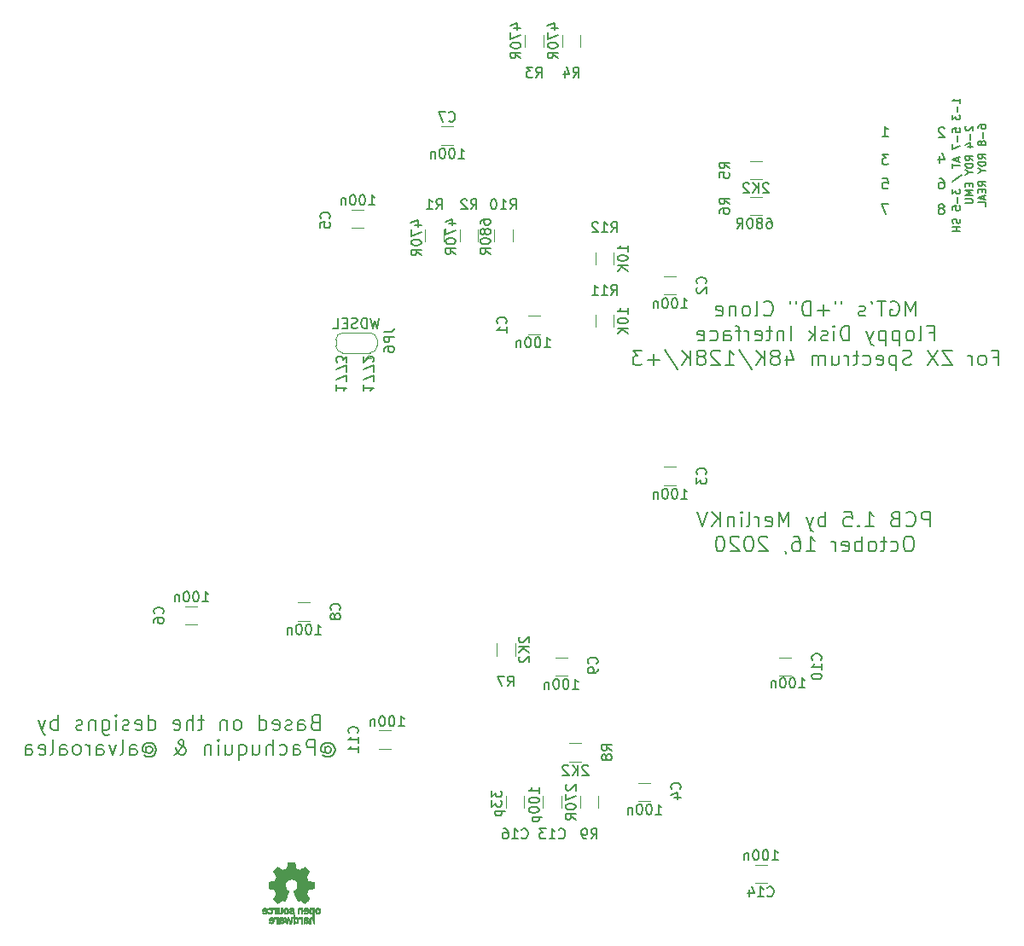
<source format=gbo>
G04 #@! TF.GenerationSoftware,KiCad,Pcbnew,(5.1.6)-1*
G04 #@! TF.CreationDate,2020-11-25T06:28:35+02:00*
G04 #@! TF.ProjectId,PlusD_Clone_1_5,506c7573-445f-4436-9c6f-6e655f315f35,rev?*
G04 #@! TF.SameCoordinates,Original*
G04 #@! TF.FileFunction,Legend,Bot*
G04 #@! TF.FilePolarity,Positive*
%FSLAX46Y46*%
G04 Gerber Fmt 4.6, Leading zero omitted, Abs format (unit mm)*
G04 Created by KiCad (PCBNEW (5.1.6)-1) date 2020-11-25 06:28:35*
%MOMM*%
%LPD*%
G01*
G04 APERTURE LIST*
%ADD10C,0.150000*%
%ADD11C,0.200000*%
%ADD12C,0.120000*%
%ADD13C,0.010000*%
G04 APERTURE END LIST*
D10*
X155035238Y-46108952D02*
X155130476Y-46061333D01*
X155178095Y-46013714D01*
X155225714Y-45918476D01*
X155225714Y-45870857D01*
X155178095Y-45775619D01*
X155130476Y-45728000D01*
X155035238Y-45680380D01*
X154844761Y-45680380D01*
X154749523Y-45728000D01*
X154701904Y-45775619D01*
X154654285Y-45870857D01*
X154654285Y-45918476D01*
X154701904Y-46013714D01*
X154749523Y-46061333D01*
X154844761Y-46108952D01*
X155035238Y-46108952D01*
X155130476Y-46156571D01*
X155178095Y-46204190D01*
X155225714Y-46299428D01*
X155225714Y-46489904D01*
X155178095Y-46585142D01*
X155130476Y-46632761D01*
X155035238Y-46680380D01*
X154844761Y-46680380D01*
X154749523Y-46632761D01*
X154701904Y-46585142D01*
X154654285Y-46489904D01*
X154654285Y-46299428D01*
X154701904Y-46204190D01*
X154749523Y-46156571D01*
X154844761Y-46108952D01*
X154749523Y-43140380D02*
X154940000Y-43140380D01*
X155035238Y-43188000D01*
X155082857Y-43235619D01*
X155178095Y-43378476D01*
X155225714Y-43568952D01*
X155225714Y-43949904D01*
X155178095Y-44045142D01*
X155130476Y-44092761D01*
X155035238Y-44140380D01*
X154844761Y-44140380D01*
X154749523Y-44092761D01*
X154701904Y-44045142D01*
X154654285Y-43949904D01*
X154654285Y-43711809D01*
X154701904Y-43616571D01*
X154749523Y-43568952D01*
X154844761Y-43521333D01*
X155035238Y-43521333D01*
X155130476Y-43568952D01*
X155178095Y-43616571D01*
X155225714Y-43711809D01*
X154749523Y-40933714D02*
X154749523Y-41600380D01*
X154987619Y-40552761D02*
X155225714Y-41267047D01*
X154606666Y-41267047D01*
X155225714Y-38155619D02*
X155178095Y-38108000D01*
X155082857Y-38060380D01*
X154844761Y-38060380D01*
X154749523Y-38108000D01*
X154701904Y-38155619D01*
X154654285Y-38250857D01*
X154654285Y-38346095D01*
X154701904Y-38488952D01*
X155273333Y-39060380D01*
X154654285Y-39060380D01*
X149685333Y-45680380D02*
X149018666Y-45680380D01*
X149447238Y-46680380D01*
X149113904Y-43140380D02*
X149590095Y-43140380D01*
X149637714Y-43616571D01*
X149590095Y-43568952D01*
X149494857Y-43521333D01*
X149256761Y-43521333D01*
X149161523Y-43568952D01*
X149113904Y-43616571D01*
X149066285Y-43711809D01*
X149066285Y-43949904D01*
X149113904Y-44045142D01*
X149161523Y-44092761D01*
X149256761Y-44140380D01*
X149494857Y-44140380D01*
X149590095Y-44092761D01*
X149637714Y-44045142D01*
X149685333Y-40727380D02*
X149066285Y-40727380D01*
X149399619Y-41108333D01*
X149256761Y-41108333D01*
X149161523Y-41155952D01*
X149113904Y-41203571D01*
X149066285Y-41298809D01*
X149066285Y-41536904D01*
X149113904Y-41632142D01*
X149161523Y-41679761D01*
X149256761Y-41727380D01*
X149542476Y-41727380D01*
X149637714Y-41679761D01*
X149685333Y-41632142D01*
X149066285Y-38933380D02*
X149637714Y-38933380D01*
X149352000Y-38933380D02*
X149352000Y-37933380D01*
X149447238Y-38076238D01*
X149542476Y-38171476D01*
X149637714Y-38219095D01*
D11*
X97591619Y-63626857D02*
X97591619Y-64198285D01*
X97591619Y-63912571D02*
X98591619Y-63912571D01*
X98448761Y-64007809D01*
X98353523Y-64103047D01*
X98305904Y-64198285D01*
X98591619Y-63293523D02*
X98591619Y-62626857D01*
X97591619Y-63055428D01*
X98591619Y-62341142D02*
X98591619Y-61674476D01*
X97591619Y-62103047D01*
X98496380Y-61341142D02*
X98544000Y-61293523D01*
X98591619Y-61198285D01*
X98591619Y-60960190D01*
X98544000Y-60864952D01*
X98496380Y-60817333D01*
X98401142Y-60769714D01*
X98305904Y-60769714D01*
X98163047Y-60817333D01*
X97591619Y-61388761D01*
X97591619Y-60769714D01*
X153795571Y-77685571D02*
X153795571Y-76185571D01*
X153224142Y-76185571D01*
X153081285Y-76257000D01*
X153009857Y-76328428D01*
X152938428Y-76471285D01*
X152938428Y-76685571D01*
X153009857Y-76828428D01*
X153081285Y-76899857D01*
X153224142Y-76971285D01*
X153795571Y-76971285D01*
X151438428Y-77542714D02*
X151509857Y-77614142D01*
X151724142Y-77685571D01*
X151867000Y-77685571D01*
X152081285Y-77614142D01*
X152224142Y-77471285D01*
X152295571Y-77328428D01*
X152367000Y-77042714D01*
X152367000Y-76828428D01*
X152295571Y-76542714D01*
X152224142Y-76399857D01*
X152081285Y-76257000D01*
X151867000Y-76185571D01*
X151724142Y-76185571D01*
X151509857Y-76257000D01*
X151438428Y-76328428D01*
X150295571Y-76899857D02*
X150081285Y-76971285D01*
X150009857Y-77042714D01*
X149938428Y-77185571D01*
X149938428Y-77399857D01*
X150009857Y-77542714D01*
X150081285Y-77614142D01*
X150224142Y-77685571D01*
X150795571Y-77685571D01*
X150795571Y-76185571D01*
X150295571Y-76185571D01*
X150152714Y-76257000D01*
X150081285Y-76328428D01*
X150009857Y-76471285D01*
X150009857Y-76614142D01*
X150081285Y-76757000D01*
X150152714Y-76828428D01*
X150295571Y-76899857D01*
X150795571Y-76899857D01*
X147367000Y-77685571D02*
X148224142Y-77685571D01*
X147795571Y-77685571D02*
X147795571Y-76185571D01*
X147938428Y-76399857D01*
X148081285Y-76542714D01*
X148224142Y-76614142D01*
X146724142Y-77542714D02*
X146652714Y-77614142D01*
X146724142Y-77685571D01*
X146795571Y-77614142D01*
X146724142Y-77542714D01*
X146724142Y-77685571D01*
X145295571Y-76185571D02*
X146009857Y-76185571D01*
X146081285Y-76899857D01*
X146009857Y-76828428D01*
X145867000Y-76757000D01*
X145509857Y-76757000D01*
X145367000Y-76828428D01*
X145295571Y-76899857D01*
X145224142Y-77042714D01*
X145224142Y-77399857D01*
X145295571Y-77542714D01*
X145367000Y-77614142D01*
X145509857Y-77685571D01*
X145867000Y-77685571D01*
X146009857Y-77614142D01*
X146081285Y-77542714D01*
X143438428Y-77685571D02*
X143438428Y-76185571D01*
X143438428Y-76757000D02*
X143295571Y-76685571D01*
X143009857Y-76685571D01*
X142867000Y-76757000D01*
X142795571Y-76828428D01*
X142724142Y-76971285D01*
X142724142Y-77399857D01*
X142795571Y-77542714D01*
X142867000Y-77614142D01*
X143009857Y-77685571D01*
X143295571Y-77685571D01*
X143438428Y-77614142D01*
X142224142Y-76685571D02*
X141867000Y-77685571D01*
X141509857Y-76685571D02*
X141867000Y-77685571D01*
X142009857Y-78042714D01*
X142081285Y-78114142D01*
X142224142Y-78185571D01*
X139795571Y-77685571D02*
X139795571Y-76185571D01*
X139295571Y-77257000D01*
X138795571Y-76185571D01*
X138795571Y-77685571D01*
X137509857Y-77614142D02*
X137652714Y-77685571D01*
X137938428Y-77685571D01*
X138081285Y-77614142D01*
X138152714Y-77471285D01*
X138152714Y-76899857D01*
X138081285Y-76757000D01*
X137938428Y-76685571D01*
X137652714Y-76685571D01*
X137509857Y-76757000D01*
X137438428Y-76899857D01*
X137438428Y-77042714D01*
X138152714Y-77185571D01*
X136795571Y-77685571D02*
X136795571Y-76685571D01*
X136795571Y-76971285D02*
X136724142Y-76828428D01*
X136652714Y-76757000D01*
X136509857Y-76685571D01*
X136367000Y-76685571D01*
X135652714Y-77685571D02*
X135795571Y-77614142D01*
X135867000Y-77471285D01*
X135867000Y-76185571D01*
X135081285Y-77685571D02*
X135081285Y-76685571D01*
X135081285Y-76185571D02*
X135152714Y-76257000D01*
X135081285Y-76328428D01*
X135009857Y-76257000D01*
X135081285Y-76185571D01*
X135081285Y-76328428D01*
X134367000Y-76685571D02*
X134367000Y-77685571D01*
X134367000Y-76828428D02*
X134295571Y-76757000D01*
X134152714Y-76685571D01*
X133938428Y-76685571D01*
X133795571Y-76757000D01*
X133724142Y-76899857D01*
X133724142Y-77685571D01*
X133009857Y-77685571D02*
X133009857Y-76185571D01*
X132152714Y-77685571D02*
X132795571Y-76828428D01*
X132152714Y-76185571D02*
X133009857Y-77042714D01*
X131724142Y-76185571D02*
X131224142Y-77685571D01*
X130724142Y-76185571D01*
X151831285Y-78635571D02*
X151545571Y-78635571D01*
X151402714Y-78707000D01*
X151259857Y-78849857D01*
X151188428Y-79135571D01*
X151188428Y-79635571D01*
X151259857Y-79921285D01*
X151402714Y-80064142D01*
X151545571Y-80135571D01*
X151831285Y-80135571D01*
X151974142Y-80064142D01*
X152117000Y-79921285D01*
X152188428Y-79635571D01*
X152188428Y-79135571D01*
X152117000Y-78849857D01*
X151974142Y-78707000D01*
X151831285Y-78635571D01*
X149902714Y-80064142D02*
X150045571Y-80135571D01*
X150331285Y-80135571D01*
X150474142Y-80064142D01*
X150545571Y-79992714D01*
X150617000Y-79849857D01*
X150617000Y-79421285D01*
X150545571Y-79278428D01*
X150474142Y-79207000D01*
X150331285Y-79135571D01*
X150045571Y-79135571D01*
X149902714Y-79207000D01*
X149474142Y-79135571D02*
X148902714Y-79135571D01*
X149259857Y-78635571D02*
X149259857Y-79921285D01*
X149188428Y-80064142D01*
X149045571Y-80135571D01*
X148902714Y-80135571D01*
X148188428Y-80135571D02*
X148331285Y-80064142D01*
X148402714Y-79992714D01*
X148474142Y-79849857D01*
X148474142Y-79421285D01*
X148402714Y-79278428D01*
X148331285Y-79207000D01*
X148188428Y-79135571D01*
X147974142Y-79135571D01*
X147831285Y-79207000D01*
X147759857Y-79278428D01*
X147688428Y-79421285D01*
X147688428Y-79849857D01*
X147759857Y-79992714D01*
X147831285Y-80064142D01*
X147974142Y-80135571D01*
X148188428Y-80135571D01*
X147045571Y-80135571D02*
X147045571Y-78635571D01*
X147045571Y-79207000D02*
X146902714Y-79135571D01*
X146617000Y-79135571D01*
X146474142Y-79207000D01*
X146402714Y-79278428D01*
X146331285Y-79421285D01*
X146331285Y-79849857D01*
X146402714Y-79992714D01*
X146474142Y-80064142D01*
X146617000Y-80135571D01*
X146902714Y-80135571D01*
X147045571Y-80064142D01*
X145117000Y-80064142D02*
X145259857Y-80135571D01*
X145545571Y-80135571D01*
X145688428Y-80064142D01*
X145759857Y-79921285D01*
X145759857Y-79349857D01*
X145688428Y-79207000D01*
X145545571Y-79135571D01*
X145259857Y-79135571D01*
X145117000Y-79207000D01*
X145045571Y-79349857D01*
X145045571Y-79492714D01*
X145759857Y-79635571D01*
X144402714Y-80135571D02*
X144402714Y-79135571D01*
X144402714Y-79421285D02*
X144331285Y-79278428D01*
X144259857Y-79207000D01*
X144117000Y-79135571D01*
X143974142Y-79135571D01*
X141545571Y-80135571D02*
X142402714Y-80135571D01*
X141974142Y-80135571D02*
X141974142Y-78635571D01*
X142117000Y-78849857D01*
X142259857Y-78992714D01*
X142402714Y-79064142D01*
X140259857Y-78635571D02*
X140545571Y-78635571D01*
X140688428Y-78707000D01*
X140759857Y-78778428D01*
X140902714Y-78992714D01*
X140974142Y-79278428D01*
X140974142Y-79849857D01*
X140902714Y-79992714D01*
X140831285Y-80064142D01*
X140688428Y-80135571D01*
X140402714Y-80135571D01*
X140259857Y-80064142D01*
X140188428Y-79992714D01*
X140117000Y-79849857D01*
X140117000Y-79492714D01*
X140188428Y-79349857D01*
X140259857Y-79278428D01*
X140402714Y-79207000D01*
X140688428Y-79207000D01*
X140831285Y-79278428D01*
X140902714Y-79349857D01*
X140974142Y-79492714D01*
X139402714Y-80064142D02*
X139402714Y-80135571D01*
X139474142Y-80278428D01*
X139545571Y-80349857D01*
X137688428Y-78778428D02*
X137617000Y-78707000D01*
X137474142Y-78635571D01*
X137117000Y-78635571D01*
X136974142Y-78707000D01*
X136902714Y-78778428D01*
X136831285Y-78921285D01*
X136831285Y-79064142D01*
X136902714Y-79278428D01*
X137759857Y-80135571D01*
X136831285Y-80135571D01*
X135902714Y-78635571D02*
X135759857Y-78635571D01*
X135617000Y-78707000D01*
X135545571Y-78778428D01*
X135474142Y-78921285D01*
X135402714Y-79207000D01*
X135402714Y-79564142D01*
X135474142Y-79849857D01*
X135545571Y-79992714D01*
X135617000Y-80064142D01*
X135759857Y-80135571D01*
X135902714Y-80135571D01*
X136045571Y-80064142D01*
X136117000Y-79992714D01*
X136188428Y-79849857D01*
X136259857Y-79564142D01*
X136259857Y-79207000D01*
X136188428Y-78921285D01*
X136117000Y-78778428D01*
X136045571Y-78707000D01*
X135902714Y-78635571D01*
X134831285Y-78778428D02*
X134759857Y-78707000D01*
X134617000Y-78635571D01*
X134259857Y-78635571D01*
X134117000Y-78707000D01*
X134045571Y-78778428D01*
X133974142Y-78921285D01*
X133974142Y-79064142D01*
X134045571Y-79278428D01*
X134902714Y-80135571D01*
X133974142Y-80135571D01*
X133045571Y-78635571D02*
X132902714Y-78635571D01*
X132759857Y-78707000D01*
X132688428Y-78778428D01*
X132617000Y-78921285D01*
X132545571Y-79207000D01*
X132545571Y-79564142D01*
X132617000Y-79849857D01*
X132688428Y-79992714D01*
X132759857Y-80064142D01*
X132902714Y-80135571D01*
X133045571Y-80135571D01*
X133188428Y-80064142D01*
X133259857Y-79992714D01*
X133331285Y-79849857D01*
X133402714Y-79564142D01*
X133402714Y-79207000D01*
X133331285Y-78921285D01*
X133259857Y-78778428D01*
X133188428Y-78707000D01*
X133045571Y-78635571D01*
D10*
X156798285Y-35640142D02*
X156798285Y-35211571D01*
X156798285Y-35425857D02*
X156048285Y-35425857D01*
X156155428Y-35354428D01*
X156226857Y-35283000D01*
X156262571Y-35211571D01*
X156512571Y-35961571D02*
X156512571Y-36533000D01*
X156048285Y-36818714D02*
X156048285Y-37283000D01*
X156334000Y-37033000D01*
X156334000Y-37140142D01*
X156369714Y-37211571D01*
X156405428Y-37247285D01*
X156476857Y-37283000D01*
X156655428Y-37283000D01*
X156726857Y-37247285D01*
X156762571Y-37211571D01*
X156798285Y-37140142D01*
X156798285Y-36925857D01*
X156762571Y-36854428D01*
X156726857Y-36818714D01*
X156048285Y-38533000D02*
X156048285Y-38175857D01*
X156405428Y-38140142D01*
X156369714Y-38175857D01*
X156334000Y-38247285D01*
X156334000Y-38425857D01*
X156369714Y-38497285D01*
X156405428Y-38533000D01*
X156476857Y-38568714D01*
X156655428Y-38568714D01*
X156726857Y-38533000D01*
X156762571Y-38497285D01*
X156798285Y-38425857D01*
X156798285Y-38247285D01*
X156762571Y-38175857D01*
X156726857Y-38140142D01*
X156512571Y-38890142D02*
X156512571Y-39461571D01*
X156048285Y-39747285D02*
X156048285Y-40247285D01*
X156798285Y-39925857D01*
X156584000Y-41068714D02*
X156584000Y-41425857D01*
X156798285Y-40997285D02*
X156048285Y-41247285D01*
X156798285Y-41497285D01*
X156048285Y-41640142D02*
X156048285Y-42068714D01*
X156798285Y-41854428D02*
X156048285Y-41854428D01*
X156012571Y-43425857D02*
X156976857Y-42783000D01*
X156048285Y-44175857D02*
X156048285Y-44640142D01*
X156334000Y-44390142D01*
X156334000Y-44497285D01*
X156369714Y-44568714D01*
X156405428Y-44604428D01*
X156476857Y-44640142D01*
X156655428Y-44640142D01*
X156726857Y-44604428D01*
X156762571Y-44568714D01*
X156798285Y-44497285D01*
X156798285Y-44283000D01*
X156762571Y-44211571D01*
X156726857Y-44175857D01*
X156512571Y-44961571D02*
X156512571Y-45532999D01*
X156048285Y-46247285D02*
X156048285Y-45890142D01*
X156405428Y-45854428D01*
X156369714Y-45890142D01*
X156334000Y-45961571D01*
X156334000Y-46140142D01*
X156369714Y-46211571D01*
X156405428Y-46247285D01*
X156476857Y-46282999D01*
X156655428Y-46282999D01*
X156726857Y-46247285D01*
X156762571Y-46211571D01*
X156798285Y-46140142D01*
X156798285Y-45961571D01*
X156762571Y-45890142D01*
X156726857Y-45854428D01*
X156762571Y-47140142D02*
X156798285Y-47247285D01*
X156798285Y-47425857D01*
X156762571Y-47497285D01*
X156726857Y-47532999D01*
X156655428Y-47568714D01*
X156584000Y-47568714D01*
X156512571Y-47532999D01*
X156476857Y-47497285D01*
X156441142Y-47425857D01*
X156405428Y-47282999D01*
X156369714Y-47211571D01*
X156334000Y-47175857D01*
X156262571Y-47140142D01*
X156191142Y-47140142D01*
X156119714Y-47175857D01*
X156084000Y-47211571D01*
X156048285Y-47282999D01*
X156048285Y-47461571D01*
X156084000Y-47568714D01*
X156798285Y-47890142D02*
X156048285Y-47890142D01*
X156405428Y-47890142D02*
X156405428Y-48318714D01*
X156798285Y-48318714D02*
X156048285Y-48318714D01*
X157394714Y-37943714D02*
X157359000Y-37979428D01*
X157323285Y-38050857D01*
X157323285Y-38229428D01*
X157359000Y-38300857D01*
X157394714Y-38336571D01*
X157466142Y-38372285D01*
X157537571Y-38372285D01*
X157644714Y-38336571D01*
X158073285Y-37908000D01*
X158073285Y-38372285D01*
X157787571Y-38693714D02*
X157787571Y-39265142D01*
X157573285Y-39943714D02*
X158073285Y-39943714D01*
X157287571Y-39765142D02*
X157823285Y-39586571D01*
X157823285Y-40050857D01*
X158073285Y-41336571D02*
X157716142Y-41086571D01*
X158073285Y-40908000D02*
X157323285Y-40908000D01*
X157323285Y-41193714D01*
X157359000Y-41265142D01*
X157394714Y-41300857D01*
X157466142Y-41336571D01*
X157573285Y-41336571D01*
X157644714Y-41300857D01*
X157680428Y-41265142D01*
X157716142Y-41193714D01*
X157716142Y-40908000D01*
X158073285Y-41658000D02*
X157323285Y-41658000D01*
X157323285Y-41836571D01*
X157359000Y-41943714D01*
X157430428Y-42015142D01*
X157501857Y-42050857D01*
X157644714Y-42086571D01*
X157751857Y-42086571D01*
X157894714Y-42050857D01*
X157966142Y-42015142D01*
X158037571Y-41943714D01*
X158073285Y-41836571D01*
X158073285Y-41658000D01*
X157716142Y-42550857D02*
X158073285Y-42550857D01*
X157323285Y-42300857D02*
X157716142Y-42550857D01*
X157323285Y-42800857D01*
X157680428Y-43622285D02*
X157680428Y-43872285D01*
X158073285Y-43979428D02*
X158073285Y-43622285D01*
X157323285Y-43622285D01*
X157323285Y-43979428D01*
X158073285Y-44300857D02*
X157323285Y-44300857D01*
X157859000Y-44550857D01*
X157323285Y-44800857D01*
X158073285Y-44800857D01*
X157323285Y-45158000D02*
X157930428Y-45158000D01*
X158001857Y-45193714D01*
X158037571Y-45229428D01*
X158073285Y-45300857D01*
X158073285Y-45443714D01*
X158037571Y-45515142D01*
X158001857Y-45550857D01*
X157930428Y-45586571D01*
X157323285Y-45586571D01*
X158598285Y-38122285D02*
X158598285Y-37979428D01*
X158634000Y-37908000D01*
X158669714Y-37872285D01*
X158776857Y-37800857D01*
X158919714Y-37765142D01*
X159205428Y-37765142D01*
X159276857Y-37800857D01*
X159312571Y-37836571D01*
X159348285Y-37908000D01*
X159348285Y-38050857D01*
X159312571Y-38122285D01*
X159276857Y-38158000D01*
X159205428Y-38193714D01*
X159026857Y-38193714D01*
X158955428Y-38158000D01*
X158919714Y-38122285D01*
X158884000Y-38050857D01*
X158884000Y-37908000D01*
X158919714Y-37836571D01*
X158955428Y-37800857D01*
X159026857Y-37765142D01*
X159062571Y-38515142D02*
X159062571Y-39086571D01*
X158919714Y-39550857D02*
X158884000Y-39479428D01*
X158848285Y-39443714D01*
X158776857Y-39408000D01*
X158741142Y-39408000D01*
X158669714Y-39443714D01*
X158634000Y-39479428D01*
X158598285Y-39550857D01*
X158598285Y-39693714D01*
X158634000Y-39765142D01*
X158669714Y-39800857D01*
X158741142Y-39836571D01*
X158776857Y-39836571D01*
X158848285Y-39800857D01*
X158884000Y-39765142D01*
X158919714Y-39693714D01*
X158919714Y-39550857D01*
X158955428Y-39479428D01*
X158991142Y-39443714D01*
X159062571Y-39408000D01*
X159205428Y-39408000D01*
X159276857Y-39443714D01*
X159312571Y-39479428D01*
X159348285Y-39550857D01*
X159348285Y-39693714D01*
X159312571Y-39765142D01*
X159276857Y-39800857D01*
X159205428Y-39836571D01*
X159062571Y-39836571D01*
X158991142Y-39800857D01*
X158955428Y-39765142D01*
X158919714Y-39693714D01*
X159348285Y-41158000D02*
X158991142Y-40908000D01*
X159348285Y-40729428D02*
X158598285Y-40729428D01*
X158598285Y-41015142D01*
X158634000Y-41086571D01*
X158669714Y-41122285D01*
X158741142Y-41158000D01*
X158848285Y-41158000D01*
X158919714Y-41122285D01*
X158955428Y-41086571D01*
X158991142Y-41015142D01*
X158991142Y-40729428D01*
X159348285Y-41479428D02*
X158598285Y-41479428D01*
X158598285Y-41658000D01*
X158634000Y-41765142D01*
X158705428Y-41836571D01*
X158776857Y-41872285D01*
X158919714Y-41908000D01*
X159026857Y-41908000D01*
X159169714Y-41872285D01*
X159241142Y-41836571D01*
X159312571Y-41765142D01*
X159348285Y-41658000D01*
X159348285Y-41479428D01*
X158991142Y-42372285D02*
X159348285Y-42372285D01*
X158598285Y-42122285D02*
X158991142Y-42372285D01*
X158598285Y-42622285D01*
X159348285Y-43872285D02*
X158991142Y-43622285D01*
X159348285Y-43443714D02*
X158598285Y-43443714D01*
X158598285Y-43729428D01*
X158634000Y-43800857D01*
X158669714Y-43836571D01*
X158741142Y-43872285D01*
X158848285Y-43872285D01*
X158919714Y-43836571D01*
X158955428Y-43800857D01*
X158991142Y-43729428D01*
X158991142Y-43443714D01*
X158955428Y-44193714D02*
X158955428Y-44443714D01*
X159348285Y-44550857D02*
X159348285Y-44193714D01*
X158598285Y-44193714D01*
X158598285Y-44550857D01*
X159134000Y-44836571D02*
X159134000Y-45193714D01*
X159348285Y-44765142D02*
X158598285Y-45015142D01*
X159348285Y-45265142D01*
X159348285Y-45872285D02*
X159348285Y-45515142D01*
X158598285Y-45515142D01*
D11*
X94924619Y-63626857D02*
X94924619Y-64198285D01*
X94924619Y-63912571D02*
X95924619Y-63912571D01*
X95781761Y-64007809D01*
X95686523Y-64103047D01*
X95638904Y-64198285D01*
X95924619Y-63293523D02*
X95924619Y-62626857D01*
X94924619Y-63055428D01*
X95924619Y-62341142D02*
X95924619Y-61674476D01*
X94924619Y-62103047D01*
X95924619Y-61388761D02*
X95924619Y-60769714D01*
X95543666Y-61103047D01*
X95543666Y-60960190D01*
X95496047Y-60864952D01*
X95448428Y-60817333D01*
X95353190Y-60769714D01*
X95115095Y-60769714D01*
X95019857Y-60817333D01*
X94972238Y-60864952D01*
X94924619Y-60960190D01*
X94924619Y-61245904D01*
X94972238Y-61341142D01*
X95019857Y-61388761D01*
X92767857Y-97092857D02*
X92553571Y-97164285D01*
X92482142Y-97235714D01*
X92410714Y-97378571D01*
X92410714Y-97592857D01*
X92482142Y-97735714D01*
X92553571Y-97807142D01*
X92696428Y-97878571D01*
X93267857Y-97878571D01*
X93267857Y-96378571D01*
X92767857Y-96378571D01*
X92625000Y-96450000D01*
X92553571Y-96521428D01*
X92482142Y-96664285D01*
X92482142Y-96807142D01*
X92553571Y-96950000D01*
X92625000Y-97021428D01*
X92767857Y-97092857D01*
X93267857Y-97092857D01*
X91125000Y-97878571D02*
X91125000Y-97092857D01*
X91196428Y-96950000D01*
X91339285Y-96878571D01*
X91625000Y-96878571D01*
X91767857Y-96950000D01*
X91125000Y-97807142D02*
X91267857Y-97878571D01*
X91625000Y-97878571D01*
X91767857Y-97807142D01*
X91839285Y-97664285D01*
X91839285Y-97521428D01*
X91767857Y-97378571D01*
X91625000Y-97307142D01*
X91267857Y-97307142D01*
X91125000Y-97235714D01*
X90482142Y-97807142D02*
X90339285Y-97878571D01*
X90053571Y-97878571D01*
X89910714Y-97807142D01*
X89839285Y-97664285D01*
X89839285Y-97592857D01*
X89910714Y-97450000D01*
X90053571Y-97378571D01*
X90267857Y-97378571D01*
X90410714Y-97307142D01*
X90482142Y-97164285D01*
X90482142Y-97092857D01*
X90410714Y-96950000D01*
X90267857Y-96878571D01*
X90053571Y-96878571D01*
X89910714Y-96950000D01*
X88625000Y-97807142D02*
X88767857Y-97878571D01*
X89053571Y-97878571D01*
X89196428Y-97807142D01*
X89267857Y-97664285D01*
X89267857Y-97092857D01*
X89196428Y-96950000D01*
X89053571Y-96878571D01*
X88767857Y-96878571D01*
X88625000Y-96950000D01*
X88553571Y-97092857D01*
X88553571Y-97235714D01*
X89267857Y-97378571D01*
X87267857Y-97878571D02*
X87267857Y-96378571D01*
X87267857Y-97807142D02*
X87410714Y-97878571D01*
X87696428Y-97878571D01*
X87839285Y-97807142D01*
X87910714Y-97735714D01*
X87982142Y-97592857D01*
X87982142Y-97164285D01*
X87910714Y-97021428D01*
X87839285Y-96950000D01*
X87696428Y-96878571D01*
X87410714Y-96878571D01*
X87267857Y-96950000D01*
X85196428Y-97878571D02*
X85339285Y-97807142D01*
X85410714Y-97735714D01*
X85482142Y-97592857D01*
X85482142Y-97164285D01*
X85410714Y-97021428D01*
X85339285Y-96950000D01*
X85196428Y-96878571D01*
X84982142Y-96878571D01*
X84839285Y-96950000D01*
X84767857Y-97021428D01*
X84696428Y-97164285D01*
X84696428Y-97592857D01*
X84767857Y-97735714D01*
X84839285Y-97807142D01*
X84982142Y-97878571D01*
X85196428Y-97878571D01*
X84053571Y-96878571D02*
X84053571Y-97878571D01*
X84053571Y-97021428D02*
X83982142Y-96950000D01*
X83839285Y-96878571D01*
X83625000Y-96878571D01*
X83482142Y-96950000D01*
X83410714Y-97092857D01*
X83410714Y-97878571D01*
X81767857Y-96878571D02*
X81196428Y-96878571D01*
X81553571Y-96378571D02*
X81553571Y-97664285D01*
X81482142Y-97807142D01*
X81339285Y-97878571D01*
X81196428Y-97878571D01*
X80696428Y-97878571D02*
X80696428Y-96378571D01*
X80053571Y-97878571D02*
X80053571Y-97092857D01*
X80125000Y-96950000D01*
X80267857Y-96878571D01*
X80482142Y-96878571D01*
X80625000Y-96950000D01*
X80696428Y-97021428D01*
X78767857Y-97807142D02*
X78910714Y-97878571D01*
X79196428Y-97878571D01*
X79339285Y-97807142D01*
X79410714Y-97664285D01*
X79410714Y-97092857D01*
X79339285Y-96950000D01*
X79196428Y-96878571D01*
X78910714Y-96878571D01*
X78767857Y-96950000D01*
X78696428Y-97092857D01*
X78696428Y-97235714D01*
X79410714Y-97378571D01*
X76267857Y-97878571D02*
X76267857Y-96378571D01*
X76267857Y-97807142D02*
X76410714Y-97878571D01*
X76696428Y-97878571D01*
X76839285Y-97807142D01*
X76910714Y-97735714D01*
X76982142Y-97592857D01*
X76982142Y-97164285D01*
X76910714Y-97021428D01*
X76839285Y-96950000D01*
X76696428Y-96878571D01*
X76410714Y-96878571D01*
X76267857Y-96950000D01*
X74982142Y-97807142D02*
X75125000Y-97878571D01*
X75410714Y-97878571D01*
X75553571Y-97807142D01*
X75625000Y-97664285D01*
X75625000Y-97092857D01*
X75553571Y-96950000D01*
X75410714Y-96878571D01*
X75125000Y-96878571D01*
X74982142Y-96950000D01*
X74910714Y-97092857D01*
X74910714Y-97235714D01*
X75625000Y-97378571D01*
X74339285Y-97807142D02*
X74196428Y-97878571D01*
X73910714Y-97878571D01*
X73767857Y-97807142D01*
X73696428Y-97664285D01*
X73696428Y-97592857D01*
X73767857Y-97450000D01*
X73910714Y-97378571D01*
X74125000Y-97378571D01*
X74267857Y-97307142D01*
X74339285Y-97164285D01*
X74339285Y-97092857D01*
X74267857Y-96950000D01*
X74125000Y-96878571D01*
X73910714Y-96878571D01*
X73767857Y-96950000D01*
X73053571Y-97878571D02*
X73053571Y-96878571D01*
X73053571Y-96378571D02*
X73125000Y-96450000D01*
X73053571Y-96521428D01*
X72982142Y-96450000D01*
X73053571Y-96378571D01*
X73053571Y-96521428D01*
X71696428Y-96878571D02*
X71696428Y-98092857D01*
X71767857Y-98235714D01*
X71839285Y-98307142D01*
X71982142Y-98378571D01*
X72196428Y-98378571D01*
X72339285Y-98307142D01*
X71696428Y-97807142D02*
X71839285Y-97878571D01*
X72125000Y-97878571D01*
X72267857Y-97807142D01*
X72339285Y-97735714D01*
X72410714Y-97592857D01*
X72410714Y-97164285D01*
X72339285Y-97021428D01*
X72267857Y-96950000D01*
X72125000Y-96878571D01*
X71839285Y-96878571D01*
X71696428Y-96950000D01*
X70982142Y-96878571D02*
X70982142Y-97878571D01*
X70982142Y-97021428D02*
X70910714Y-96950000D01*
X70767857Y-96878571D01*
X70553571Y-96878571D01*
X70410714Y-96950000D01*
X70339285Y-97092857D01*
X70339285Y-97878571D01*
X69696428Y-97807142D02*
X69553571Y-97878571D01*
X69267857Y-97878571D01*
X69125000Y-97807142D01*
X69053571Y-97664285D01*
X69053571Y-97592857D01*
X69125000Y-97450000D01*
X69267857Y-97378571D01*
X69482142Y-97378571D01*
X69625000Y-97307142D01*
X69696428Y-97164285D01*
X69696428Y-97092857D01*
X69625000Y-96950000D01*
X69482142Y-96878571D01*
X69267857Y-96878571D01*
X69125000Y-96950000D01*
X67267857Y-97878571D02*
X67267857Y-96378571D01*
X67267857Y-96950000D02*
X67125000Y-96878571D01*
X66839285Y-96878571D01*
X66696428Y-96950000D01*
X66625000Y-97021428D01*
X66553571Y-97164285D01*
X66553571Y-97592857D01*
X66625000Y-97735714D01*
X66696428Y-97807142D01*
X66839285Y-97878571D01*
X67125000Y-97878571D01*
X67267857Y-97807142D01*
X66053571Y-96878571D02*
X65696428Y-97878571D01*
X65339285Y-96878571D02*
X65696428Y-97878571D01*
X65839285Y-98235714D01*
X65910714Y-98307142D01*
X66053571Y-98378571D01*
X93767857Y-99614285D02*
X93839285Y-99542857D01*
X93982142Y-99471428D01*
X94125000Y-99471428D01*
X94267857Y-99542857D01*
X94339285Y-99614285D01*
X94410714Y-99757142D01*
X94410714Y-99900000D01*
X94339285Y-100042857D01*
X94267857Y-100114285D01*
X94125000Y-100185714D01*
X93982142Y-100185714D01*
X93839285Y-100114285D01*
X93767857Y-100042857D01*
X93767857Y-99471428D02*
X93767857Y-100042857D01*
X93696428Y-100114285D01*
X93625000Y-100114285D01*
X93482142Y-100042857D01*
X93410714Y-99900000D01*
X93410714Y-99542857D01*
X93553571Y-99328571D01*
X93767857Y-99185714D01*
X94053571Y-99114285D01*
X94339285Y-99185714D01*
X94553571Y-99328571D01*
X94696428Y-99542857D01*
X94767857Y-99828571D01*
X94696428Y-100114285D01*
X94553571Y-100328571D01*
X94339285Y-100471428D01*
X94053571Y-100542857D01*
X93767857Y-100471428D01*
X93553571Y-100328571D01*
X92767857Y-100328571D02*
X92767857Y-98828571D01*
X92196428Y-98828571D01*
X92053571Y-98900000D01*
X91982142Y-98971428D01*
X91910714Y-99114285D01*
X91910714Y-99328571D01*
X91982142Y-99471428D01*
X92053571Y-99542857D01*
X92196428Y-99614285D01*
X92767857Y-99614285D01*
X90625000Y-100328571D02*
X90625000Y-99542857D01*
X90696428Y-99400000D01*
X90839285Y-99328571D01*
X91125000Y-99328571D01*
X91267857Y-99400000D01*
X90625000Y-100257142D02*
X90767857Y-100328571D01*
X91125000Y-100328571D01*
X91267857Y-100257142D01*
X91339285Y-100114285D01*
X91339285Y-99971428D01*
X91267857Y-99828571D01*
X91125000Y-99757142D01*
X90767857Y-99757142D01*
X90625000Y-99685714D01*
X89267857Y-100257142D02*
X89410714Y-100328571D01*
X89696428Y-100328571D01*
X89839285Y-100257142D01*
X89910714Y-100185714D01*
X89982142Y-100042857D01*
X89982142Y-99614285D01*
X89910714Y-99471428D01*
X89839285Y-99400000D01*
X89696428Y-99328571D01*
X89410714Y-99328571D01*
X89267857Y-99400000D01*
X88625000Y-100328571D02*
X88625000Y-98828571D01*
X87982142Y-100328571D02*
X87982142Y-99542857D01*
X88053571Y-99400000D01*
X88196428Y-99328571D01*
X88410714Y-99328571D01*
X88553571Y-99400000D01*
X88625000Y-99471428D01*
X86625000Y-99328571D02*
X86625000Y-100328571D01*
X87267857Y-99328571D02*
X87267857Y-100114285D01*
X87196428Y-100257142D01*
X87053571Y-100328571D01*
X86839285Y-100328571D01*
X86696428Y-100257142D01*
X86625000Y-100185714D01*
X85267857Y-99328571D02*
X85267857Y-100828571D01*
X85267857Y-100257142D02*
X85410714Y-100328571D01*
X85696428Y-100328571D01*
X85839285Y-100257142D01*
X85910714Y-100185714D01*
X85982142Y-100042857D01*
X85982142Y-99614285D01*
X85910714Y-99471428D01*
X85839285Y-99400000D01*
X85696428Y-99328571D01*
X85410714Y-99328571D01*
X85267857Y-99400000D01*
X83910714Y-99328571D02*
X83910714Y-100328571D01*
X84553571Y-99328571D02*
X84553571Y-100114285D01*
X84482142Y-100257142D01*
X84339285Y-100328571D01*
X84125000Y-100328571D01*
X83982142Y-100257142D01*
X83910714Y-100185714D01*
X83196428Y-100328571D02*
X83196428Y-99328571D01*
X83196428Y-98828571D02*
X83267857Y-98900000D01*
X83196428Y-98971428D01*
X83125000Y-98900000D01*
X83196428Y-98828571D01*
X83196428Y-98971428D01*
X82482142Y-99328571D02*
X82482142Y-100328571D01*
X82482142Y-99471428D02*
X82410714Y-99400000D01*
X82267857Y-99328571D01*
X82053571Y-99328571D01*
X81910714Y-99400000D01*
X81839285Y-99542857D01*
X81839285Y-100328571D01*
X78767857Y-100328571D02*
X78839285Y-100328571D01*
X78982142Y-100257142D01*
X79196428Y-100042857D01*
X79553571Y-99614285D01*
X79696428Y-99400000D01*
X79767857Y-99185714D01*
X79767857Y-99042857D01*
X79696428Y-98900000D01*
X79553571Y-98828571D01*
X79482142Y-98828571D01*
X79339285Y-98900000D01*
X79267857Y-99042857D01*
X79267857Y-99114285D01*
X79339285Y-99257142D01*
X79410714Y-99328571D01*
X79839285Y-99614285D01*
X79910714Y-99685714D01*
X79982142Y-99828571D01*
X79982142Y-100042857D01*
X79910714Y-100185714D01*
X79839285Y-100257142D01*
X79696428Y-100328571D01*
X79482142Y-100328571D01*
X79339285Y-100257142D01*
X79267857Y-100185714D01*
X79053571Y-99900000D01*
X78982142Y-99685714D01*
X78982142Y-99542857D01*
X76053571Y-99614285D02*
X76125000Y-99542857D01*
X76267857Y-99471428D01*
X76410714Y-99471428D01*
X76553571Y-99542857D01*
X76625000Y-99614285D01*
X76696428Y-99757142D01*
X76696428Y-99900000D01*
X76625000Y-100042857D01*
X76553571Y-100114285D01*
X76410714Y-100185714D01*
X76267857Y-100185714D01*
X76125000Y-100114285D01*
X76053571Y-100042857D01*
X76053571Y-99471428D02*
X76053571Y-100042857D01*
X75982142Y-100114285D01*
X75910714Y-100114285D01*
X75767857Y-100042857D01*
X75696428Y-99900000D01*
X75696428Y-99542857D01*
X75839285Y-99328571D01*
X76053571Y-99185714D01*
X76339285Y-99114285D01*
X76625000Y-99185714D01*
X76839285Y-99328571D01*
X76982142Y-99542857D01*
X77053571Y-99828571D01*
X76982142Y-100114285D01*
X76839285Y-100328571D01*
X76625000Y-100471428D01*
X76339285Y-100542857D01*
X76053571Y-100471428D01*
X75839285Y-100328571D01*
X74410714Y-100328571D02*
X74410714Y-99542857D01*
X74482142Y-99400000D01*
X74625000Y-99328571D01*
X74910714Y-99328571D01*
X75053571Y-99400000D01*
X74410714Y-100257142D02*
X74553571Y-100328571D01*
X74910714Y-100328571D01*
X75053571Y-100257142D01*
X75125000Y-100114285D01*
X75125000Y-99971428D01*
X75053571Y-99828571D01*
X74910714Y-99757142D01*
X74553571Y-99757142D01*
X74410714Y-99685714D01*
X73482142Y-100328571D02*
X73625000Y-100257142D01*
X73696428Y-100114285D01*
X73696428Y-98828571D01*
X73053571Y-99328571D02*
X72696428Y-100328571D01*
X72339285Y-99328571D01*
X71125000Y-100328571D02*
X71125000Y-99542857D01*
X71196428Y-99400000D01*
X71339285Y-99328571D01*
X71625000Y-99328571D01*
X71767857Y-99400000D01*
X71125000Y-100257142D02*
X71267857Y-100328571D01*
X71625000Y-100328571D01*
X71767857Y-100257142D01*
X71839285Y-100114285D01*
X71839285Y-99971428D01*
X71767857Y-99828571D01*
X71625000Y-99757142D01*
X71267857Y-99757142D01*
X71125000Y-99685714D01*
X70410714Y-100328571D02*
X70410714Y-99328571D01*
X70410714Y-99614285D02*
X70339285Y-99471428D01*
X70267857Y-99400000D01*
X70125000Y-99328571D01*
X69982142Y-99328571D01*
X69267857Y-100328571D02*
X69410714Y-100257142D01*
X69482142Y-100185714D01*
X69553571Y-100042857D01*
X69553571Y-99614285D01*
X69482142Y-99471428D01*
X69410714Y-99400000D01*
X69267857Y-99328571D01*
X69053571Y-99328571D01*
X68910714Y-99400000D01*
X68839285Y-99471428D01*
X68767857Y-99614285D01*
X68767857Y-100042857D01*
X68839285Y-100185714D01*
X68910714Y-100257142D01*
X69053571Y-100328571D01*
X69267857Y-100328571D01*
X67482142Y-100328571D02*
X67482142Y-99542857D01*
X67553571Y-99400000D01*
X67696428Y-99328571D01*
X67982142Y-99328571D01*
X68125000Y-99400000D01*
X67482142Y-100257142D02*
X67625000Y-100328571D01*
X67982142Y-100328571D01*
X68125000Y-100257142D01*
X68196428Y-100114285D01*
X68196428Y-99971428D01*
X68125000Y-99828571D01*
X67982142Y-99757142D01*
X67625000Y-99757142D01*
X67482142Y-99685714D01*
X66553571Y-100328571D02*
X66696428Y-100257142D01*
X66767857Y-100114285D01*
X66767857Y-98828571D01*
X65410714Y-100257142D02*
X65553571Y-100328571D01*
X65839285Y-100328571D01*
X65982142Y-100257142D01*
X66053571Y-100114285D01*
X66053571Y-99542857D01*
X65982142Y-99400000D01*
X65839285Y-99328571D01*
X65553571Y-99328571D01*
X65410714Y-99400000D01*
X65339285Y-99542857D01*
X65339285Y-99685714D01*
X66053571Y-99828571D01*
X64053571Y-100328571D02*
X64053571Y-99542857D01*
X64125000Y-99400000D01*
X64267857Y-99328571D01*
X64553571Y-99328571D01*
X64696428Y-99400000D01*
X64053571Y-100257142D02*
X64196428Y-100328571D01*
X64553571Y-100328571D01*
X64696428Y-100257142D01*
X64767857Y-100114285D01*
X64767857Y-99971428D01*
X64696428Y-99828571D01*
X64553571Y-99757142D01*
X64196428Y-99757142D01*
X64053571Y-99685714D01*
X152386857Y-56775571D02*
X152386857Y-55275571D01*
X151886857Y-56347000D01*
X151386857Y-55275571D01*
X151386857Y-56775571D01*
X149886857Y-55347000D02*
X150029714Y-55275571D01*
X150244000Y-55275571D01*
X150458285Y-55347000D01*
X150601142Y-55489857D01*
X150672571Y-55632714D01*
X150744000Y-55918428D01*
X150744000Y-56132714D01*
X150672571Y-56418428D01*
X150601142Y-56561285D01*
X150458285Y-56704142D01*
X150244000Y-56775571D01*
X150101142Y-56775571D01*
X149886857Y-56704142D01*
X149815428Y-56632714D01*
X149815428Y-56132714D01*
X150101142Y-56132714D01*
X149386857Y-55275571D02*
X148529714Y-55275571D01*
X148958285Y-56775571D02*
X148958285Y-55275571D01*
X147958285Y-55275571D02*
X148101142Y-55561285D01*
X147386857Y-56704142D02*
X147244000Y-56775571D01*
X146958285Y-56775571D01*
X146815428Y-56704142D01*
X146744000Y-56561285D01*
X146744000Y-56489857D01*
X146815428Y-56347000D01*
X146958285Y-56275571D01*
X147172571Y-56275571D01*
X147315428Y-56204142D01*
X147386857Y-56061285D01*
X147386857Y-55989857D01*
X147315428Y-55847000D01*
X147172571Y-55775571D01*
X146958285Y-55775571D01*
X146815428Y-55847000D01*
X145029714Y-55275571D02*
X145029714Y-55561285D01*
X144458285Y-55275571D02*
X144458285Y-55561285D01*
X143815428Y-56204142D02*
X142672571Y-56204142D01*
X143244000Y-56775571D02*
X143244000Y-55632714D01*
X141958285Y-56775571D02*
X141958285Y-55275571D01*
X141601142Y-55275571D01*
X141386857Y-55347000D01*
X141244000Y-55489857D01*
X141172571Y-55632714D01*
X141101142Y-55918428D01*
X141101142Y-56132714D01*
X141172571Y-56418428D01*
X141244000Y-56561285D01*
X141386857Y-56704142D01*
X141601142Y-56775571D01*
X141958285Y-56775571D01*
X140529714Y-55275571D02*
X140529714Y-55561285D01*
X139958285Y-55275571D02*
X139958285Y-55561285D01*
X137315428Y-56632714D02*
X137386857Y-56704142D01*
X137601142Y-56775571D01*
X137744000Y-56775571D01*
X137958285Y-56704142D01*
X138101142Y-56561285D01*
X138172571Y-56418428D01*
X138244000Y-56132714D01*
X138244000Y-55918428D01*
X138172571Y-55632714D01*
X138101142Y-55489857D01*
X137958285Y-55347000D01*
X137744000Y-55275571D01*
X137601142Y-55275571D01*
X137386857Y-55347000D01*
X137315428Y-55418428D01*
X136458285Y-56775571D02*
X136601142Y-56704142D01*
X136672571Y-56561285D01*
X136672571Y-55275571D01*
X135672571Y-56775571D02*
X135815428Y-56704142D01*
X135886857Y-56632714D01*
X135958285Y-56489857D01*
X135958285Y-56061285D01*
X135886857Y-55918428D01*
X135815428Y-55847000D01*
X135672571Y-55775571D01*
X135458285Y-55775571D01*
X135315428Y-55847000D01*
X135244000Y-55918428D01*
X135172571Y-56061285D01*
X135172571Y-56489857D01*
X135244000Y-56632714D01*
X135315428Y-56704142D01*
X135458285Y-56775571D01*
X135672571Y-56775571D01*
X134529714Y-55775571D02*
X134529714Y-56775571D01*
X134529714Y-55918428D02*
X134458285Y-55847000D01*
X134315428Y-55775571D01*
X134101142Y-55775571D01*
X133958285Y-55847000D01*
X133886857Y-55989857D01*
X133886857Y-56775571D01*
X132601142Y-56704142D02*
X132744000Y-56775571D01*
X133029714Y-56775571D01*
X133172571Y-56704142D01*
X133244000Y-56561285D01*
X133244000Y-55989857D01*
X133172571Y-55847000D01*
X133029714Y-55775571D01*
X132744000Y-55775571D01*
X132601142Y-55847000D01*
X132529714Y-55989857D01*
X132529714Y-56132714D01*
X133244000Y-56275571D01*
X153708285Y-58439857D02*
X154208285Y-58439857D01*
X154208285Y-59225571D02*
X154208285Y-57725571D01*
X153494000Y-57725571D01*
X152708285Y-59225571D02*
X152851142Y-59154142D01*
X152922571Y-59011285D01*
X152922571Y-57725571D01*
X151922571Y-59225571D02*
X152065428Y-59154142D01*
X152136857Y-59082714D01*
X152208285Y-58939857D01*
X152208285Y-58511285D01*
X152136857Y-58368428D01*
X152065428Y-58297000D01*
X151922571Y-58225571D01*
X151708285Y-58225571D01*
X151565428Y-58297000D01*
X151494000Y-58368428D01*
X151422571Y-58511285D01*
X151422571Y-58939857D01*
X151494000Y-59082714D01*
X151565428Y-59154142D01*
X151708285Y-59225571D01*
X151922571Y-59225571D01*
X150779714Y-58225571D02*
X150779714Y-59725571D01*
X150779714Y-58297000D02*
X150636857Y-58225571D01*
X150351142Y-58225571D01*
X150208285Y-58297000D01*
X150136857Y-58368428D01*
X150065428Y-58511285D01*
X150065428Y-58939857D01*
X150136857Y-59082714D01*
X150208285Y-59154142D01*
X150351142Y-59225571D01*
X150636857Y-59225571D01*
X150779714Y-59154142D01*
X149422571Y-58225571D02*
X149422571Y-59725571D01*
X149422571Y-58297000D02*
X149279714Y-58225571D01*
X148994000Y-58225571D01*
X148851142Y-58297000D01*
X148779714Y-58368428D01*
X148708285Y-58511285D01*
X148708285Y-58939857D01*
X148779714Y-59082714D01*
X148851142Y-59154142D01*
X148994000Y-59225571D01*
X149279714Y-59225571D01*
X149422571Y-59154142D01*
X148208285Y-58225571D02*
X147851142Y-59225571D01*
X147494000Y-58225571D02*
X147851142Y-59225571D01*
X147994000Y-59582714D01*
X148065428Y-59654142D01*
X148208285Y-59725571D01*
X145779714Y-59225571D02*
X145779714Y-57725571D01*
X145422571Y-57725571D01*
X145208285Y-57797000D01*
X145065428Y-57939857D01*
X144994000Y-58082714D01*
X144922571Y-58368428D01*
X144922571Y-58582714D01*
X144994000Y-58868428D01*
X145065428Y-59011285D01*
X145208285Y-59154142D01*
X145422571Y-59225571D01*
X145779714Y-59225571D01*
X144279714Y-59225571D02*
X144279714Y-58225571D01*
X144279714Y-57725571D02*
X144351142Y-57797000D01*
X144279714Y-57868428D01*
X144208285Y-57797000D01*
X144279714Y-57725571D01*
X144279714Y-57868428D01*
X143636857Y-59154142D02*
X143494000Y-59225571D01*
X143208285Y-59225571D01*
X143065428Y-59154142D01*
X142994000Y-59011285D01*
X142994000Y-58939857D01*
X143065428Y-58797000D01*
X143208285Y-58725571D01*
X143422571Y-58725571D01*
X143565428Y-58654142D01*
X143636857Y-58511285D01*
X143636857Y-58439857D01*
X143565428Y-58297000D01*
X143422571Y-58225571D01*
X143208285Y-58225571D01*
X143065428Y-58297000D01*
X142351142Y-59225571D02*
X142351142Y-57725571D01*
X142208285Y-58654142D02*
X141779714Y-59225571D01*
X141779714Y-58225571D02*
X142351142Y-58797000D01*
X139994000Y-59225571D02*
X139994000Y-57725571D01*
X139279714Y-58225571D02*
X139279714Y-59225571D01*
X139279714Y-58368428D02*
X139208285Y-58297000D01*
X139065428Y-58225571D01*
X138851142Y-58225571D01*
X138708285Y-58297000D01*
X138636857Y-58439857D01*
X138636857Y-59225571D01*
X138136857Y-58225571D02*
X137565428Y-58225571D01*
X137922571Y-57725571D02*
X137922571Y-59011285D01*
X137851142Y-59154142D01*
X137708285Y-59225571D01*
X137565428Y-59225571D01*
X136494000Y-59154142D02*
X136636857Y-59225571D01*
X136922571Y-59225571D01*
X137065428Y-59154142D01*
X137136857Y-59011285D01*
X137136857Y-58439857D01*
X137065428Y-58297000D01*
X136922571Y-58225571D01*
X136636857Y-58225571D01*
X136494000Y-58297000D01*
X136422571Y-58439857D01*
X136422571Y-58582714D01*
X137136857Y-58725571D01*
X135779714Y-59225571D02*
X135779714Y-58225571D01*
X135779714Y-58511285D02*
X135708285Y-58368428D01*
X135636857Y-58297000D01*
X135494000Y-58225571D01*
X135351142Y-58225571D01*
X135065428Y-58225571D02*
X134494000Y-58225571D01*
X134851142Y-59225571D02*
X134851142Y-57939857D01*
X134779714Y-57797000D01*
X134636857Y-57725571D01*
X134494000Y-57725571D01*
X133351142Y-59225571D02*
X133351142Y-58439857D01*
X133422571Y-58297000D01*
X133565428Y-58225571D01*
X133851142Y-58225571D01*
X133994000Y-58297000D01*
X133351142Y-59154142D02*
X133494000Y-59225571D01*
X133851142Y-59225571D01*
X133994000Y-59154142D01*
X134065428Y-59011285D01*
X134065428Y-58868428D01*
X133994000Y-58725571D01*
X133851142Y-58654142D01*
X133494000Y-58654142D01*
X133351142Y-58582714D01*
X131994000Y-59154142D02*
X132136857Y-59225571D01*
X132422571Y-59225571D01*
X132565428Y-59154142D01*
X132636857Y-59082714D01*
X132708285Y-58939857D01*
X132708285Y-58511285D01*
X132636857Y-58368428D01*
X132565428Y-58297000D01*
X132422571Y-58225571D01*
X132136857Y-58225571D01*
X131994000Y-58297000D01*
X130779714Y-59154142D02*
X130922571Y-59225571D01*
X131208285Y-59225571D01*
X131351142Y-59154142D01*
X131422571Y-59011285D01*
X131422571Y-58439857D01*
X131351142Y-58297000D01*
X131208285Y-58225571D01*
X130922571Y-58225571D01*
X130779714Y-58297000D01*
X130708285Y-58439857D01*
X130708285Y-58582714D01*
X131422571Y-58725571D01*
X160101142Y-60889857D02*
X160601142Y-60889857D01*
X160601142Y-61675571D02*
X160601142Y-60175571D01*
X159886857Y-60175571D01*
X159101142Y-61675571D02*
X159244000Y-61604142D01*
X159315428Y-61532714D01*
X159386857Y-61389857D01*
X159386857Y-60961285D01*
X159315428Y-60818428D01*
X159244000Y-60747000D01*
X159101142Y-60675571D01*
X158886857Y-60675571D01*
X158744000Y-60747000D01*
X158672571Y-60818428D01*
X158601142Y-60961285D01*
X158601142Y-61389857D01*
X158672571Y-61532714D01*
X158744000Y-61604142D01*
X158886857Y-61675571D01*
X159101142Y-61675571D01*
X157958285Y-61675571D02*
X157958285Y-60675571D01*
X157958285Y-60961285D02*
X157886857Y-60818428D01*
X157815428Y-60747000D01*
X157672571Y-60675571D01*
X157529714Y-60675571D01*
X156029714Y-60175571D02*
X155029714Y-60175571D01*
X156029714Y-61675571D01*
X155029714Y-61675571D01*
X154601142Y-60175571D02*
X153601142Y-61675571D01*
X153601142Y-60175571D02*
X154601142Y-61675571D01*
X151958285Y-61604142D02*
X151744000Y-61675571D01*
X151386857Y-61675571D01*
X151244000Y-61604142D01*
X151172571Y-61532714D01*
X151101142Y-61389857D01*
X151101142Y-61247000D01*
X151172571Y-61104142D01*
X151244000Y-61032714D01*
X151386857Y-60961285D01*
X151672571Y-60889857D01*
X151815428Y-60818428D01*
X151886857Y-60747000D01*
X151958285Y-60604142D01*
X151958285Y-60461285D01*
X151886857Y-60318428D01*
X151815428Y-60247000D01*
X151672571Y-60175571D01*
X151315428Y-60175571D01*
X151101142Y-60247000D01*
X150458285Y-60675571D02*
X150458285Y-62175571D01*
X150458285Y-60747000D02*
X150315428Y-60675571D01*
X150029714Y-60675571D01*
X149886857Y-60747000D01*
X149815428Y-60818428D01*
X149744000Y-60961285D01*
X149744000Y-61389857D01*
X149815428Y-61532714D01*
X149886857Y-61604142D01*
X150029714Y-61675571D01*
X150315428Y-61675571D01*
X150458285Y-61604142D01*
X148529714Y-61604142D02*
X148672571Y-61675571D01*
X148958285Y-61675571D01*
X149101142Y-61604142D01*
X149172571Y-61461285D01*
X149172571Y-60889857D01*
X149101142Y-60747000D01*
X148958285Y-60675571D01*
X148672571Y-60675571D01*
X148529714Y-60747000D01*
X148458285Y-60889857D01*
X148458285Y-61032714D01*
X149172571Y-61175571D01*
X147172571Y-61604142D02*
X147315428Y-61675571D01*
X147601142Y-61675571D01*
X147744000Y-61604142D01*
X147815428Y-61532714D01*
X147886857Y-61389857D01*
X147886857Y-60961285D01*
X147815428Y-60818428D01*
X147744000Y-60747000D01*
X147601142Y-60675571D01*
X147315428Y-60675571D01*
X147172571Y-60747000D01*
X146744000Y-60675571D02*
X146172571Y-60675571D01*
X146529714Y-60175571D02*
X146529714Y-61461285D01*
X146458285Y-61604142D01*
X146315428Y-61675571D01*
X146172571Y-61675571D01*
X145672571Y-61675571D02*
X145672571Y-60675571D01*
X145672571Y-60961285D02*
X145601142Y-60818428D01*
X145529714Y-60747000D01*
X145386857Y-60675571D01*
X145244000Y-60675571D01*
X144101142Y-60675571D02*
X144101142Y-61675571D01*
X144744000Y-60675571D02*
X144744000Y-61461285D01*
X144672571Y-61604142D01*
X144529714Y-61675571D01*
X144315428Y-61675571D01*
X144172571Y-61604142D01*
X144101142Y-61532714D01*
X143386857Y-61675571D02*
X143386857Y-60675571D01*
X143386857Y-60818428D02*
X143315428Y-60747000D01*
X143172571Y-60675571D01*
X142958285Y-60675571D01*
X142815428Y-60747000D01*
X142744000Y-60889857D01*
X142744000Y-61675571D01*
X142744000Y-60889857D02*
X142672571Y-60747000D01*
X142529714Y-60675571D01*
X142315428Y-60675571D01*
X142172571Y-60747000D01*
X142101142Y-60889857D01*
X142101142Y-61675571D01*
X139601142Y-60675571D02*
X139601142Y-61675571D01*
X139958285Y-60104142D02*
X140315428Y-61175571D01*
X139386857Y-61175571D01*
X138601142Y-60818428D02*
X138744000Y-60747000D01*
X138815428Y-60675571D01*
X138886857Y-60532714D01*
X138886857Y-60461285D01*
X138815428Y-60318428D01*
X138744000Y-60247000D01*
X138601142Y-60175571D01*
X138315428Y-60175571D01*
X138172571Y-60247000D01*
X138101142Y-60318428D01*
X138029714Y-60461285D01*
X138029714Y-60532714D01*
X138101142Y-60675571D01*
X138172571Y-60747000D01*
X138315428Y-60818428D01*
X138601142Y-60818428D01*
X138744000Y-60889857D01*
X138815428Y-60961285D01*
X138886857Y-61104142D01*
X138886857Y-61389857D01*
X138815428Y-61532714D01*
X138744000Y-61604142D01*
X138601142Y-61675571D01*
X138315428Y-61675571D01*
X138172571Y-61604142D01*
X138101142Y-61532714D01*
X138029714Y-61389857D01*
X138029714Y-61104142D01*
X138101142Y-60961285D01*
X138172571Y-60889857D01*
X138315428Y-60818428D01*
X137386857Y-61675571D02*
X137386857Y-60175571D01*
X136529714Y-61675571D02*
X137172571Y-60818428D01*
X136529714Y-60175571D02*
X137386857Y-61032714D01*
X134815428Y-60104142D02*
X136101142Y-62032714D01*
X133529714Y-61675571D02*
X134386857Y-61675571D01*
X133958285Y-61675571D02*
X133958285Y-60175571D01*
X134101142Y-60389857D01*
X134244000Y-60532714D01*
X134386857Y-60604142D01*
X132958285Y-60318428D02*
X132886857Y-60247000D01*
X132744000Y-60175571D01*
X132386857Y-60175571D01*
X132244000Y-60247000D01*
X132172571Y-60318428D01*
X132101142Y-60461285D01*
X132101142Y-60604142D01*
X132172571Y-60818428D01*
X133029714Y-61675571D01*
X132101142Y-61675571D01*
X131244000Y-60818428D02*
X131386857Y-60747000D01*
X131458285Y-60675571D01*
X131529714Y-60532714D01*
X131529714Y-60461285D01*
X131458285Y-60318428D01*
X131386857Y-60247000D01*
X131244000Y-60175571D01*
X130958285Y-60175571D01*
X130815428Y-60247000D01*
X130744000Y-60318428D01*
X130672571Y-60461285D01*
X130672571Y-60532714D01*
X130744000Y-60675571D01*
X130815428Y-60747000D01*
X130958285Y-60818428D01*
X131244000Y-60818428D01*
X131386857Y-60889857D01*
X131458285Y-60961285D01*
X131529714Y-61104142D01*
X131529714Y-61389857D01*
X131458285Y-61532714D01*
X131386857Y-61604142D01*
X131244000Y-61675571D01*
X130958285Y-61675571D01*
X130815428Y-61604142D01*
X130744000Y-61532714D01*
X130672571Y-61389857D01*
X130672571Y-61104142D01*
X130744000Y-60961285D01*
X130815428Y-60889857D01*
X130958285Y-60818428D01*
X130029714Y-61675571D02*
X130029714Y-60175571D01*
X129172571Y-61675571D02*
X129815428Y-60818428D01*
X129172571Y-60175571D02*
X130029714Y-61032714D01*
X127458285Y-60104142D02*
X128744000Y-62032714D01*
X126958285Y-61104142D02*
X125815428Y-61104142D01*
X126386857Y-61675571D02*
X126386857Y-60532714D01*
X125244000Y-60175571D02*
X124315428Y-60175571D01*
X124815428Y-60747000D01*
X124601142Y-60747000D01*
X124458285Y-60818428D01*
X124386857Y-60889857D01*
X124315428Y-61032714D01*
X124315428Y-61389857D01*
X124386857Y-61532714D01*
X124458285Y-61604142D01*
X124601142Y-61675571D01*
X125029714Y-61675571D01*
X125172571Y-61604142D01*
X125244000Y-61532714D01*
D12*
X115422000Y-104426936D02*
X115422000Y-105631064D01*
X117242000Y-104426936D02*
X117242000Y-105631064D01*
X120629000Y-50451936D02*
X120629000Y-51656064D01*
X122449000Y-50451936D02*
X122449000Y-51656064D01*
X120629000Y-56674936D02*
X120629000Y-57879064D01*
X122449000Y-56674936D02*
X122449000Y-57879064D01*
X112416000Y-49370064D02*
X112416000Y-48165936D01*
X110596000Y-49370064D02*
X110596000Y-48165936D01*
X120925000Y-105631064D02*
X120925000Y-104426936D01*
X119105000Y-105631064D02*
X119105000Y-104426936D01*
X119220064Y-99166000D02*
X118015936Y-99166000D01*
X119220064Y-100986000D02*
X118015936Y-100986000D01*
X110825000Y-89288536D02*
X110825000Y-90492664D01*
X112645000Y-89288536D02*
X112645000Y-90492664D01*
X135922936Y-46757000D02*
X137127064Y-46757000D01*
X135922936Y-44937000D02*
X137127064Y-44937000D01*
X137127064Y-41381000D02*
X135922936Y-41381000D01*
X137127064Y-43201000D02*
X135922936Y-43201000D01*
X119147000Y-30066064D02*
X119147000Y-28861936D01*
X117327000Y-30066064D02*
X117327000Y-28861936D01*
X115464000Y-30066064D02*
X115464000Y-28861936D01*
X113644000Y-30066064D02*
X113644000Y-28861936D01*
X107167000Y-48165936D02*
X107167000Y-49370064D01*
X108987000Y-48165936D02*
X108987000Y-49370064D01*
X103738000Y-48165936D02*
X103738000Y-49370064D01*
X105558000Y-48165936D02*
X105558000Y-49370064D01*
X113559000Y-105631064D02*
X113559000Y-104426936D01*
X111739000Y-105631064D02*
X111739000Y-104426936D01*
X136430936Y-113051000D02*
X137635064Y-113051000D01*
X136430936Y-111231000D02*
X137635064Y-111231000D01*
X99092936Y-99716000D02*
X100297064Y-99716000D01*
X99092936Y-97896000D02*
X100297064Y-97896000D01*
X140048064Y-90657000D02*
X138843936Y-90657000D01*
X140048064Y-92477000D02*
X138843936Y-92477000D01*
X117823064Y-90657000D02*
X116618936Y-90657000D01*
X117823064Y-92477000D02*
X116618936Y-92477000D01*
X92296064Y-85196000D02*
X91091936Y-85196000D01*
X92296064Y-87016000D02*
X91091936Y-87016000D01*
X106520064Y-37952000D02*
X105315936Y-37952000D01*
X106520064Y-39772000D02*
X105315936Y-39772000D01*
X79915936Y-87397000D02*
X81120064Y-87397000D01*
X79915936Y-85577000D02*
X81120064Y-85577000D01*
X96425936Y-48027000D02*
X97630064Y-48027000D01*
X96425936Y-46207000D02*
X97630064Y-46207000D01*
X126078064Y-103103000D02*
X124873936Y-103103000D01*
X126078064Y-104923000D02*
X124873936Y-104923000D01*
X128618064Y-71734000D02*
X127413936Y-71734000D01*
X128618064Y-73554000D02*
X127413936Y-73554000D01*
X128618064Y-52811000D02*
X127413936Y-52811000D01*
X128618064Y-54631000D02*
X127413936Y-54631000D01*
X113951936Y-58568000D02*
X115156064Y-58568000D01*
X113951936Y-56748000D02*
X115156064Y-56748000D01*
X98101000Y-60636000D02*
X97801000Y-60936000D01*
X98401000Y-60936000D02*
X97801000Y-60936000D01*
X98101000Y-60636000D02*
X98401000Y-60936000D01*
X98951000Y-59736000D02*
X98951000Y-59136000D01*
X95501000Y-60436000D02*
X98301000Y-60436000D01*
X94851000Y-59136000D02*
X94851000Y-59736000D01*
X98301000Y-58436000D02*
X95501000Y-58436000D01*
X98951000Y-59136000D02*
G75*
G03*
X98251000Y-58436000I-700000J0D01*
G01*
X98251000Y-60436000D02*
G75*
G03*
X98951000Y-59736000I0J700000D01*
G01*
X94851000Y-59736000D02*
G75*
G03*
X95551000Y-60436000I700000J0D01*
G01*
X95551000Y-58436000D02*
G75*
G03*
X94851000Y-59136000I0J-700000D01*
G01*
D13*
G36*
X90047036Y-111336018D02*
G01*
X89990188Y-111637570D01*
X89570662Y-111810512D01*
X89319016Y-111639395D01*
X89248542Y-111591750D01*
X89184837Y-111549210D01*
X89130874Y-111513715D01*
X89089627Y-111487210D01*
X89064066Y-111471636D01*
X89057105Y-111468278D01*
X89044565Y-111476914D01*
X89017769Y-111500792D01*
X88979720Y-111536859D01*
X88933421Y-111582067D01*
X88881877Y-111633364D01*
X88828091Y-111687701D01*
X88775065Y-111742028D01*
X88725805Y-111793295D01*
X88683313Y-111838451D01*
X88650593Y-111874446D01*
X88630649Y-111898230D01*
X88625881Y-111906190D01*
X88632743Y-111920865D01*
X88651980Y-111953014D01*
X88681570Y-111999492D01*
X88719490Y-112057156D01*
X88763718Y-112122860D01*
X88789346Y-112160336D01*
X88836059Y-112228768D01*
X88877568Y-112290520D01*
X88911860Y-112342519D01*
X88936920Y-112381692D01*
X88950736Y-112404965D01*
X88952812Y-112409855D01*
X88948105Y-112423755D01*
X88935277Y-112456150D01*
X88916262Y-112502485D01*
X88892997Y-112558206D01*
X88867416Y-112618758D01*
X88841455Y-112679586D01*
X88817050Y-112736136D01*
X88796137Y-112783852D01*
X88780651Y-112818181D01*
X88772528Y-112834568D01*
X88772048Y-112835212D01*
X88759293Y-112838341D01*
X88725323Y-112845321D01*
X88673660Y-112855467D01*
X88607824Y-112868092D01*
X88531336Y-112882509D01*
X88486710Y-112890823D01*
X88404979Y-112906384D01*
X88331157Y-112921192D01*
X88268979Y-112934436D01*
X88222178Y-112945305D01*
X88194491Y-112952989D01*
X88188926Y-112955427D01*
X88183474Y-112971930D01*
X88179076Y-113009200D01*
X88175728Y-113062880D01*
X88173426Y-113128612D01*
X88172168Y-113202037D01*
X88171952Y-113278796D01*
X88172773Y-113354532D01*
X88174629Y-113424886D01*
X88177518Y-113485500D01*
X88181435Y-113532016D01*
X88186378Y-113560075D01*
X88189343Y-113565916D01*
X88207066Y-113572917D01*
X88244619Y-113582927D01*
X88297036Y-113594769D01*
X88359348Y-113607267D01*
X88381100Y-113611310D01*
X88485976Y-113630520D01*
X88568820Y-113645991D01*
X88632370Y-113658337D01*
X88679363Y-113668173D01*
X88712537Y-113676114D01*
X88734629Y-113682776D01*
X88748376Y-113688773D01*
X88756516Y-113694719D01*
X88757655Y-113695894D01*
X88769023Y-113714826D01*
X88786365Y-113751669D01*
X88807950Y-113801913D01*
X88832046Y-113861046D01*
X88856921Y-113924556D01*
X88880843Y-113987932D01*
X88902081Y-114046662D01*
X88918903Y-114096235D01*
X88929578Y-114132139D01*
X88932373Y-114149862D01*
X88932140Y-114150483D01*
X88922669Y-114164970D01*
X88901182Y-114196844D01*
X88869937Y-114242789D01*
X88831193Y-114299485D01*
X88787207Y-114363617D01*
X88774681Y-114381842D01*
X88730016Y-114447914D01*
X88690712Y-114508200D01*
X88658912Y-114559235D01*
X88636755Y-114597560D01*
X88626383Y-114619711D01*
X88625881Y-114622432D01*
X88634595Y-114636736D01*
X88658675Y-114665072D01*
X88695024Y-114704396D01*
X88740547Y-114751661D01*
X88792148Y-114803823D01*
X88846733Y-114857835D01*
X88901206Y-114910653D01*
X88952471Y-114959231D01*
X88997433Y-115000523D01*
X89032996Y-115031485D01*
X89056065Y-115049070D01*
X89062446Y-115051941D01*
X89077301Y-115045178D01*
X89107714Y-115026939D01*
X89148732Y-115000297D01*
X89180291Y-114978852D01*
X89237475Y-114939503D01*
X89305194Y-114893171D01*
X89373120Y-114846913D01*
X89409639Y-114822155D01*
X89533248Y-114738547D01*
X89637009Y-114794650D01*
X89684280Y-114819228D01*
X89724477Y-114838331D01*
X89751674Y-114849227D01*
X89758598Y-114850743D01*
X89766923Y-114839549D01*
X89783346Y-114807917D01*
X89806643Y-114758765D01*
X89835586Y-114695010D01*
X89868950Y-114619571D01*
X89905509Y-114535364D01*
X89944036Y-114445308D01*
X89983306Y-114352321D01*
X90022092Y-114259320D01*
X90059170Y-114169223D01*
X90093311Y-114084948D01*
X90123292Y-114009413D01*
X90147884Y-113945534D01*
X90165864Y-113896231D01*
X90176003Y-113864421D01*
X90177634Y-113853496D01*
X90164709Y-113839561D01*
X90136411Y-113816940D01*
X90098654Y-113790333D01*
X90095485Y-113788228D01*
X89997900Y-113710114D01*
X89919214Y-113618982D01*
X89860109Y-113517745D01*
X89821268Y-113409318D01*
X89803372Y-113296614D01*
X89807103Y-113182548D01*
X89833143Y-113070034D01*
X89882175Y-112961985D01*
X89896600Y-112938345D01*
X89971631Y-112842887D01*
X90060270Y-112766232D01*
X90159451Y-112708780D01*
X90266105Y-112670929D01*
X90377164Y-112653078D01*
X90489561Y-112655625D01*
X90600227Y-112678970D01*
X90706094Y-112723510D01*
X90804095Y-112789645D01*
X90834410Y-112816487D01*
X90911562Y-112900512D01*
X90967782Y-112988966D01*
X91006347Y-113088115D01*
X91027826Y-113186303D01*
X91033128Y-113296697D01*
X91015448Y-113407640D01*
X90976581Y-113515381D01*
X90918323Y-113616169D01*
X90842469Y-113706256D01*
X90750817Y-113781892D01*
X90738772Y-113789864D01*
X90700611Y-113815974D01*
X90671601Y-113838595D01*
X90657732Y-113853039D01*
X90657531Y-113853496D01*
X90660508Y-113869121D01*
X90672311Y-113904582D01*
X90691714Y-113956962D01*
X90717488Y-114023345D01*
X90748409Y-114100814D01*
X90783249Y-114186450D01*
X90820783Y-114277337D01*
X90859783Y-114370559D01*
X90899023Y-114463197D01*
X90937276Y-114552335D01*
X90973317Y-114635055D01*
X91005917Y-114708441D01*
X91033852Y-114769575D01*
X91055895Y-114815541D01*
X91070818Y-114843421D01*
X91076828Y-114850743D01*
X91095191Y-114845041D01*
X91129552Y-114829749D01*
X91173984Y-114807599D01*
X91198417Y-114794650D01*
X91302178Y-114738547D01*
X91425787Y-114822155D01*
X91488886Y-114864987D01*
X91557970Y-114912122D01*
X91622707Y-114956503D01*
X91655134Y-114978852D01*
X91700741Y-115009477D01*
X91739360Y-115033747D01*
X91765952Y-115048587D01*
X91774590Y-115051724D01*
X91787161Y-115043261D01*
X91814984Y-115019636D01*
X91855361Y-114983302D01*
X91905595Y-114936711D01*
X91962988Y-114882317D01*
X91999286Y-114847392D01*
X92062790Y-114784996D01*
X92117673Y-114729188D01*
X92161714Y-114682354D01*
X92192695Y-114646882D01*
X92208398Y-114625161D01*
X92209905Y-114620752D01*
X92202914Y-114603985D01*
X92183594Y-114570082D01*
X92154091Y-114522476D01*
X92116545Y-114464599D01*
X92073100Y-114399884D01*
X92060745Y-114381842D01*
X92015727Y-114316267D01*
X91975340Y-114257228D01*
X91941840Y-114208042D01*
X91917486Y-114172028D01*
X91904536Y-114152502D01*
X91903285Y-114150483D01*
X91905156Y-114134922D01*
X91915087Y-114100709D01*
X91931347Y-114052355D01*
X91952205Y-113994371D01*
X91975927Y-113931270D01*
X92000784Y-113867563D01*
X92025042Y-113807761D01*
X92046971Y-113756376D01*
X92064838Y-113717919D01*
X92076913Y-113696902D01*
X92077771Y-113695894D01*
X92085154Y-113689888D01*
X92097625Y-113683948D01*
X92117920Y-113677460D01*
X92148778Y-113669809D01*
X92192934Y-113660380D01*
X92253126Y-113648559D01*
X92332093Y-113633729D01*
X92432570Y-113615277D01*
X92454325Y-113611310D01*
X92518802Y-113598853D01*
X92575011Y-113586666D01*
X92617987Y-113575926D01*
X92642760Y-113567809D01*
X92646082Y-113565916D01*
X92651556Y-113549138D01*
X92656006Y-113511645D01*
X92659428Y-113457794D01*
X92661819Y-113391944D01*
X92663177Y-113318453D01*
X92663499Y-113241680D01*
X92662781Y-113165983D01*
X92661021Y-113095720D01*
X92658216Y-113035250D01*
X92654362Y-112988930D01*
X92649457Y-112961119D01*
X92646500Y-112955427D01*
X92630037Y-112949686D01*
X92592551Y-112940345D01*
X92537775Y-112928215D01*
X92469445Y-112914107D01*
X92391294Y-112898830D01*
X92348716Y-112890823D01*
X92267929Y-112875721D01*
X92195887Y-112862040D01*
X92136111Y-112850467D01*
X92092121Y-112841687D01*
X92067439Y-112836387D01*
X92063377Y-112835212D01*
X92056511Y-112821965D01*
X92041998Y-112790057D01*
X92021771Y-112744047D01*
X91997766Y-112688492D01*
X91971918Y-112627953D01*
X91946160Y-112566986D01*
X91922427Y-112510151D01*
X91902654Y-112462006D01*
X91888776Y-112427110D01*
X91882726Y-112410021D01*
X91882614Y-112409274D01*
X91889472Y-112395793D01*
X91908698Y-112364770D01*
X91938272Y-112319289D01*
X91976173Y-112262432D01*
X92020380Y-112197283D01*
X92046079Y-112159862D01*
X92092907Y-112091247D01*
X92134499Y-112028952D01*
X92168825Y-111976129D01*
X92193857Y-111935927D01*
X92207565Y-111911500D01*
X92209544Y-111906024D01*
X92201034Y-111893278D01*
X92177507Y-111866063D01*
X92141968Y-111827428D01*
X92097423Y-111780423D01*
X92046877Y-111728095D01*
X91993336Y-111673495D01*
X91939805Y-111619670D01*
X91889289Y-111569670D01*
X91844794Y-111526543D01*
X91809325Y-111493339D01*
X91785887Y-111473106D01*
X91778046Y-111468278D01*
X91765280Y-111475067D01*
X91734744Y-111494142D01*
X91689410Y-111523561D01*
X91632244Y-111561381D01*
X91566216Y-111605661D01*
X91516410Y-111639395D01*
X91264764Y-111810512D01*
X91055001Y-111724041D01*
X90845237Y-111637570D01*
X90788389Y-111336018D01*
X90731540Y-111034466D01*
X90103885Y-111034466D01*
X90047036Y-111336018D01*
G37*
X90047036Y-111336018D02*
X89990188Y-111637570D01*
X89570662Y-111810512D01*
X89319016Y-111639395D01*
X89248542Y-111591750D01*
X89184837Y-111549210D01*
X89130874Y-111513715D01*
X89089627Y-111487210D01*
X89064066Y-111471636D01*
X89057105Y-111468278D01*
X89044565Y-111476914D01*
X89017769Y-111500792D01*
X88979720Y-111536859D01*
X88933421Y-111582067D01*
X88881877Y-111633364D01*
X88828091Y-111687701D01*
X88775065Y-111742028D01*
X88725805Y-111793295D01*
X88683313Y-111838451D01*
X88650593Y-111874446D01*
X88630649Y-111898230D01*
X88625881Y-111906190D01*
X88632743Y-111920865D01*
X88651980Y-111953014D01*
X88681570Y-111999492D01*
X88719490Y-112057156D01*
X88763718Y-112122860D01*
X88789346Y-112160336D01*
X88836059Y-112228768D01*
X88877568Y-112290520D01*
X88911860Y-112342519D01*
X88936920Y-112381692D01*
X88950736Y-112404965D01*
X88952812Y-112409855D01*
X88948105Y-112423755D01*
X88935277Y-112456150D01*
X88916262Y-112502485D01*
X88892997Y-112558206D01*
X88867416Y-112618758D01*
X88841455Y-112679586D01*
X88817050Y-112736136D01*
X88796137Y-112783852D01*
X88780651Y-112818181D01*
X88772528Y-112834568D01*
X88772048Y-112835212D01*
X88759293Y-112838341D01*
X88725323Y-112845321D01*
X88673660Y-112855467D01*
X88607824Y-112868092D01*
X88531336Y-112882509D01*
X88486710Y-112890823D01*
X88404979Y-112906384D01*
X88331157Y-112921192D01*
X88268979Y-112934436D01*
X88222178Y-112945305D01*
X88194491Y-112952989D01*
X88188926Y-112955427D01*
X88183474Y-112971930D01*
X88179076Y-113009200D01*
X88175728Y-113062880D01*
X88173426Y-113128612D01*
X88172168Y-113202037D01*
X88171952Y-113278796D01*
X88172773Y-113354532D01*
X88174629Y-113424886D01*
X88177518Y-113485500D01*
X88181435Y-113532016D01*
X88186378Y-113560075D01*
X88189343Y-113565916D01*
X88207066Y-113572917D01*
X88244619Y-113582927D01*
X88297036Y-113594769D01*
X88359348Y-113607267D01*
X88381100Y-113611310D01*
X88485976Y-113630520D01*
X88568820Y-113645991D01*
X88632370Y-113658337D01*
X88679363Y-113668173D01*
X88712537Y-113676114D01*
X88734629Y-113682776D01*
X88748376Y-113688773D01*
X88756516Y-113694719D01*
X88757655Y-113695894D01*
X88769023Y-113714826D01*
X88786365Y-113751669D01*
X88807950Y-113801913D01*
X88832046Y-113861046D01*
X88856921Y-113924556D01*
X88880843Y-113987932D01*
X88902081Y-114046662D01*
X88918903Y-114096235D01*
X88929578Y-114132139D01*
X88932373Y-114149862D01*
X88932140Y-114150483D01*
X88922669Y-114164970D01*
X88901182Y-114196844D01*
X88869937Y-114242789D01*
X88831193Y-114299485D01*
X88787207Y-114363617D01*
X88774681Y-114381842D01*
X88730016Y-114447914D01*
X88690712Y-114508200D01*
X88658912Y-114559235D01*
X88636755Y-114597560D01*
X88626383Y-114619711D01*
X88625881Y-114622432D01*
X88634595Y-114636736D01*
X88658675Y-114665072D01*
X88695024Y-114704396D01*
X88740547Y-114751661D01*
X88792148Y-114803823D01*
X88846733Y-114857835D01*
X88901206Y-114910653D01*
X88952471Y-114959231D01*
X88997433Y-115000523D01*
X89032996Y-115031485D01*
X89056065Y-115049070D01*
X89062446Y-115051941D01*
X89077301Y-115045178D01*
X89107714Y-115026939D01*
X89148732Y-115000297D01*
X89180291Y-114978852D01*
X89237475Y-114939503D01*
X89305194Y-114893171D01*
X89373120Y-114846913D01*
X89409639Y-114822155D01*
X89533248Y-114738547D01*
X89637009Y-114794650D01*
X89684280Y-114819228D01*
X89724477Y-114838331D01*
X89751674Y-114849227D01*
X89758598Y-114850743D01*
X89766923Y-114839549D01*
X89783346Y-114807917D01*
X89806643Y-114758765D01*
X89835586Y-114695010D01*
X89868950Y-114619571D01*
X89905509Y-114535364D01*
X89944036Y-114445308D01*
X89983306Y-114352321D01*
X90022092Y-114259320D01*
X90059170Y-114169223D01*
X90093311Y-114084948D01*
X90123292Y-114009413D01*
X90147884Y-113945534D01*
X90165864Y-113896231D01*
X90176003Y-113864421D01*
X90177634Y-113853496D01*
X90164709Y-113839561D01*
X90136411Y-113816940D01*
X90098654Y-113790333D01*
X90095485Y-113788228D01*
X89997900Y-113710114D01*
X89919214Y-113618982D01*
X89860109Y-113517745D01*
X89821268Y-113409318D01*
X89803372Y-113296614D01*
X89807103Y-113182548D01*
X89833143Y-113070034D01*
X89882175Y-112961985D01*
X89896600Y-112938345D01*
X89971631Y-112842887D01*
X90060270Y-112766232D01*
X90159451Y-112708780D01*
X90266105Y-112670929D01*
X90377164Y-112653078D01*
X90489561Y-112655625D01*
X90600227Y-112678970D01*
X90706094Y-112723510D01*
X90804095Y-112789645D01*
X90834410Y-112816487D01*
X90911562Y-112900512D01*
X90967782Y-112988966D01*
X91006347Y-113088115D01*
X91027826Y-113186303D01*
X91033128Y-113296697D01*
X91015448Y-113407640D01*
X90976581Y-113515381D01*
X90918323Y-113616169D01*
X90842469Y-113706256D01*
X90750817Y-113781892D01*
X90738772Y-113789864D01*
X90700611Y-113815974D01*
X90671601Y-113838595D01*
X90657732Y-113853039D01*
X90657531Y-113853496D01*
X90660508Y-113869121D01*
X90672311Y-113904582D01*
X90691714Y-113956962D01*
X90717488Y-114023345D01*
X90748409Y-114100814D01*
X90783249Y-114186450D01*
X90820783Y-114277337D01*
X90859783Y-114370559D01*
X90899023Y-114463197D01*
X90937276Y-114552335D01*
X90973317Y-114635055D01*
X91005917Y-114708441D01*
X91033852Y-114769575D01*
X91055895Y-114815541D01*
X91070818Y-114843421D01*
X91076828Y-114850743D01*
X91095191Y-114845041D01*
X91129552Y-114829749D01*
X91173984Y-114807599D01*
X91198417Y-114794650D01*
X91302178Y-114738547D01*
X91425787Y-114822155D01*
X91488886Y-114864987D01*
X91557970Y-114912122D01*
X91622707Y-114956503D01*
X91655134Y-114978852D01*
X91700741Y-115009477D01*
X91739360Y-115033747D01*
X91765952Y-115048587D01*
X91774590Y-115051724D01*
X91787161Y-115043261D01*
X91814984Y-115019636D01*
X91855361Y-114983302D01*
X91905595Y-114936711D01*
X91962988Y-114882317D01*
X91999286Y-114847392D01*
X92062790Y-114784996D01*
X92117673Y-114729188D01*
X92161714Y-114682354D01*
X92192695Y-114646882D01*
X92208398Y-114625161D01*
X92209905Y-114620752D01*
X92202914Y-114603985D01*
X92183594Y-114570082D01*
X92154091Y-114522476D01*
X92116545Y-114464599D01*
X92073100Y-114399884D01*
X92060745Y-114381842D01*
X92015727Y-114316267D01*
X91975340Y-114257228D01*
X91941840Y-114208042D01*
X91917486Y-114172028D01*
X91904536Y-114152502D01*
X91903285Y-114150483D01*
X91905156Y-114134922D01*
X91915087Y-114100709D01*
X91931347Y-114052355D01*
X91952205Y-113994371D01*
X91975927Y-113931270D01*
X92000784Y-113867563D01*
X92025042Y-113807761D01*
X92046971Y-113756376D01*
X92064838Y-113717919D01*
X92076913Y-113696902D01*
X92077771Y-113695894D01*
X92085154Y-113689888D01*
X92097625Y-113683948D01*
X92117920Y-113677460D01*
X92148778Y-113669809D01*
X92192934Y-113660380D01*
X92253126Y-113648559D01*
X92332093Y-113633729D01*
X92432570Y-113615277D01*
X92454325Y-113611310D01*
X92518802Y-113598853D01*
X92575011Y-113586666D01*
X92617987Y-113575926D01*
X92642760Y-113567809D01*
X92646082Y-113565916D01*
X92651556Y-113549138D01*
X92656006Y-113511645D01*
X92659428Y-113457794D01*
X92661819Y-113391944D01*
X92663177Y-113318453D01*
X92663499Y-113241680D01*
X92662781Y-113165983D01*
X92661021Y-113095720D01*
X92658216Y-113035250D01*
X92654362Y-112988930D01*
X92649457Y-112961119D01*
X92646500Y-112955427D01*
X92630037Y-112949686D01*
X92592551Y-112940345D01*
X92537775Y-112928215D01*
X92469445Y-112914107D01*
X92391294Y-112898830D01*
X92348716Y-112890823D01*
X92267929Y-112875721D01*
X92195887Y-112862040D01*
X92136111Y-112850467D01*
X92092121Y-112841687D01*
X92067439Y-112836387D01*
X92063377Y-112835212D01*
X92056511Y-112821965D01*
X92041998Y-112790057D01*
X92021771Y-112744047D01*
X91997766Y-112688492D01*
X91971918Y-112627953D01*
X91946160Y-112566986D01*
X91922427Y-112510151D01*
X91902654Y-112462006D01*
X91888776Y-112427110D01*
X91882726Y-112410021D01*
X91882614Y-112409274D01*
X91889472Y-112395793D01*
X91908698Y-112364770D01*
X91938272Y-112319289D01*
X91976173Y-112262432D01*
X92020380Y-112197283D01*
X92046079Y-112159862D01*
X92092907Y-112091247D01*
X92134499Y-112028952D01*
X92168825Y-111976129D01*
X92193857Y-111935927D01*
X92207565Y-111911500D01*
X92209544Y-111906024D01*
X92201034Y-111893278D01*
X92177507Y-111866063D01*
X92141968Y-111827428D01*
X92097423Y-111780423D01*
X92046877Y-111728095D01*
X91993336Y-111673495D01*
X91939805Y-111619670D01*
X91889289Y-111569670D01*
X91844794Y-111526543D01*
X91809325Y-111493339D01*
X91785887Y-111473106D01*
X91778046Y-111468278D01*
X91765280Y-111475067D01*
X91734744Y-111494142D01*
X91689410Y-111523561D01*
X91632244Y-111561381D01*
X91566216Y-111605661D01*
X91516410Y-111639395D01*
X91264764Y-111810512D01*
X91055001Y-111724041D01*
X90845237Y-111637570D01*
X90788389Y-111336018D01*
X90731540Y-111034466D01*
X90103885Y-111034466D01*
X90047036Y-111336018D01*
G36*
X88624540Y-115504030D02*
G01*
X88581289Y-115517245D01*
X88553442Y-115533941D01*
X88544371Y-115547145D01*
X88546868Y-115562797D01*
X88563069Y-115587385D01*
X88576768Y-115604800D01*
X88605008Y-115636283D01*
X88626225Y-115649529D01*
X88644312Y-115648664D01*
X88697965Y-115635010D01*
X88737370Y-115635630D01*
X88769368Y-115651104D01*
X88780110Y-115660161D01*
X88814495Y-115692027D01*
X88814495Y-116108179D01*
X88952812Y-116108179D01*
X88952812Y-115504614D01*
X88883653Y-115504614D01*
X88842131Y-115506256D01*
X88820709Y-115512087D01*
X88814498Y-115523461D01*
X88814495Y-115523798D01*
X88811561Y-115535713D01*
X88798296Y-115534159D01*
X88779916Y-115525563D01*
X88741954Y-115509568D01*
X88711128Y-115499945D01*
X88671464Y-115497478D01*
X88624540Y-115504030D01*
G37*
X88624540Y-115504030D02*
X88581289Y-115517245D01*
X88553442Y-115533941D01*
X88544371Y-115547145D01*
X88546868Y-115562797D01*
X88563069Y-115587385D01*
X88576768Y-115604800D01*
X88605008Y-115636283D01*
X88626225Y-115649529D01*
X88644312Y-115648664D01*
X88697965Y-115635010D01*
X88737370Y-115635630D01*
X88769368Y-115651104D01*
X88780110Y-115660161D01*
X88814495Y-115692027D01*
X88814495Y-116108179D01*
X88952812Y-116108179D01*
X88952812Y-115504614D01*
X88883653Y-115504614D01*
X88842131Y-115506256D01*
X88820709Y-115512087D01*
X88814498Y-115523461D01*
X88814495Y-115523798D01*
X88811561Y-115535713D01*
X88798296Y-115534159D01*
X88779916Y-115525563D01*
X88741954Y-115509568D01*
X88711128Y-115499945D01*
X88671464Y-115497478D01*
X88624540Y-115504030D01*
G36*
X91178012Y-115515002D02*
G01*
X91146717Y-115529950D01*
X91116409Y-115551541D01*
X91093318Y-115576391D01*
X91076500Y-115608087D01*
X91065006Y-115650214D01*
X91057891Y-115706358D01*
X91054207Y-115780106D01*
X91053008Y-115875044D01*
X91052989Y-115884985D01*
X91052713Y-116108179D01*
X91191030Y-116108179D01*
X91191030Y-115902418D01*
X91191128Y-115826189D01*
X91191809Y-115770939D01*
X91193651Y-115732501D01*
X91197233Y-115706706D01*
X91203132Y-115689384D01*
X91211927Y-115676368D01*
X91224180Y-115663507D01*
X91267047Y-115635873D01*
X91313843Y-115630745D01*
X91358424Y-115648217D01*
X91373928Y-115661221D01*
X91385310Y-115673447D01*
X91393481Y-115686540D01*
X91398974Y-115704615D01*
X91402320Y-115731787D01*
X91404051Y-115772170D01*
X91404697Y-115829879D01*
X91404792Y-115900132D01*
X91404792Y-116108179D01*
X91543109Y-116108179D01*
X91543109Y-115504614D01*
X91473950Y-115504614D01*
X91432428Y-115506256D01*
X91411006Y-115512087D01*
X91404795Y-115523461D01*
X91404792Y-115523798D01*
X91401910Y-115534938D01*
X91389199Y-115533674D01*
X91363926Y-115521434D01*
X91306605Y-115503424D01*
X91241037Y-115501421D01*
X91178012Y-115515002D01*
G37*
X91178012Y-115515002D02*
X91146717Y-115529950D01*
X91116409Y-115551541D01*
X91093318Y-115576391D01*
X91076500Y-115608087D01*
X91065006Y-115650214D01*
X91057891Y-115706358D01*
X91054207Y-115780106D01*
X91053008Y-115875044D01*
X91052989Y-115884985D01*
X91052713Y-116108179D01*
X91191030Y-116108179D01*
X91191030Y-115902418D01*
X91191128Y-115826189D01*
X91191809Y-115770939D01*
X91193651Y-115732501D01*
X91197233Y-115706706D01*
X91203132Y-115689384D01*
X91211927Y-115676368D01*
X91224180Y-115663507D01*
X91267047Y-115635873D01*
X91313843Y-115630745D01*
X91358424Y-115648217D01*
X91373928Y-115661221D01*
X91385310Y-115673447D01*
X91393481Y-115686540D01*
X91398974Y-115704615D01*
X91402320Y-115731787D01*
X91404051Y-115772170D01*
X91404697Y-115829879D01*
X91404792Y-115900132D01*
X91404792Y-116108179D01*
X91543109Y-116108179D01*
X91543109Y-115504614D01*
X91473950Y-115504614D01*
X91432428Y-115506256D01*
X91411006Y-115512087D01*
X91404795Y-115523461D01*
X91404792Y-115523798D01*
X91401910Y-115534938D01*
X91389199Y-115533674D01*
X91363926Y-115521434D01*
X91306605Y-115503424D01*
X91241037Y-115501421D01*
X91178012Y-115515002D01*
G36*
X87746102Y-115502457D02*
G01*
X87713904Y-115510279D01*
X87652175Y-115538921D01*
X87599390Y-115582667D01*
X87562859Y-115635117D01*
X87557840Y-115646893D01*
X87550955Y-115677740D01*
X87546136Y-115723371D01*
X87544495Y-115769492D01*
X87544495Y-115856693D01*
X87726822Y-115856693D01*
X87802021Y-115856978D01*
X87854997Y-115858704D01*
X87888675Y-115863181D01*
X87905980Y-115871720D01*
X87909837Y-115885630D01*
X87903171Y-115906222D01*
X87891230Y-115930315D01*
X87857920Y-115970525D01*
X87811632Y-115990558D01*
X87755056Y-115989905D01*
X87690969Y-115968101D01*
X87635583Y-115941193D01*
X87589625Y-115977532D01*
X87543667Y-116013872D01*
X87586904Y-116053819D01*
X87644626Y-116091563D01*
X87715614Y-116114320D01*
X87791971Y-116120688D01*
X87865801Y-116109268D01*
X87877713Y-116105393D01*
X87942601Y-116071506D01*
X87990870Y-116020986D01*
X88023535Y-115952325D01*
X88041615Y-115864014D01*
X88041825Y-115862121D01*
X88043444Y-115765878D01*
X88036900Y-115731542D01*
X87909148Y-115731542D01*
X87897416Y-115736822D01*
X87865562Y-115740867D01*
X87818603Y-115743176D01*
X87788846Y-115743525D01*
X87733352Y-115743306D01*
X87698654Y-115741916D01*
X87680399Y-115738251D01*
X87674234Y-115731210D01*
X87675805Y-115719690D01*
X87677122Y-115715233D01*
X87699618Y-115673355D01*
X87734997Y-115639604D01*
X87766220Y-115624773D01*
X87807699Y-115625668D01*
X87849731Y-115644164D01*
X87884988Y-115674786D01*
X87906146Y-115712062D01*
X87909148Y-115731542D01*
X88036900Y-115731542D01*
X88027310Y-115681229D01*
X87995302Y-115610191D01*
X87949299Y-115554779D01*
X87891179Y-115517009D01*
X87822820Y-115498896D01*
X87746102Y-115502457D01*
G37*
X87746102Y-115502457D02*
X87713904Y-115510279D01*
X87652175Y-115538921D01*
X87599390Y-115582667D01*
X87562859Y-115635117D01*
X87557840Y-115646893D01*
X87550955Y-115677740D01*
X87546136Y-115723371D01*
X87544495Y-115769492D01*
X87544495Y-115856693D01*
X87726822Y-115856693D01*
X87802021Y-115856978D01*
X87854997Y-115858704D01*
X87888675Y-115863181D01*
X87905980Y-115871720D01*
X87909837Y-115885630D01*
X87903171Y-115906222D01*
X87891230Y-115930315D01*
X87857920Y-115970525D01*
X87811632Y-115990558D01*
X87755056Y-115989905D01*
X87690969Y-115968101D01*
X87635583Y-115941193D01*
X87589625Y-115977532D01*
X87543667Y-116013872D01*
X87586904Y-116053819D01*
X87644626Y-116091563D01*
X87715614Y-116114320D01*
X87791971Y-116120688D01*
X87865801Y-116109268D01*
X87877713Y-116105393D01*
X87942601Y-116071506D01*
X87990870Y-116020986D01*
X88023535Y-115952325D01*
X88041615Y-115864014D01*
X88041825Y-115862121D01*
X88043444Y-115765878D01*
X88036900Y-115731542D01*
X87909148Y-115731542D01*
X87897416Y-115736822D01*
X87865562Y-115740867D01*
X87818603Y-115743176D01*
X87788846Y-115743525D01*
X87733352Y-115743306D01*
X87698654Y-115741916D01*
X87680399Y-115738251D01*
X87674234Y-115731210D01*
X87675805Y-115719690D01*
X87677122Y-115715233D01*
X87699618Y-115673355D01*
X87734997Y-115639604D01*
X87766220Y-115624773D01*
X87807699Y-115625668D01*
X87849731Y-115644164D01*
X87884988Y-115674786D01*
X87906146Y-115712062D01*
X87909148Y-115731542D01*
X88036900Y-115731542D01*
X88027310Y-115681229D01*
X87995302Y-115610191D01*
X87949299Y-115554779D01*
X87891179Y-115517009D01*
X87822820Y-115498896D01*
X87746102Y-115502457D01*
G36*
X88206774Y-115509880D02*
G01*
X88133920Y-115540830D01*
X88110973Y-115555895D01*
X88081646Y-115579048D01*
X88063236Y-115597253D01*
X88060039Y-115603183D01*
X88069065Y-115616340D01*
X88092163Y-115638667D01*
X88110656Y-115654250D01*
X88161272Y-115694926D01*
X88201240Y-115661295D01*
X88232126Y-115639584D01*
X88262241Y-115632090D01*
X88296708Y-115633920D01*
X88351439Y-115647528D01*
X88389114Y-115675772D01*
X88412009Y-115721433D01*
X88422403Y-115787289D01*
X88422405Y-115787331D01*
X88421506Y-115860939D01*
X88407537Y-115914946D01*
X88379672Y-115951716D01*
X88360675Y-115964168D01*
X88310224Y-115979673D01*
X88256337Y-115979683D01*
X88209454Y-115964638D01*
X88198356Y-115957287D01*
X88170524Y-115938511D01*
X88148764Y-115935434D01*
X88125296Y-115949409D01*
X88099351Y-115974510D01*
X88058284Y-116016880D01*
X88103879Y-116054464D01*
X88174326Y-116096882D01*
X88253767Y-116117785D01*
X88336785Y-116116272D01*
X88391306Y-116102411D01*
X88455030Y-116068135D01*
X88505995Y-116014212D01*
X88529149Y-115976149D01*
X88547901Y-115921536D01*
X88557285Y-115852369D01*
X88557357Y-115777407D01*
X88548176Y-115705409D01*
X88529801Y-115645137D01*
X88526907Y-115638958D01*
X88484048Y-115578351D01*
X88426021Y-115534224D01*
X88357409Y-115507493D01*
X88282799Y-115499073D01*
X88206774Y-115509880D01*
G37*
X88206774Y-115509880D02*
X88133920Y-115540830D01*
X88110973Y-115555895D01*
X88081646Y-115579048D01*
X88063236Y-115597253D01*
X88060039Y-115603183D01*
X88069065Y-115616340D01*
X88092163Y-115638667D01*
X88110656Y-115654250D01*
X88161272Y-115694926D01*
X88201240Y-115661295D01*
X88232126Y-115639584D01*
X88262241Y-115632090D01*
X88296708Y-115633920D01*
X88351439Y-115647528D01*
X88389114Y-115675772D01*
X88412009Y-115721433D01*
X88422403Y-115787289D01*
X88422405Y-115787331D01*
X88421506Y-115860939D01*
X88407537Y-115914946D01*
X88379672Y-115951716D01*
X88360675Y-115964168D01*
X88310224Y-115979673D01*
X88256337Y-115979683D01*
X88209454Y-115964638D01*
X88198356Y-115957287D01*
X88170524Y-115938511D01*
X88148764Y-115935434D01*
X88125296Y-115949409D01*
X88099351Y-115974510D01*
X88058284Y-116016880D01*
X88103879Y-116054464D01*
X88174326Y-116096882D01*
X88253767Y-116117785D01*
X88336785Y-116116272D01*
X88391306Y-116102411D01*
X88455030Y-116068135D01*
X88505995Y-116014212D01*
X88529149Y-115976149D01*
X88547901Y-115921536D01*
X88557285Y-115852369D01*
X88557357Y-115777407D01*
X88548176Y-115705409D01*
X88529801Y-115645137D01*
X88526907Y-115638958D01*
X88484048Y-115578351D01*
X88426021Y-115534224D01*
X88357409Y-115507493D01*
X88282799Y-115499073D01*
X88206774Y-115509880D01*
G36*
X89430633Y-115700342D02*
G01*
X89429445Y-115792563D01*
X89425103Y-115862610D01*
X89416442Y-115913381D01*
X89402296Y-115947772D01*
X89381500Y-115968679D01*
X89352890Y-115979000D01*
X89317465Y-115981636D01*
X89280364Y-115978682D01*
X89252182Y-115967889D01*
X89231757Y-115946360D01*
X89217921Y-115911199D01*
X89209509Y-115859510D01*
X89205357Y-115788394D01*
X89204297Y-115700342D01*
X89204297Y-115504614D01*
X89065980Y-115504614D01*
X89065980Y-116108179D01*
X89135138Y-116108179D01*
X89176830Y-116106489D01*
X89198299Y-116100556D01*
X89204297Y-116089293D01*
X89207909Y-116079261D01*
X89222286Y-116081383D01*
X89251264Y-116095580D01*
X89317681Y-116117480D01*
X89388125Y-116115928D01*
X89455623Y-116092147D01*
X89487767Y-116073362D01*
X89512285Y-116053022D01*
X89530196Y-116027573D01*
X89542521Y-115993458D01*
X89550277Y-115947121D01*
X89554484Y-115885007D01*
X89556160Y-115803561D01*
X89556376Y-115740578D01*
X89556376Y-115504614D01*
X89430633Y-115504614D01*
X89430633Y-115700342D01*
G37*
X89430633Y-115700342D02*
X89429445Y-115792563D01*
X89425103Y-115862610D01*
X89416442Y-115913381D01*
X89402296Y-115947772D01*
X89381500Y-115968679D01*
X89352890Y-115979000D01*
X89317465Y-115981636D01*
X89280364Y-115978682D01*
X89252182Y-115967889D01*
X89231757Y-115946360D01*
X89217921Y-115911199D01*
X89209509Y-115859510D01*
X89205357Y-115788394D01*
X89204297Y-115700342D01*
X89204297Y-115504614D01*
X89065980Y-115504614D01*
X89065980Y-116108179D01*
X89135138Y-116108179D01*
X89176830Y-116106489D01*
X89198299Y-116100556D01*
X89204297Y-116089293D01*
X89207909Y-116079261D01*
X89222286Y-116081383D01*
X89251264Y-116095580D01*
X89317681Y-116117480D01*
X89388125Y-116115928D01*
X89455623Y-116092147D01*
X89487767Y-116073362D01*
X89512285Y-116053022D01*
X89530196Y-116027573D01*
X89542521Y-115993458D01*
X89550277Y-115947121D01*
X89554484Y-115885007D01*
X89556160Y-115803561D01*
X89556376Y-115740578D01*
X89556376Y-115504614D01*
X89430633Y-115504614D01*
X89430633Y-115700342D01*
G36*
X89813238Y-115512055D02*
G01*
X89749637Y-115546692D01*
X89699877Y-115601372D01*
X89676432Y-115645842D01*
X89666366Y-115685121D01*
X89659844Y-115741116D01*
X89657049Y-115805621D01*
X89658164Y-115870429D01*
X89663374Y-115927334D01*
X89669459Y-115957727D01*
X89689986Y-115999306D01*
X89725537Y-116043468D01*
X89768381Y-116082087D01*
X89810789Y-116107034D01*
X89811823Y-116107430D01*
X89864447Y-116118331D01*
X89926812Y-116118601D01*
X89986076Y-116108676D01*
X90008960Y-116100722D01*
X90067898Y-116067300D01*
X90110110Y-116023511D01*
X90137844Y-115965538D01*
X90153349Y-115889565D01*
X90156857Y-115849771D01*
X90156410Y-115799766D01*
X90021624Y-115799766D01*
X90017083Y-115872732D01*
X90004014Y-115928334D01*
X89983244Y-115963861D01*
X89968448Y-115974020D01*
X89930536Y-115981104D01*
X89885473Y-115979007D01*
X89846513Y-115968812D01*
X89836296Y-115963204D01*
X89809341Y-115930538D01*
X89791549Y-115880545D01*
X89783976Y-115819705D01*
X89787675Y-115754497D01*
X89795943Y-115715253D01*
X89819680Y-115669805D01*
X89857151Y-115641396D01*
X89902280Y-115631573D01*
X89948989Y-115641887D01*
X89984868Y-115667112D01*
X90003723Y-115687925D01*
X90014728Y-115708439D01*
X90019974Y-115736203D01*
X90021551Y-115778762D01*
X90021624Y-115799766D01*
X90156410Y-115799766D01*
X90155906Y-115743580D01*
X90138612Y-115656501D01*
X90104971Y-115588530D01*
X90054982Y-115539664D01*
X89988644Y-115509899D01*
X89974399Y-115506448D01*
X89888790Y-115498345D01*
X89813238Y-115512055D01*
G37*
X89813238Y-115512055D02*
X89749637Y-115546692D01*
X89699877Y-115601372D01*
X89676432Y-115645842D01*
X89666366Y-115685121D01*
X89659844Y-115741116D01*
X89657049Y-115805621D01*
X89658164Y-115870429D01*
X89663374Y-115927334D01*
X89669459Y-115957727D01*
X89689986Y-115999306D01*
X89725537Y-116043468D01*
X89768381Y-116082087D01*
X89810789Y-116107034D01*
X89811823Y-116107430D01*
X89864447Y-116118331D01*
X89926812Y-116118601D01*
X89986076Y-116108676D01*
X90008960Y-116100722D01*
X90067898Y-116067300D01*
X90110110Y-116023511D01*
X90137844Y-115965538D01*
X90153349Y-115889565D01*
X90156857Y-115849771D01*
X90156410Y-115799766D01*
X90021624Y-115799766D01*
X90017083Y-115872732D01*
X90004014Y-115928334D01*
X89983244Y-115963861D01*
X89968448Y-115974020D01*
X89930536Y-115981104D01*
X89885473Y-115979007D01*
X89846513Y-115968812D01*
X89836296Y-115963204D01*
X89809341Y-115930538D01*
X89791549Y-115880545D01*
X89783976Y-115819705D01*
X89787675Y-115754497D01*
X89795943Y-115715253D01*
X89819680Y-115669805D01*
X89857151Y-115641396D01*
X89902280Y-115631573D01*
X89948989Y-115641887D01*
X89984868Y-115667112D01*
X90003723Y-115687925D01*
X90014728Y-115708439D01*
X90019974Y-115736203D01*
X90021551Y-115778762D01*
X90021624Y-115799766D01*
X90156410Y-115799766D01*
X90155906Y-115743580D01*
X90138612Y-115656501D01*
X90104971Y-115588530D01*
X90054982Y-115539664D01*
X89988644Y-115509899D01*
X89974399Y-115506448D01*
X89888790Y-115498345D01*
X89813238Y-115512055D01*
G36*
X90409983Y-115502452D02*
G01*
X90362366Y-115511482D01*
X90312966Y-115530370D01*
X90307688Y-115532777D01*
X90270226Y-115552476D01*
X90244283Y-115570781D01*
X90235897Y-115582508D01*
X90243883Y-115601632D01*
X90263280Y-115629850D01*
X90271890Y-115640384D01*
X90307372Y-115681847D01*
X90353115Y-115654858D01*
X90396650Y-115636878D01*
X90446950Y-115627267D01*
X90495188Y-115626660D01*
X90532533Y-115635691D01*
X90541495Y-115641327D01*
X90558563Y-115667171D01*
X90560637Y-115696941D01*
X90547866Y-115720197D01*
X90540312Y-115724708D01*
X90517675Y-115730309D01*
X90477885Y-115736892D01*
X90428834Y-115743183D01*
X90419785Y-115744170D01*
X90341004Y-115757798D01*
X90283864Y-115780946D01*
X90245970Y-115815752D01*
X90224921Y-115864354D01*
X90218365Y-115923718D01*
X90227423Y-115991198D01*
X90256836Y-116044188D01*
X90306722Y-116082783D01*
X90377200Y-116107081D01*
X90455435Y-116116667D01*
X90519234Y-116116552D01*
X90570984Y-116107845D01*
X90606327Y-116095825D01*
X90650983Y-116074880D01*
X90692253Y-116050574D01*
X90706921Y-116039876D01*
X90744643Y-116009084D01*
X90699148Y-115963049D01*
X90653653Y-115917013D01*
X90601928Y-115951243D01*
X90550048Y-115976952D01*
X90494649Y-115990399D01*
X90441395Y-115991818D01*
X90395951Y-115981443D01*
X90363984Y-115959507D01*
X90353662Y-115940998D01*
X90355211Y-115911314D01*
X90380860Y-115888615D01*
X90430540Y-115872940D01*
X90484969Y-115865695D01*
X90568736Y-115851873D01*
X90630967Y-115825796D01*
X90672493Y-115786699D01*
X90694147Y-115733820D01*
X90697147Y-115671126D01*
X90682329Y-115605642D01*
X90648546Y-115556144D01*
X90595495Y-115522408D01*
X90522874Y-115504207D01*
X90469072Y-115500639D01*
X90409983Y-115502452D01*
G37*
X90409983Y-115502452D02*
X90362366Y-115511482D01*
X90312966Y-115530370D01*
X90307688Y-115532777D01*
X90270226Y-115552476D01*
X90244283Y-115570781D01*
X90235897Y-115582508D01*
X90243883Y-115601632D01*
X90263280Y-115629850D01*
X90271890Y-115640384D01*
X90307372Y-115681847D01*
X90353115Y-115654858D01*
X90396650Y-115636878D01*
X90446950Y-115627267D01*
X90495188Y-115626660D01*
X90532533Y-115635691D01*
X90541495Y-115641327D01*
X90558563Y-115667171D01*
X90560637Y-115696941D01*
X90547866Y-115720197D01*
X90540312Y-115724708D01*
X90517675Y-115730309D01*
X90477885Y-115736892D01*
X90428834Y-115743183D01*
X90419785Y-115744170D01*
X90341004Y-115757798D01*
X90283864Y-115780946D01*
X90245970Y-115815752D01*
X90224921Y-115864354D01*
X90218365Y-115923718D01*
X90227423Y-115991198D01*
X90256836Y-116044188D01*
X90306722Y-116082783D01*
X90377200Y-116107081D01*
X90455435Y-116116667D01*
X90519234Y-116116552D01*
X90570984Y-116107845D01*
X90606327Y-116095825D01*
X90650983Y-116074880D01*
X90692253Y-116050574D01*
X90706921Y-116039876D01*
X90744643Y-116009084D01*
X90699148Y-115963049D01*
X90653653Y-115917013D01*
X90601928Y-115951243D01*
X90550048Y-115976952D01*
X90494649Y-115990399D01*
X90441395Y-115991818D01*
X90395951Y-115981443D01*
X90363984Y-115959507D01*
X90353662Y-115940998D01*
X90355211Y-115911314D01*
X90380860Y-115888615D01*
X90430540Y-115872940D01*
X90484969Y-115865695D01*
X90568736Y-115851873D01*
X90630967Y-115825796D01*
X90672493Y-115786699D01*
X90694147Y-115733820D01*
X90697147Y-115671126D01*
X90682329Y-115605642D01*
X90648546Y-115556144D01*
X90595495Y-115522408D01*
X90522874Y-115504207D01*
X90469072Y-115500639D01*
X90409983Y-115502452D01*
G36*
X91780699Y-115518614D02*
G01*
X91768168Y-115524514D01*
X91724799Y-115556283D01*
X91683790Y-115602646D01*
X91653168Y-115653696D01*
X91644459Y-115677166D01*
X91636512Y-115719091D01*
X91631774Y-115769757D01*
X91631199Y-115790679D01*
X91631129Y-115856693D01*
X92011083Y-115856693D01*
X92002983Y-115891273D01*
X91983104Y-115932170D01*
X91948347Y-115967514D01*
X91906998Y-115990282D01*
X91880649Y-115995010D01*
X91844916Y-115989273D01*
X91802282Y-115974882D01*
X91787799Y-115968262D01*
X91734240Y-115941513D01*
X91688533Y-115976376D01*
X91662158Y-115999955D01*
X91648124Y-116019417D01*
X91647414Y-116025129D01*
X91659951Y-116038973D01*
X91687428Y-116060012D01*
X91712366Y-116076425D01*
X91779664Y-116105930D01*
X91855110Y-116119284D01*
X91929888Y-116115812D01*
X91989495Y-116097663D01*
X92050941Y-116058784D01*
X92094608Y-116007595D01*
X92121926Y-115941367D01*
X92134322Y-115857371D01*
X92135421Y-115818936D01*
X92131022Y-115730861D01*
X92130482Y-115728299D01*
X92004582Y-115728299D01*
X92001115Y-115736558D01*
X91986863Y-115741113D01*
X91957470Y-115743065D01*
X91908575Y-115743517D01*
X91889748Y-115743525D01*
X91832467Y-115742843D01*
X91796141Y-115740364D01*
X91776604Y-115735443D01*
X91769690Y-115727434D01*
X91769445Y-115724862D01*
X91777336Y-115704423D01*
X91797085Y-115675789D01*
X91805575Y-115665763D01*
X91837094Y-115637408D01*
X91869949Y-115626259D01*
X91887651Y-115625327D01*
X91935539Y-115636981D01*
X91975699Y-115668285D01*
X92001173Y-115713752D01*
X92001625Y-115715233D01*
X92004582Y-115728299D01*
X92130482Y-115728299D01*
X92116392Y-115661510D01*
X92090038Y-115606025D01*
X92057807Y-115566639D01*
X91998217Y-115523931D01*
X91928168Y-115501109D01*
X91853661Y-115499046D01*
X91780699Y-115518614D01*
G37*
X91780699Y-115518614D02*
X91768168Y-115524514D01*
X91724799Y-115556283D01*
X91683790Y-115602646D01*
X91653168Y-115653696D01*
X91644459Y-115677166D01*
X91636512Y-115719091D01*
X91631774Y-115769757D01*
X91631199Y-115790679D01*
X91631129Y-115856693D01*
X92011083Y-115856693D01*
X92002983Y-115891273D01*
X91983104Y-115932170D01*
X91948347Y-115967514D01*
X91906998Y-115990282D01*
X91880649Y-115995010D01*
X91844916Y-115989273D01*
X91802282Y-115974882D01*
X91787799Y-115968262D01*
X91734240Y-115941513D01*
X91688533Y-115976376D01*
X91662158Y-115999955D01*
X91648124Y-116019417D01*
X91647414Y-116025129D01*
X91659951Y-116038973D01*
X91687428Y-116060012D01*
X91712366Y-116076425D01*
X91779664Y-116105930D01*
X91855110Y-116119284D01*
X91929888Y-116115812D01*
X91989495Y-116097663D01*
X92050941Y-116058784D01*
X92094608Y-116007595D01*
X92121926Y-115941367D01*
X92134322Y-115857371D01*
X92135421Y-115818936D01*
X92131022Y-115730861D01*
X92130482Y-115728299D01*
X92004582Y-115728299D01*
X92001115Y-115736558D01*
X91986863Y-115741113D01*
X91957470Y-115743065D01*
X91908575Y-115743517D01*
X91889748Y-115743525D01*
X91832467Y-115742843D01*
X91796141Y-115740364D01*
X91776604Y-115735443D01*
X91769690Y-115727434D01*
X91769445Y-115724862D01*
X91777336Y-115704423D01*
X91797085Y-115675789D01*
X91805575Y-115665763D01*
X91837094Y-115637408D01*
X91869949Y-115626259D01*
X91887651Y-115625327D01*
X91935539Y-115636981D01*
X91975699Y-115668285D01*
X92001173Y-115713752D01*
X92001625Y-115715233D01*
X92004582Y-115728299D01*
X92130482Y-115728299D01*
X92116392Y-115661510D01*
X92090038Y-115606025D01*
X92057807Y-115566639D01*
X91998217Y-115523931D01*
X91928168Y-115501109D01*
X91853661Y-115499046D01*
X91780699Y-115518614D01*
G36*
X92962261Y-115511148D02*
G01*
X92896479Y-115540231D01*
X92846540Y-115588793D01*
X92812374Y-115656908D01*
X92793907Y-115744651D01*
X92792583Y-115758351D01*
X92791546Y-115854939D01*
X92804993Y-115939602D01*
X92832108Y-116008221D01*
X92846627Y-116030294D01*
X92897201Y-116077011D01*
X92961609Y-116107268D01*
X93033666Y-116119824D01*
X93107185Y-116113439D01*
X93163072Y-116093772D01*
X93211132Y-116060629D01*
X93250412Y-116017175D01*
X93251092Y-116016158D01*
X93267044Y-115989338D01*
X93277410Y-115962368D01*
X93283688Y-115928332D01*
X93287373Y-115880310D01*
X93288997Y-115840931D01*
X93289672Y-115805219D01*
X93163955Y-115805219D01*
X93162726Y-115840770D01*
X93158266Y-115888094D01*
X93150397Y-115918465D01*
X93136207Y-115940072D01*
X93122917Y-115952694D01*
X93075802Y-115979122D01*
X93026505Y-115982653D01*
X92980593Y-115963639D01*
X92957638Y-115942331D01*
X92941096Y-115920859D01*
X92931421Y-115900313D01*
X92927174Y-115873574D01*
X92926920Y-115833523D01*
X92928228Y-115796638D01*
X92931043Y-115743947D01*
X92935505Y-115709772D01*
X92943548Y-115687480D01*
X92957103Y-115670442D01*
X92967845Y-115660703D01*
X93012777Y-115635123D01*
X93061249Y-115633847D01*
X93101894Y-115648999D01*
X93136567Y-115680642D01*
X93157224Y-115732620D01*
X93163955Y-115805219D01*
X93289672Y-115805219D01*
X93290479Y-115762621D01*
X93287948Y-115704056D01*
X93280362Y-115660007D01*
X93266681Y-115625248D01*
X93245865Y-115594551D01*
X93238147Y-115585436D01*
X93189889Y-115540021D01*
X93138128Y-115513493D01*
X93074828Y-115502379D01*
X93043961Y-115501471D01*
X92962261Y-115511148D01*
G37*
X92962261Y-115511148D02*
X92896479Y-115540231D01*
X92846540Y-115588793D01*
X92812374Y-115656908D01*
X92793907Y-115744651D01*
X92792583Y-115758351D01*
X92791546Y-115854939D01*
X92804993Y-115939602D01*
X92832108Y-116008221D01*
X92846627Y-116030294D01*
X92897201Y-116077011D01*
X92961609Y-116107268D01*
X93033666Y-116119824D01*
X93107185Y-116113439D01*
X93163072Y-116093772D01*
X93211132Y-116060629D01*
X93250412Y-116017175D01*
X93251092Y-116016158D01*
X93267044Y-115989338D01*
X93277410Y-115962368D01*
X93283688Y-115928332D01*
X93287373Y-115880310D01*
X93288997Y-115840931D01*
X93289672Y-115805219D01*
X93163955Y-115805219D01*
X93162726Y-115840770D01*
X93158266Y-115888094D01*
X93150397Y-115918465D01*
X93136207Y-115940072D01*
X93122917Y-115952694D01*
X93075802Y-115979122D01*
X93026505Y-115982653D01*
X92980593Y-115963639D01*
X92957638Y-115942331D01*
X92941096Y-115920859D01*
X92931421Y-115900313D01*
X92927174Y-115873574D01*
X92926920Y-115833523D01*
X92928228Y-115796638D01*
X92931043Y-115743947D01*
X92935505Y-115709772D01*
X92943548Y-115687480D01*
X92957103Y-115670442D01*
X92967845Y-115660703D01*
X93012777Y-115635123D01*
X93061249Y-115633847D01*
X93101894Y-115648999D01*
X93136567Y-115680642D01*
X93157224Y-115732620D01*
X93163955Y-115805219D01*
X93289672Y-115805219D01*
X93290479Y-115762621D01*
X93287948Y-115704056D01*
X93280362Y-115660007D01*
X93266681Y-115625248D01*
X93245865Y-115594551D01*
X93238147Y-115585436D01*
X93189889Y-115540021D01*
X93138128Y-115513493D01*
X93074828Y-115502379D01*
X93043961Y-115501471D01*
X92962261Y-115511148D01*
G36*
X88391419Y-116450970D02*
G01*
X88331315Y-116466597D01*
X88280979Y-116498848D01*
X88256607Y-116522940D01*
X88216655Y-116579895D01*
X88193758Y-116645965D01*
X88185892Y-116727182D01*
X88185852Y-116733748D01*
X88185782Y-116799763D01*
X88565736Y-116799763D01*
X88557637Y-116834342D01*
X88543013Y-116865659D01*
X88517419Y-116898291D01*
X88512065Y-116903500D01*
X88466057Y-116931694D01*
X88413590Y-116936475D01*
X88353197Y-116917926D01*
X88342960Y-116912931D01*
X88311561Y-116897745D01*
X88290530Y-116889094D01*
X88286861Y-116888293D01*
X88274052Y-116896063D01*
X88249622Y-116915072D01*
X88237221Y-116925460D01*
X88211524Y-116949321D01*
X88203085Y-116965077D01*
X88208942Y-116979571D01*
X88212072Y-116983534D01*
X88233275Y-117000879D01*
X88268262Y-117021959D01*
X88292663Y-117034265D01*
X88361928Y-117055946D01*
X88438612Y-117062971D01*
X88511235Y-117054647D01*
X88531574Y-117048686D01*
X88594524Y-117014952D01*
X88641185Y-116963045D01*
X88671827Y-116892459D01*
X88686718Y-116802692D01*
X88688353Y-116755753D01*
X88683579Y-116687413D01*
X88563010Y-116687413D01*
X88551348Y-116692465D01*
X88520002Y-116696429D01*
X88474429Y-116698768D01*
X88443554Y-116699169D01*
X88388019Y-116698783D01*
X88352967Y-116696975D01*
X88333738Y-116692773D01*
X88325670Y-116685203D01*
X88324099Y-116674218D01*
X88334879Y-116640381D01*
X88362020Y-116606940D01*
X88397723Y-116581272D01*
X88433440Y-116570772D01*
X88481952Y-116580086D01*
X88523947Y-116607013D01*
X88553064Y-116645827D01*
X88563010Y-116687413D01*
X88683579Y-116687413D01*
X88681401Y-116656236D01*
X88659945Y-116576949D01*
X88623530Y-116517263D01*
X88571703Y-116476549D01*
X88504010Y-116454179D01*
X88467338Y-116449871D01*
X88391419Y-116450970D01*
G37*
X88391419Y-116450970D02*
X88331315Y-116466597D01*
X88280979Y-116498848D01*
X88256607Y-116522940D01*
X88216655Y-116579895D01*
X88193758Y-116645965D01*
X88185892Y-116727182D01*
X88185852Y-116733748D01*
X88185782Y-116799763D01*
X88565736Y-116799763D01*
X88557637Y-116834342D01*
X88543013Y-116865659D01*
X88517419Y-116898291D01*
X88512065Y-116903500D01*
X88466057Y-116931694D01*
X88413590Y-116936475D01*
X88353197Y-116917926D01*
X88342960Y-116912931D01*
X88311561Y-116897745D01*
X88290530Y-116889094D01*
X88286861Y-116888293D01*
X88274052Y-116896063D01*
X88249622Y-116915072D01*
X88237221Y-116925460D01*
X88211524Y-116949321D01*
X88203085Y-116965077D01*
X88208942Y-116979571D01*
X88212072Y-116983534D01*
X88233275Y-117000879D01*
X88268262Y-117021959D01*
X88292663Y-117034265D01*
X88361928Y-117055946D01*
X88438612Y-117062971D01*
X88511235Y-117054647D01*
X88531574Y-117048686D01*
X88594524Y-117014952D01*
X88641185Y-116963045D01*
X88671827Y-116892459D01*
X88686718Y-116802692D01*
X88688353Y-116755753D01*
X88683579Y-116687413D01*
X88563010Y-116687413D01*
X88551348Y-116692465D01*
X88520002Y-116696429D01*
X88474429Y-116698768D01*
X88443554Y-116699169D01*
X88388019Y-116698783D01*
X88352967Y-116696975D01*
X88333738Y-116692773D01*
X88325670Y-116685203D01*
X88324099Y-116674218D01*
X88334879Y-116640381D01*
X88362020Y-116606940D01*
X88397723Y-116581272D01*
X88433440Y-116570772D01*
X88481952Y-116580086D01*
X88523947Y-116607013D01*
X88553064Y-116645827D01*
X88563010Y-116687413D01*
X88683579Y-116687413D01*
X88681401Y-116656236D01*
X88659945Y-116576949D01*
X88623530Y-116517263D01*
X88571703Y-116476549D01*
X88504010Y-116454179D01*
X88467338Y-116449871D01*
X88391419Y-116450970D01*
G36*
X88788745Y-116447486D02*
G01*
X88740405Y-116457015D01*
X88712886Y-116471125D01*
X88683936Y-116494568D01*
X88725124Y-116546571D01*
X88750518Y-116578064D01*
X88767762Y-116593428D01*
X88784898Y-116595776D01*
X88809973Y-116588217D01*
X88821743Y-116583941D01*
X88869730Y-116577631D01*
X88913676Y-116591156D01*
X88945940Y-116621710D01*
X88951181Y-116631452D01*
X88956888Y-116657258D01*
X88961294Y-116704817D01*
X88964189Y-116770758D01*
X88965369Y-116851710D01*
X88965386Y-116863226D01*
X88965386Y-117063822D01*
X89103703Y-117063822D01*
X89103703Y-116447683D01*
X89034544Y-116447683D01*
X88994667Y-116448725D01*
X88973893Y-116453358D01*
X88966211Y-116463849D01*
X88965386Y-116473745D01*
X88965386Y-116499806D01*
X88932255Y-116473745D01*
X88894265Y-116455965D01*
X88843230Y-116447174D01*
X88788745Y-116447486D01*
G37*
X88788745Y-116447486D02*
X88740405Y-116457015D01*
X88712886Y-116471125D01*
X88683936Y-116494568D01*
X88725124Y-116546571D01*
X88750518Y-116578064D01*
X88767762Y-116593428D01*
X88784898Y-116595776D01*
X88809973Y-116588217D01*
X88821743Y-116583941D01*
X88869730Y-116577631D01*
X88913676Y-116591156D01*
X88945940Y-116621710D01*
X88951181Y-116631452D01*
X88956888Y-116657258D01*
X88961294Y-116704817D01*
X88964189Y-116770758D01*
X88965369Y-116851710D01*
X88965386Y-116863226D01*
X88965386Y-117063822D01*
X89103703Y-117063822D01*
X89103703Y-116447683D01*
X89034544Y-116447683D01*
X88994667Y-116448725D01*
X88973893Y-116453358D01*
X88966211Y-116463849D01*
X88965386Y-116473745D01*
X88965386Y-116499806D01*
X88932255Y-116473745D01*
X88894265Y-116455965D01*
X88843230Y-116447174D01*
X88788745Y-116447486D01*
G36*
X89385589Y-116451417D02*
G01*
X89332589Y-116464290D01*
X89317269Y-116471110D01*
X89287572Y-116488974D01*
X89264780Y-116509093D01*
X89247917Y-116534962D01*
X89236002Y-116570073D01*
X89228058Y-116617920D01*
X89223106Y-116681996D01*
X89220169Y-116765794D01*
X89219053Y-116821768D01*
X89214948Y-117063822D01*
X89285068Y-117063822D01*
X89327607Y-117062038D01*
X89349524Y-117055942D01*
X89355188Y-117045706D01*
X89358179Y-117034637D01*
X89371549Y-117036754D01*
X89389767Y-117045629D01*
X89435376Y-117059233D01*
X89493993Y-117062899D01*
X89555646Y-117056903D01*
X89610362Y-117041521D01*
X89615270Y-117039386D01*
X89665277Y-117004255D01*
X89698244Y-116955419D01*
X89713413Y-116898333D01*
X89712254Y-116877824D01*
X89588492Y-116877824D01*
X89577587Y-116905425D01*
X89545255Y-116925204D01*
X89493090Y-116935819D01*
X89465213Y-116937228D01*
X89418753Y-116933620D01*
X89387871Y-116919597D01*
X89380336Y-116912931D01*
X89359924Y-116876666D01*
X89355188Y-116843773D01*
X89355188Y-116799763D01*
X89416487Y-116799763D01*
X89487744Y-116803395D01*
X89537724Y-116814818D01*
X89569304Y-116834824D01*
X89576374Y-116843743D01*
X89588492Y-116877824D01*
X89712254Y-116877824D01*
X89710029Y-116838456D01*
X89687337Y-116781244D01*
X89656376Y-116742580D01*
X89637624Y-116725864D01*
X89619267Y-116714878D01*
X89595381Y-116708180D01*
X89560043Y-116704326D01*
X89507331Y-116701873D01*
X89486423Y-116701168D01*
X89355188Y-116696879D01*
X89355380Y-116657158D01*
X89360463Y-116615405D01*
X89378838Y-116590158D01*
X89415961Y-116574030D01*
X89416957Y-116573742D01*
X89469590Y-116567400D01*
X89521094Y-116575684D01*
X89559370Y-116595827D01*
X89574728Y-116605773D01*
X89591270Y-116604397D01*
X89616725Y-116589987D01*
X89631672Y-116579817D01*
X89660909Y-116558088D01*
X89679020Y-116541800D01*
X89681926Y-116537137D01*
X89669960Y-116513005D01*
X89634604Y-116484185D01*
X89619247Y-116474461D01*
X89575099Y-116457714D01*
X89515602Y-116448227D01*
X89449513Y-116446095D01*
X89385589Y-116451417D01*
G37*
X89385589Y-116451417D02*
X89332589Y-116464290D01*
X89317269Y-116471110D01*
X89287572Y-116488974D01*
X89264780Y-116509093D01*
X89247917Y-116534962D01*
X89236002Y-116570073D01*
X89228058Y-116617920D01*
X89223106Y-116681996D01*
X89220169Y-116765794D01*
X89219053Y-116821768D01*
X89214948Y-117063822D01*
X89285068Y-117063822D01*
X89327607Y-117062038D01*
X89349524Y-117055942D01*
X89355188Y-117045706D01*
X89358179Y-117034637D01*
X89371549Y-117036754D01*
X89389767Y-117045629D01*
X89435376Y-117059233D01*
X89493993Y-117062899D01*
X89555646Y-117056903D01*
X89610362Y-117041521D01*
X89615270Y-117039386D01*
X89665277Y-117004255D01*
X89698244Y-116955419D01*
X89713413Y-116898333D01*
X89712254Y-116877824D01*
X89588492Y-116877824D01*
X89577587Y-116905425D01*
X89545255Y-116925204D01*
X89493090Y-116935819D01*
X89465213Y-116937228D01*
X89418753Y-116933620D01*
X89387871Y-116919597D01*
X89380336Y-116912931D01*
X89359924Y-116876666D01*
X89355188Y-116843773D01*
X89355188Y-116799763D01*
X89416487Y-116799763D01*
X89487744Y-116803395D01*
X89537724Y-116814818D01*
X89569304Y-116834824D01*
X89576374Y-116843743D01*
X89588492Y-116877824D01*
X89712254Y-116877824D01*
X89710029Y-116838456D01*
X89687337Y-116781244D01*
X89656376Y-116742580D01*
X89637624Y-116725864D01*
X89619267Y-116714878D01*
X89595381Y-116708180D01*
X89560043Y-116704326D01*
X89507331Y-116701873D01*
X89486423Y-116701168D01*
X89355188Y-116696879D01*
X89355380Y-116657158D01*
X89360463Y-116615405D01*
X89378838Y-116590158D01*
X89415961Y-116574030D01*
X89416957Y-116573742D01*
X89469590Y-116567400D01*
X89521094Y-116575684D01*
X89559370Y-116595827D01*
X89574728Y-116605773D01*
X89591270Y-116604397D01*
X89616725Y-116589987D01*
X89631672Y-116579817D01*
X89660909Y-116558088D01*
X89679020Y-116541800D01*
X89681926Y-116537137D01*
X89669960Y-116513005D01*
X89634604Y-116484185D01*
X89619247Y-116474461D01*
X89575099Y-116457714D01*
X89515602Y-116448227D01*
X89449513Y-116446095D01*
X89385589Y-116451417D01*
G36*
X90142476Y-116450237D02*
G01*
X90092745Y-116453971D01*
X89962709Y-116843773D01*
X89942322Y-116774614D01*
X89930054Y-116731874D01*
X89913915Y-116674115D01*
X89896488Y-116610625D01*
X89887274Y-116576570D01*
X89852612Y-116447683D01*
X89709609Y-116447683D01*
X89752354Y-116582857D01*
X89773404Y-116649342D01*
X89798833Y-116729539D01*
X89825390Y-116813193D01*
X89849098Y-116887782D01*
X89903098Y-117057535D01*
X89961402Y-117061328D01*
X90019705Y-117065122D01*
X90051321Y-116960734D01*
X90070818Y-116895889D01*
X90092096Y-116824400D01*
X90110692Y-116761263D01*
X90111426Y-116758750D01*
X90125316Y-116715969D01*
X90137571Y-116686779D01*
X90146154Y-116675741D01*
X90147918Y-116677018D01*
X90154109Y-116694130D01*
X90165872Y-116730787D01*
X90181775Y-116782378D01*
X90200386Y-116844294D01*
X90210457Y-116878352D01*
X90264993Y-117063822D01*
X90380736Y-117063822D01*
X90473263Y-116771471D01*
X90499256Y-116689462D01*
X90522934Y-116614987D01*
X90543180Y-116551544D01*
X90558874Y-116502632D01*
X90568898Y-116471749D01*
X90571945Y-116462726D01*
X90569533Y-116453487D01*
X90550592Y-116449441D01*
X90511177Y-116449846D01*
X90505007Y-116450152D01*
X90431914Y-116453971D01*
X90384043Y-116630010D01*
X90366447Y-116694211D01*
X90350723Y-116750649D01*
X90338254Y-116794422D01*
X90330426Y-116820630D01*
X90328980Y-116824903D01*
X90322986Y-116819990D01*
X90310899Y-116794532D01*
X90294107Y-116751997D01*
X90273997Y-116695850D01*
X90256997Y-116645130D01*
X90192206Y-116446504D01*
X90142476Y-116450237D01*
G37*
X90142476Y-116450237D02*
X90092745Y-116453971D01*
X89962709Y-116843773D01*
X89942322Y-116774614D01*
X89930054Y-116731874D01*
X89913915Y-116674115D01*
X89896488Y-116610625D01*
X89887274Y-116576570D01*
X89852612Y-116447683D01*
X89709609Y-116447683D01*
X89752354Y-116582857D01*
X89773404Y-116649342D01*
X89798833Y-116729539D01*
X89825390Y-116813193D01*
X89849098Y-116887782D01*
X89903098Y-117057535D01*
X89961402Y-117061328D01*
X90019705Y-117065122D01*
X90051321Y-116960734D01*
X90070818Y-116895889D01*
X90092096Y-116824400D01*
X90110692Y-116761263D01*
X90111426Y-116758750D01*
X90125316Y-116715969D01*
X90137571Y-116686779D01*
X90146154Y-116675741D01*
X90147918Y-116677018D01*
X90154109Y-116694130D01*
X90165872Y-116730787D01*
X90181775Y-116782378D01*
X90200386Y-116844294D01*
X90210457Y-116878352D01*
X90264993Y-117063822D01*
X90380736Y-117063822D01*
X90473263Y-116771471D01*
X90499256Y-116689462D01*
X90522934Y-116614987D01*
X90543180Y-116551544D01*
X90558874Y-116502632D01*
X90568898Y-116471749D01*
X90571945Y-116462726D01*
X90569533Y-116453487D01*
X90550592Y-116449441D01*
X90511177Y-116449846D01*
X90505007Y-116450152D01*
X90431914Y-116453971D01*
X90384043Y-116630010D01*
X90366447Y-116694211D01*
X90350723Y-116750649D01*
X90338254Y-116794422D01*
X90330426Y-116820630D01*
X90328980Y-116824903D01*
X90322986Y-116819990D01*
X90310899Y-116794532D01*
X90294107Y-116751997D01*
X90273997Y-116695850D01*
X90256997Y-116645130D01*
X90192206Y-116446504D01*
X90142476Y-116450237D01*
G36*
X90625188Y-117063822D02*
G01*
X90694346Y-117063822D01*
X90734488Y-117062645D01*
X90755394Y-117057772D01*
X90762922Y-117047186D01*
X90763505Y-117040029D01*
X90764774Y-117025676D01*
X90772779Y-117022923D01*
X90793815Y-117031771D01*
X90810173Y-117040029D01*
X90872977Y-117059597D01*
X90941248Y-117060729D01*
X90996752Y-117046135D01*
X91048438Y-117010877D01*
X91087838Y-116958835D01*
X91109413Y-116897450D01*
X91109962Y-116894018D01*
X91113167Y-116856571D01*
X91114761Y-116802813D01*
X91114633Y-116762155D01*
X90977279Y-116762155D01*
X90974097Y-116816194D01*
X90966859Y-116860735D01*
X90957060Y-116885888D01*
X90919989Y-116920260D01*
X90875974Y-116932582D01*
X90830584Y-116922618D01*
X90791797Y-116892895D01*
X90777108Y-116872905D01*
X90768519Y-116849050D01*
X90764496Y-116814230D01*
X90763505Y-116761930D01*
X90765278Y-116710139D01*
X90769963Y-116664634D01*
X90776603Y-116634181D01*
X90777710Y-116631452D01*
X90804491Y-116599000D01*
X90843579Y-116581183D01*
X90887315Y-116578306D01*
X90928038Y-116590674D01*
X90958087Y-116618593D01*
X90961204Y-116624148D01*
X90970961Y-116658022D01*
X90976277Y-116706728D01*
X90977279Y-116762155D01*
X91114633Y-116762155D01*
X91114568Y-116741540D01*
X91113664Y-116708563D01*
X91107514Y-116626981D01*
X91094733Y-116565730D01*
X91073471Y-116520449D01*
X91041878Y-116486779D01*
X91011207Y-116467014D01*
X90968354Y-116453120D01*
X90915056Y-116448354D01*
X90860480Y-116452236D01*
X90813792Y-116464282D01*
X90789124Y-116478693D01*
X90763505Y-116501878D01*
X90763505Y-116208773D01*
X90625188Y-116208773D01*
X90625188Y-117063822D01*
G37*
X90625188Y-117063822D02*
X90694346Y-117063822D01*
X90734488Y-117062645D01*
X90755394Y-117057772D01*
X90762922Y-117047186D01*
X90763505Y-117040029D01*
X90764774Y-117025676D01*
X90772779Y-117022923D01*
X90793815Y-117031771D01*
X90810173Y-117040029D01*
X90872977Y-117059597D01*
X90941248Y-117060729D01*
X90996752Y-117046135D01*
X91048438Y-117010877D01*
X91087838Y-116958835D01*
X91109413Y-116897450D01*
X91109962Y-116894018D01*
X91113167Y-116856571D01*
X91114761Y-116802813D01*
X91114633Y-116762155D01*
X90977279Y-116762155D01*
X90974097Y-116816194D01*
X90966859Y-116860735D01*
X90957060Y-116885888D01*
X90919989Y-116920260D01*
X90875974Y-116932582D01*
X90830584Y-116922618D01*
X90791797Y-116892895D01*
X90777108Y-116872905D01*
X90768519Y-116849050D01*
X90764496Y-116814230D01*
X90763505Y-116761930D01*
X90765278Y-116710139D01*
X90769963Y-116664634D01*
X90776603Y-116634181D01*
X90777710Y-116631452D01*
X90804491Y-116599000D01*
X90843579Y-116581183D01*
X90887315Y-116578306D01*
X90928038Y-116590674D01*
X90958087Y-116618593D01*
X90961204Y-116624148D01*
X90970961Y-116658022D01*
X90976277Y-116706728D01*
X90977279Y-116762155D01*
X91114633Y-116762155D01*
X91114568Y-116741540D01*
X91113664Y-116708563D01*
X91107514Y-116626981D01*
X91094733Y-116565730D01*
X91073471Y-116520449D01*
X91041878Y-116486779D01*
X91011207Y-116467014D01*
X90968354Y-116453120D01*
X90915056Y-116448354D01*
X90860480Y-116452236D01*
X90813792Y-116464282D01*
X90789124Y-116478693D01*
X90763505Y-116501878D01*
X90763505Y-116208773D01*
X90625188Y-116208773D01*
X90625188Y-117063822D01*
G36*
X91417356Y-116449020D02*
G01*
X91398539Y-116454660D01*
X91392473Y-116467053D01*
X91392218Y-116472647D01*
X91391129Y-116488230D01*
X91383632Y-116490676D01*
X91363381Y-116479993D01*
X91351351Y-116472694D01*
X91313400Y-116457063D01*
X91268072Y-116449334D01*
X91220544Y-116448740D01*
X91175995Y-116454513D01*
X91139602Y-116465884D01*
X91116543Y-116482088D01*
X91111996Y-116502355D01*
X91114291Y-116507843D01*
X91131020Y-116530626D01*
X91156963Y-116558647D01*
X91161655Y-116563177D01*
X91186383Y-116584005D01*
X91207718Y-116590735D01*
X91237555Y-116586038D01*
X91249508Y-116582917D01*
X91286705Y-116575421D01*
X91312859Y-116578792D01*
X91334946Y-116590681D01*
X91355178Y-116606635D01*
X91370079Y-116626700D01*
X91380434Y-116654702D01*
X91387029Y-116694467D01*
X91390649Y-116749823D01*
X91392078Y-116824594D01*
X91392218Y-116869740D01*
X91392218Y-117063822D01*
X91517960Y-117063822D01*
X91517960Y-116447683D01*
X91455089Y-116447683D01*
X91417356Y-116449020D01*
G37*
X91417356Y-116449020D02*
X91398539Y-116454660D01*
X91392473Y-116467053D01*
X91392218Y-116472647D01*
X91391129Y-116488230D01*
X91383632Y-116490676D01*
X91363381Y-116479993D01*
X91351351Y-116472694D01*
X91313400Y-116457063D01*
X91268072Y-116449334D01*
X91220544Y-116448740D01*
X91175995Y-116454513D01*
X91139602Y-116465884D01*
X91116543Y-116482088D01*
X91111996Y-116502355D01*
X91114291Y-116507843D01*
X91131020Y-116530626D01*
X91156963Y-116558647D01*
X91161655Y-116563177D01*
X91186383Y-116584005D01*
X91207718Y-116590735D01*
X91237555Y-116586038D01*
X91249508Y-116582917D01*
X91286705Y-116575421D01*
X91312859Y-116578792D01*
X91334946Y-116590681D01*
X91355178Y-116606635D01*
X91370079Y-116626700D01*
X91380434Y-116654702D01*
X91387029Y-116694467D01*
X91390649Y-116749823D01*
X91392078Y-116824594D01*
X91392218Y-116869740D01*
X91392218Y-117063822D01*
X91517960Y-117063822D01*
X91517960Y-116447683D01*
X91455089Y-116447683D01*
X91417356Y-116449020D01*
G36*
X91808210Y-116452555D02*
G01*
X91749055Y-116468339D01*
X91704023Y-116496948D01*
X91672246Y-116534419D01*
X91662366Y-116550411D01*
X91655073Y-116567163D01*
X91649974Y-116588592D01*
X91646679Y-116618616D01*
X91644797Y-116661154D01*
X91643937Y-116720122D01*
X91643707Y-116799440D01*
X91643703Y-116820484D01*
X91643703Y-117063822D01*
X91704059Y-117063822D01*
X91742557Y-117061126D01*
X91771023Y-117054295D01*
X91778155Y-117050083D01*
X91797652Y-117042813D01*
X91817566Y-117050083D01*
X91850353Y-117059160D01*
X91897978Y-117062813D01*
X91950764Y-117061228D01*
X91999036Y-117054589D01*
X92027218Y-117046072D01*
X92081753Y-117011063D01*
X92115835Y-116962479D01*
X92131157Y-116897882D01*
X92131299Y-116896223D01*
X92129955Y-116867566D01*
X92008356Y-116867566D01*
X91997726Y-116900161D01*
X91980410Y-116918505D01*
X91945652Y-116932379D01*
X91899773Y-116937917D01*
X91852988Y-116935191D01*
X91815514Y-116924274D01*
X91805015Y-116917269D01*
X91786668Y-116884904D01*
X91782020Y-116848111D01*
X91782020Y-116799763D01*
X91851582Y-116799763D01*
X91917667Y-116804850D01*
X91967764Y-116819263D01*
X91998929Y-116841729D01*
X92008356Y-116867566D01*
X92129955Y-116867566D01*
X92127987Y-116825647D01*
X92104710Y-116769845D01*
X92060948Y-116727647D01*
X92054899Y-116723808D01*
X92028907Y-116711309D01*
X91996735Y-116703740D01*
X91951760Y-116700061D01*
X91898331Y-116699216D01*
X91782020Y-116699169D01*
X91782020Y-116650411D01*
X91786953Y-116612581D01*
X91799543Y-116587236D01*
X91801017Y-116585887D01*
X91829034Y-116574800D01*
X91871326Y-116570503D01*
X91918064Y-116572615D01*
X91959418Y-116580756D01*
X91983957Y-116592965D01*
X91997253Y-116602746D01*
X92011294Y-116604613D01*
X92030671Y-116596600D01*
X92059976Y-116576739D01*
X92103803Y-116543063D01*
X92107825Y-116539909D01*
X92105764Y-116528236D01*
X92088568Y-116508822D01*
X92062433Y-116487248D01*
X92033552Y-116469096D01*
X92024478Y-116464809D01*
X91991380Y-116456256D01*
X91942880Y-116450155D01*
X91888695Y-116447708D01*
X91886161Y-116447703D01*
X91808210Y-116452555D01*
G37*
X91808210Y-116452555D02*
X91749055Y-116468339D01*
X91704023Y-116496948D01*
X91672246Y-116534419D01*
X91662366Y-116550411D01*
X91655073Y-116567163D01*
X91649974Y-116588592D01*
X91646679Y-116618616D01*
X91644797Y-116661154D01*
X91643937Y-116720122D01*
X91643707Y-116799440D01*
X91643703Y-116820484D01*
X91643703Y-117063822D01*
X91704059Y-117063822D01*
X91742557Y-117061126D01*
X91771023Y-117054295D01*
X91778155Y-117050083D01*
X91797652Y-117042813D01*
X91817566Y-117050083D01*
X91850353Y-117059160D01*
X91897978Y-117062813D01*
X91950764Y-117061228D01*
X91999036Y-117054589D01*
X92027218Y-117046072D01*
X92081753Y-117011063D01*
X92115835Y-116962479D01*
X92131157Y-116897882D01*
X92131299Y-116896223D01*
X92129955Y-116867566D01*
X92008356Y-116867566D01*
X91997726Y-116900161D01*
X91980410Y-116918505D01*
X91945652Y-116932379D01*
X91899773Y-116937917D01*
X91852988Y-116935191D01*
X91815514Y-116924274D01*
X91805015Y-116917269D01*
X91786668Y-116884904D01*
X91782020Y-116848111D01*
X91782020Y-116799763D01*
X91851582Y-116799763D01*
X91917667Y-116804850D01*
X91967764Y-116819263D01*
X91998929Y-116841729D01*
X92008356Y-116867566D01*
X92129955Y-116867566D01*
X92127987Y-116825647D01*
X92104710Y-116769845D01*
X92060948Y-116727647D01*
X92054899Y-116723808D01*
X92028907Y-116711309D01*
X91996735Y-116703740D01*
X91951760Y-116700061D01*
X91898331Y-116699216D01*
X91782020Y-116699169D01*
X91782020Y-116650411D01*
X91786953Y-116612581D01*
X91799543Y-116587236D01*
X91801017Y-116585887D01*
X91829034Y-116574800D01*
X91871326Y-116570503D01*
X91918064Y-116572615D01*
X91959418Y-116580756D01*
X91983957Y-116592965D01*
X91997253Y-116602746D01*
X92011294Y-116604613D01*
X92030671Y-116596600D01*
X92059976Y-116576739D01*
X92103803Y-116543063D01*
X92107825Y-116539909D01*
X92105764Y-116528236D01*
X92088568Y-116508822D01*
X92062433Y-116487248D01*
X92033552Y-116469096D01*
X92024478Y-116464809D01*
X91991380Y-116456256D01*
X91942880Y-116450155D01*
X91888695Y-116447708D01*
X91886161Y-116447703D01*
X91808210Y-116452555D01*
G36*
X92332759Y-115515184D02*
G01*
X92306247Y-115528282D01*
X92273553Y-115551106D01*
X92249725Y-115575996D01*
X92233406Y-115607249D01*
X92223240Y-115649166D01*
X92217872Y-115706044D01*
X92215944Y-115782184D01*
X92215831Y-115814917D01*
X92216161Y-115886656D01*
X92217527Y-115937927D01*
X92220500Y-115973404D01*
X92225649Y-115997763D01*
X92233543Y-116015680D01*
X92241757Y-116027902D01*
X92294187Y-116079905D01*
X92355930Y-116111184D01*
X92422536Y-116120592D01*
X92489558Y-116106980D01*
X92510792Y-116097354D01*
X92561624Y-116070859D01*
X92561624Y-116486052D01*
X92524525Y-116466868D01*
X92475643Y-116452025D01*
X92415561Y-116448222D01*
X92355564Y-116455243D01*
X92310256Y-116471013D01*
X92272675Y-116501047D01*
X92240564Y-116544024D01*
X92238150Y-116548436D01*
X92227967Y-116569221D01*
X92220530Y-116590170D01*
X92215411Y-116615548D01*
X92212181Y-116649618D01*
X92210413Y-116696641D01*
X92209677Y-116760882D01*
X92209544Y-116833176D01*
X92209544Y-117063822D01*
X92347861Y-117063822D01*
X92347861Y-116638533D01*
X92386549Y-116605979D01*
X92426738Y-116579940D01*
X92464797Y-116575205D01*
X92503066Y-116587389D01*
X92523462Y-116599320D01*
X92538642Y-116616313D01*
X92549438Y-116641995D01*
X92556683Y-116679991D01*
X92561208Y-116733926D01*
X92563844Y-116807425D01*
X92564772Y-116856347D01*
X92567911Y-117057535D01*
X92633926Y-117061336D01*
X92699940Y-117065136D01*
X92699940Y-115816650D01*
X92561624Y-115816650D01*
X92558097Y-115886254D01*
X92546215Y-115934569D01*
X92524020Y-115964631D01*
X92489559Y-115979471D01*
X92454742Y-115982436D01*
X92415329Y-115979028D01*
X92389171Y-115965617D01*
X92372814Y-115947896D01*
X92359937Y-115928835D01*
X92352272Y-115907601D01*
X92348861Y-115877849D01*
X92348749Y-115833236D01*
X92349897Y-115795880D01*
X92352532Y-115739604D01*
X92356456Y-115702658D01*
X92363063Y-115679223D01*
X92373749Y-115663480D01*
X92383833Y-115654380D01*
X92425970Y-115634537D01*
X92475840Y-115631332D01*
X92504476Y-115638168D01*
X92532828Y-115662464D01*
X92551609Y-115709728D01*
X92560712Y-115779624D01*
X92561624Y-115816650D01*
X92699940Y-115816650D01*
X92699940Y-115504614D01*
X92630782Y-115504614D01*
X92589260Y-115506256D01*
X92567838Y-115512087D01*
X92561626Y-115523461D01*
X92561624Y-115523798D01*
X92558742Y-115534938D01*
X92546030Y-115533673D01*
X92520757Y-115521433D01*
X92461869Y-115502707D01*
X92395615Y-115500739D01*
X92332759Y-115515184D01*
G37*
X92332759Y-115515184D02*
X92306247Y-115528282D01*
X92273553Y-115551106D01*
X92249725Y-115575996D01*
X92233406Y-115607249D01*
X92223240Y-115649166D01*
X92217872Y-115706044D01*
X92215944Y-115782184D01*
X92215831Y-115814917D01*
X92216161Y-115886656D01*
X92217527Y-115937927D01*
X92220500Y-115973404D01*
X92225649Y-115997763D01*
X92233543Y-116015680D01*
X92241757Y-116027902D01*
X92294187Y-116079905D01*
X92355930Y-116111184D01*
X92422536Y-116120592D01*
X92489558Y-116106980D01*
X92510792Y-116097354D01*
X92561624Y-116070859D01*
X92561624Y-116486052D01*
X92524525Y-116466868D01*
X92475643Y-116452025D01*
X92415561Y-116448222D01*
X92355564Y-116455243D01*
X92310256Y-116471013D01*
X92272675Y-116501047D01*
X92240564Y-116544024D01*
X92238150Y-116548436D01*
X92227967Y-116569221D01*
X92220530Y-116590170D01*
X92215411Y-116615548D01*
X92212181Y-116649618D01*
X92210413Y-116696641D01*
X92209677Y-116760882D01*
X92209544Y-116833176D01*
X92209544Y-117063822D01*
X92347861Y-117063822D01*
X92347861Y-116638533D01*
X92386549Y-116605979D01*
X92426738Y-116579940D01*
X92464797Y-116575205D01*
X92503066Y-116587389D01*
X92523462Y-116599320D01*
X92538642Y-116616313D01*
X92549438Y-116641995D01*
X92556683Y-116679991D01*
X92561208Y-116733926D01*
X92563844Y-116807425D01*
X92564772Y-116856347D01*
X92567911Y-117057535D01*
X92633926Y-117061336D01*
X92699940Y-117065136D01*
X92699940Y-115816650D01*
X92561624Y-115816650D01*
X92558097Y-115886254D01*
X92546215Y-115934569D01*
X92524020Y-115964631D01*
X92489559Y-115979471D01*
X92454742Y-115982436D01*
X92415329Y-115979028D01*
X92389171Y-115965617D01*
X92372814Y-115947896D01*
X92359937Y-115928835D01*
X92352272Y-115907601D01*
X92348861Y-115877849D01*
X92348749Y-115833236D01*
X92349897Y-115795880D01*
X92352532Y-115739604D01*
X92356456Y-115702658D01*
X92363063Y-115679223D01*
X92373749Y-115663480D01*
X92383833Y-115654380D01*
X92425970Y-115634537D01*
X92475840Y-115631332D01*
X92504476Y-115638168D01*
X92532828Y-115662464D01*
X92551609Y-115709728D01*
X92560712Y-115779624D01*
X92561624Y-115816650D01*
X92699940Y-115816650D01*
X92699940Y-115504614D01*
X92630782Y-115504614D01*
X92589260Y-115506256D01*
X92567838Y-115512087D01*
X92561626Y-115523461D01*
X92561624Y-115523798D01*
X92558742Y-115534938D01*
X92546030Y-115533673D01*
X92520757Y-115521433D01*
X92461869Y-115502707D01*
X92395615Y-115500739D01*
X92332759Y-115515184D01*
D10*
X116974857Y-108561142D02*
X117022476Y-108608761D01*
X117165333Y-108656380D01*
X117260571Y-108656380D01*
X117403428Y-108608761D01*
X117498666Y-108513523D01*
X117546285Y-108418285D01*
X117593904Y-108227809D01*
X117593904Y-108084952D01*
X117546285Y-107894476D01*
X117498666Y-107799238D01*
X117403428Y-107704000D01*
X117260571Y-107656380D01*
X117165333Y-107656380D01*
X117022476Y-107704000D01*
X116974857Y-107751619D01*
X116022476Y-108656380D02*
X116593904Y-108656380D01*
X116308190Y-108656380D02*
X116308190Y-107656380D01*
X116403428Y-107799238D01*
X116498666Y-107894476D01*
X116593904Y-107942095D01*
X115689142Y-107656380D02*
X115070095Y-107656380D01*
X115403428Y-108037333D01*
X115260571Y-108037333D01*
X115165333Y-108084952D01*
X115117714Y-108132571D01*
X115070095Y-108227809D01*
X115070095Y-108465904D01*
X115117714Y-108561142D01*
X115165333Y-108608761D01*
X115260571Y-108656380D01*
X115546285Y-108656380D01*
X115641523Y-108608761D01*
X115689142Y-108561142D01*
X115006380Y-104163952D02*
X115006380Y-103592523D01*
X115006380Y-103878238D02*
X114006380Y-103878238D01*
X114149238Y-103783000D01*
X114244476Y-103687761D01*
X114292095Y-103592523D01*
X114006380Y-104783000D02*
X114006380Y-104878238D01*
X114054000Y-104973476D01*
X114101619Y-105021095D01*
X114196857Y-105068714D01*
X114387333Y-105116333D01*
X114625428Y-105116333D01*
X114815904Y-105068714D01*
X114911142Y-105021095D01*
X114958761Y-104973476D01*
X115006380Y-104878238D01*
X115006380Y-104783000D01*
X114958761Y-104687761D01*
X114911142Y-104640142D01*
X114815904Y-104592523D01*
X114625428Y-104544904D01*
X114387333Y-104544904D01*
X114196857Y-104592523D01*
X114101619Y-104640142D01*
X114054000Y-104687761D01*
X114006380Y-104783000D01*
X114006380Y-105735380D02*
X114006380Y-105830619D01*
X114054000Y-105925857D01*
X114101619Y-105973476D01*
X114196857Y-106021095D01*
X114387333Y-106068714D01*
X114625428Y-106068714D01*
X114815904Y-106021095D01*
X114911142Y-105973476D01*
X114958761Y-105925857D01*
X115006380Y-105830619D01*
X115006380Y-105735380D01*
X114958761Y-105640142D01*
X114911142Y-105592523D01*
X114815904Y-105544904D01*
X114625428Y-105497285D01*
X114387333Y-105497285D01*
X114196857Y-105544904D01*
X114101619Y-105592523D01*
X114054000Y-105640142D01*
X114006380Y-105735380D01*
X114339714Y-106497285D02*
X115339714Y-106497285D01*
X114387333Y-106497285D02*
X114339714Y-106592523D01*
X114339714Y-106783000D01*
X114387333Y-106878238D01*
X114434952Y-106925857D01*
X114530190Y-106973476D01*
X114815904Y-106973476D01*
X114911142Y-106925857D01*
X114958761Y-106878238D01*
X115006380Y-106783000D01*
X115006380Y-106592523D01*
X114958761Y-106497285D01*
X122181857Y-48458380D02*
X122515190Y-47982190D01*
X122753285Y-48458380D02*
X122753285Y-47458380D01*
X122372333Y-47458380D01*
X122277095Y-47506000D01*
X122229476Y-47553619D01*
X122181857Y-47648857D01*
X122181857Y-47791714D01*
X122229476Y-47886952D01*
X122277095Y-47934571D01*
X122372333Y-47982190D01*
X122753285Y-47982190D01*
X121229476Y-48458380D02*
X121800904Y-48458380D01*
X121515190Y-48458380D02*
X121515190Y-47458380D01*
X121610428Y-47601238D01*
X121705666Y-47696476D01*
X121800904Y-47744095D01*
X120848523Y-47553619D02*
X120800904Y-47506000D01*
X120705666Y-47458380D01*
X120467571Y-47458380D01*
X120372333Y-47506000D01*
X120324714Y-47553619D01*
X120277095Y-47648857D01*
X120277095Y-47744095D01*
X120324714Y-47886952D01*
X120896142Y-48458380D01*
X120277095Y-48458380D01*
X123811380Y-50363523D02*
X123811380Y-49792095D01*
X123811380Y-50077809D02*
X122811380Y-50077809D01*
X122954238Y-49982571D01*
X123049476Y-49887333D01*
X123097095Y-49792095D01*
X122811380Y-50982571D02*
X122811380Y-51077809D01*
X122859000Y-51173047D01*
X122906619Y-51220666D01*
X123001857Y-51268285D01*
X123192333Y-51315904D01*
X123430428Y-51315904D01*
X123620904Y-51268285D01*
X123716142Y-51220666D01*
X123763761Y-51173047D01*
X123811380Y-51077809D01*
X123811380Y-50982571D01*
X123763761Y-50887333D01*
X123716142Y-50839714D01*
X123620904Y-50792095D01*
X123430428Y-50744476D01*
X123192333Y-50744476D01*
X123001857Y-50792095D01*
X122906619Y-50839714D01*
X122859000Y-50887333D01*
X122811380Y-50982571D01*
X123811380Y-51744476D02*
X122811380Y-51744476D01*
X123811380Y-52315904D02*
X123239952Y-51887333D01*
X122811380Y-52315904D02*
X123382809Y-51744476D01*
X122181857Y-54681380D02*
X122515190Y-54205190D01*
X122753285Y-54681380D02*
X122753285Y-53681380D01*
X122372333Y-53681380D01*
X122277095Y-53729000D01*
X122229476Y-53776619D01*
X122181857Y-53871857D01*
X122181857Y-54014714D01*
X122229476Y-54109952D01*
X122277095Y-54157571D01*
X122372333Y-54205190D01*
X122753285Y-54205190D01*
X121229476Y-54681380D02*
X121800904Y-54681380D01*
X121515190Y-54681380D02*
X121515190Y-53681380D01*
X121610428Y-53824238D01*
X121705666Y-53919476D01*
X121800904Y-53967095D01*
X120277095Y-54681380D02*
X120848523Y-54681380D01*
X120562809Y-54681380D02*
X120562809Y-53681380D01*
X120658047Y-53824238D01*
X120753285Y-53919476D01*
X120848523Y-53967095D01*
X123811380Y-56586523D02*
X123811380Y-56015095D01*
X123811380Y-56300809D02*
X122811380Y-56300809D01*
X122954238Y-56205571D01*
X123049476Y-56110333D01*
X123097095Y-56015095D01*
X122811380Y-57205571D02*
X122811380Y-57300809D01*
X122859000Y-57396047D01*
X122906619Y-57443666D01*
X123001857Y-57491285D01*
X123192333Y-57538904D01*
X123430428Y-57538904D01*
X123620904Y-57491285D01*
X123716142Y-57443666D01*
X123763761Y-57396047D01*
X123811380Y-57300809D01*
X123811380Y-57205571D01*
X123763761Y-57110333D01*
X123716142Y-57062714D01*
X123620904Y-57015095D01*
X123430428Y-56967476D01*
X123192333Y-56967476D01*
X123001857Y-57015095D01*
X122906619Y-57062714D01*
X122859000Y-57110333D01*
X122811380Y-57205571D01*
X123811380Y-57967476D02*
X122811380Y-57967476D01*
X123811380Y-58538904D02*
X123239952Y-58110333D01*
X122811380Y-58538904D02*
X123382809Y-57967476D01*
X112148857Y-46172380D02*
X112482190Y-45696190D01*
X112720285Y-46172380D02*
X112720285Y-45172380D01*
X112339333Y-45172380D01*
X112244095Y-45220000D01*
X112196476Y-45267619D01*
X112148857Y-45362857D01*
X112148857Y-45505714D01*
X112196476Y-45600952D01*
X112244095Y-45648571D01*
X112339333Y-45696190D01*
X112720285Y-45696190D01*
X111196476Y-46172380D02*
X111767904Y-46172380D01*
X111482190Y-46172380D02*
X111482190Y-45172380D01*
X111577428Y-45315238D01*
X111672666Y-45410476D01*
X111767904Y-45458095D01*
X110577428Y-45172380D02*
X110482190Y-45172380D01*
X110386952Y-45220000D01*
X110339333Y-45267619D01*
X110291714Y-45362857D01*
X110244095Y-45553333D01*
X110244095Y-45791428D01*
X110291714Y-45981904D01*
X110339333Y-46077142D01*
X110386952Y-46124761D01*
X110482190Y-46172380D01*
X110577428Y-46172380D01*
X110672666Y-46124761D01*
X110720285Y-46077142D01*
X110767904Y-45981904D01*
X110815523Y-45791428D01*
X110815523Y-45553333D01*
X110767904Y-45362857D01*
X110720285Y-45267619D01*
X110672666Y-45220000D01*
X110577428Y-45172380D01*
X109180380Y-47633095D02*
X109180380Y-47442619D01*
X109228000Y-47347380D01*
X109275619Y-47299761D01*
X109418476Y-47204523D01*
X109608952Y-47156904D01*
X109989904Y-47156904D01*
X110085142Y-47204523D01*
X110132761Y-47252142D01*
X110180380Y-47347380D01*
X110180380Y-47537857D01*
X110132761Y-47633095D01*
X110085142Y-47680714D01*
X109989904Y-47728333D01*
X109751809Y-47728333D01*
X109656571Y-47680714D01*
X109608952Y-47633095D01*
X109561333Y-47537857D01*
X109561333Y-47347380D01*
X109608952Y-47252142D01*
X109656571Y-47204523D01*
X109751809Y-47156904D01*
X109608952Y-48299761D02*
X109561333Y-48204523D01*
X109513714Y-48156904D01*
X109418476Y-48109285D01*
X109370857Y-48109285D01*
X109275619Y-48156904D01*
X109228000Y-48204523D01*
X109180380Y-48299761D01*
X109180380Y-48490238D01*
X109228000Y-48585476D01*
X109275619Y-48633095D01*
X109370857Y-48680714D01*
X109418476Y-48680714D01*
X109513714Y-48633095D01*
X109561333Y-48585476D01*
X109608952Y-48490238D01*
X109608952Y-48299761D01*
X109656571Y-48204523D01*
X109704190Y-48156904D01*
X109799428Y-48109285D01*
X109989904Y-48109285D01*
X110085142Y-48156904D01*
X110132761Y-48204523D01*
X110180380Y-48299761D01*
X110180380Y-48490238D01*
X110132761Y-48585476D01*
X110085142Y-48633095D01*
X109989904Y-48680714D01*
X109799428Y-48680714D01*
X109704190Y-48633095D01*
X109656571Y-48585476D01*
X109608952Y-48490238D01*
X109180380Y-49299761D02*
X109180380Y-49395000D01*
X109228000Y-49490238D01*
X109275619Y-49537857D01*
X109370857Y-49585476D01*
X109561333Y-49633095D01*
X109799428Y-49633095D01*
X109989904Y-49585476D01*
X110085142Y-49537857D01*
X110132761Y-49490238D01*
X110180380Y-49395000D01*
X110180380Y-49299761D01*
X110132761Y-49204523D01*
X110085142Y-49156904D01*
X109989904Y-49109285D01*
X109799428Y-49061666D01*
X109561333Y-49061666D01*
X109370857Y-49109285D01*
X109275619Y-49156904D01*
X109228000Y-49204523D01*
X109180380Y-49299761D01*
X110180380Y-50633095D02*
X109704190Y-50299761D01*
X110180380Y-50061666D02*
X109180380Y-50061666D01*
X109180380Y-50442619D01*
X109228000Y-50537857D01*
X109275619Y-50585476D01*
X109370857Y-50633095D01*
X109513714Y-50633095D01*
X109608952Y-50585476D01*
X109656571Y-50537857D01*
X109704190Y-50442619D01*
X109704190Y-50061666D01*
X120181666Y-108656380D02*
X120515000Y-108180190D01*
X120753095Y-108656380D02*
X120753095Y-107656380D01*
X120372142Y-107656380D01*
X120276904Y-107704000D01*
X120229285Y-107751619D01*
X120181666Y-107846857D01*
X120181666Y-107989714D01*
X120229285Y-108084952D01*
X120276904Y-108132571D01*
X120372142Y-108180190D01*
X120753095Y-108180190D01*
X119705476Y-108656380D02*
X119515000Y-108656380D01*
X119419761Y-108608761D01*
X119372142Y-108561142D01*
X119276904Y-108418285D01*
X119229285Y-108227809D01*
X119229285Y-107846857D01*
X119276904Y-107751619D01*
X119324523Y-107704000D01*
X119419761Y-107656380D01*
X119610238Y-107656380D01*
X119705476Y-107704000D01*
X119753095Y-107751619D01*
X119800714Y-107846857D01*
X119800714Y-108084952D01*
X119753095Y-108180190D01*
X119705476Y-108227809D01*
X119610238Y-108275428D01*
X119419761Y-108275428D01*
X119324523Y-108227809D01*
X119276904Y-108180190D01*
X119229285Y-108084952D01*
X117742619Y-103290904D02*
X117695000Y-103338523D01*
X117647380Y-103433761D01*
X117647380Y-103671857D01*
X117695000Y-103767095D01*
X117742619Y-103814714D01*
X117837857Y-103862333D01*
X117933095Y-103862333D01*
X118075952Y-103814714D01*
X118647380Y-103243285D01*
X118647380Y-103862333D01*
X117647380Y-104195666D02*
X117647380Y-104862333D01*
X118647380Y-104433761D01*
X117647380Y-105433761D02*
X117647380Y-105529000D01*
X117695000Y-105624238D01*
X117742619Y-105671857D01*
X117837857Y-105719476D01*
X118028333Y-105767095D01*
X118266428Y-105767095D01*
X118456904Y-105719476D01*
X118552142Y-105671857D01*
X118599761Y-105624238D01*
X118647380Y-105529000D01*
X118647380Y-105433761D01*
X118599761Y-105338523D01*
X118552142Y-105290904D01*
X118456904Y-105243285D01*
X118266428Y-105195666D01*
X118028333Y-105195666D01*
X117837857Y-105243285D01*
X117742619Y-105290904D01*
X117695000Y-105338523D01*
X117647380Y-105433761D01*
X118647380Y-106767095D02*
X118171190Y-106433761D01*
X118647380Y-106195666D02*
X117647380Y-106195666D01*
X117647380Y-106576619D01*
X117695000Y-106671857D01*
X117742619Y-106719476D01*
X117837857Y-106767095D01*
X117980714Y-106767095D01*
X118075952Y-106719476D01*
X118123571Y-106671857D01*
X118171190Y-106576619D01*
X118171190Y-106195666D01*
X122245380Y-99909333D02*
X121769190Y-99576000D01*
X122245380Y-99337904D02*
X121245380Y-99337904D01*
X121245380Y-99718857D01*
X121293000Y-99814095D01*
X121340619Y-99861714D01*
X121435857Y-99909333D01*
X121578714Y-99909333D01*
X121673952Y-99861714D01*
X121721571Y-99814095D01*
X121769190Y-99718857D01*
X121769190Y-99337904D01*
X121673952Y-100480761D02*
X121626333Y-100385523D01*
X121578714Y-100337904D01*
X121483476Y-100290285D01*
X121435857Y-100290285D01*
X121340619Y-100337904D01*
X121293000Y-100385523D01*
X121245380Y-100480761D01*
X121245380Y-100671238D01*
X121293000Y-100766476D01*
X121340619Y-100814095D01*
X121435857Y-100861714D01*
X121483476Y-100861714D01*
X121578714Y-100814095D01*
X121626333Y-100766476D01*
X121673952Y-100671238D01*
X121673952Y-100480761D01*
X121721571Y-100385523D01*
X121769190Y-100337904D01*
X121864428Y-100290285D01*
X122054904Y-100290285D01*
X122150142Y-100337904D01*
X122197761Y-100385523D01*
X122245380Y-100480761D01*
X122245380Y-100671238D01*
X122197761Y-100766476D01*
X122150142Y-100814095D01*
X122054904Y-100861714D01*
X121864428Y-100861714D01*
X121769190Y-100814095D01*
X121721571Y-100766476D01*
X121673952Y-100671238D01*
X119879904Y-101443619D02*
X119832285Y-101396000D01*
X119737047Y-101348380D01*
X119498952Y-101348380D01*
X119403714Y-101396000D01*
X119356095Y-101443619D01*
X119308476Y-101538857D01*
X119308476Y-101634095D01*
X119356095Y-101776952D01*
X119927523Y-102348380D01*
X119308476Y-102348380D01*
X118879904Y-102348380D02*
X118879904Y-101348380D01*
X118308476Y-102348380D02*
X118737047Y-101776952D01*
X118308476Y-101348380D02*
X118879904Y-101919809D01*
X117927523Y-101443619D02*
X117879904Y-101396000D01*
X117784666Y-101348380D01*
X117546571Y-101348380D01*
X117451333Y-101396000D01*
X117403714Y-101443619D01*
X117356095Y-101538857D01*
X117356095Y-101634095D01*
X117403714Y-101776952D01*
X117975142Y-102348380D01*
X117356095Y-102348380D01*
X111901666Y-93517980D02*
X112235000Y-93041790D01*
X112473095Y-93517980D02*
X112473095Y-92517980D01*
X112092142Y-92517980D01*
X111996904Y-92565600D01*
X111949285Y-92613219D01*
X111901666Y-92708457D01*
X111901666Y-92851314D01*
X111949285Y-92946552D01*
X111996904Y-92994171D01*
X112092142Y-93041790D01*
X112473095Y-93041790D01*
X111568333Y-92517980D02*
X110901666Y-92517980D01*
X111330238Y-93517980D01*
X113102619Y-88628695D02*
X113055000Y-88676314D01*
X113007380Y-88771552D01*
X113007380Y-89009647D01*
X113055000Y-89104885D01*
X113102619Y-89152504D01*
X113197857Y-89200123D01*
X113293095Y-89200123D01*
X113435952Y-89152504D01*
X114007380Y-88581076D01*
X114007380Y-89200123D01*
X114007380Y-89628695D02*
X113007380Y-89628695D01*
X114007380Y-90200123D02*
X113435952Y-89771552D01*
X113007380Y-90200123D02*
X113578809Y-89628695D01*
X113102619Y-90581076D02*
X113055000Y-90628695D01*
X113007380Y-90723933D01*
X113007380Y-90962028D01*
X113055000Y-91057266D01*
X113102619Y-91104885D01*
X113197857Y-91152504D01*
X113293095Y-91152504D01*
X113435952Y-91104885D01*
X114007380Y-90533457D01*
X114007380Y-91152504D01*
X133929380Y-45680333D02*
X133453190Y-45347000D01*
X133929380Y-45108904D02*
X132929380Y-45108904D01*
X132929380Y-45489857D01*
X132977000Y-45585095D01*
X133024619Y-45632714D01*
X133119857Y-45680333D01*
X133262714Y-45680333D01*
X133357952Y-45632714D01*
X133405571Y-45585095D01*
X133453190Y-45489857D01*
X133453190Y-45108904D01*
X132929380Y-46537476D02*
X132929380Y-46347000D01*
X132977000Y-46251761D01*
X133024619Y-46204142D01*
X133167476Y-46108904D01*
X133357952Y-46061285D01*
X133738904Y-46061285D01*
X133834142Y-46108904D01*
X133881761Y-46156523D01*
X133929380Y-46251761D01*
X133929380Y-46442238D01*
X133881761Y-46537476D01*
X133834142Y-46585095D01*
X133738904Y-46632714D01*
X133500809Y-46632714D01*
X133405571Y-46585095D01*
X133357952Y-46537476D01*
X133310333Y-46442238D01*
X133310333Y-46251761D01*
X133357952Y-46156523D01*
X133405571Y-46108904D01*
X133500809Y-46061285D01*
X137659904Y-47077380D02*
X137850380Y-47077380D01*
X137945619Y-47125000D01*
X137993238Y-47172619D01*
X138088476Y-47315476D01*
X138136095Y-47505952D01*
X138136095Y-47886904D01*
X138088476Y-47982142D01*
X138040857Y-48029761D01*
X137945619Y-48077380D01*
X137755142Y-48077380D01*
X137659904Y-48029761D01*
X137612285Y-47982142D01*
X137564666Y-47886904D01*
X137564666Y-47648809D01*
X137612285Y-47553571D01*
X137659904Y-47505952D01*
X137755142Y-47458333D01*
X137945619Y-47458333D01*
X138040857Y-47505952D01*
X138088476Y-47553571D01*
X138136095Y-47648809D01*
X136993238Y-47505952D02*
X137088476Y-47458333D01*
X137136095Y-47410714D01*
X137183714Y-47315476D01*
X137183714Y-47267857D01*
X137136095Y-47172619D01*
X137088476Y-47125000D01*
X136993238Y-47077380D01*
X136802761Y-47077380D01*
X136707523Y-47125000D01*
X136659904Y-47172619D01*
X136612285Y-47267857D01*
X136612285Y-47315476D01*
X136659904Y-47410714D01*
X136707523Y-47458333D01*
X136802761Y-47505952D01*
X136993238Y-47505952D01*
X137088476Y-47553571D01*
X137136095Y-47601190D01*
X137183714Y-47696428D01*
X137183714Y-47886904D01*
X137136095Y-47982142D01*
X137088476Y-48029761D01*
X136993238Y-48077380D01*
X136802761Y-48077380D01*
X136707523Y-48029761D01*
X136659904Y-47982142D01*
X136612285Y-47886904D01*
X136612285Y-47696428D01*
X136659904Y-47601190D01*
X136707523Y-47553571D01*
X136802761Y-47505952D01*
X135993238Y-47077380D02*
X135898000Y-47077380D01*
X135802761Y-47125000D01*
X135755142Y-47172619D01*
X135707523Y-47267857D01*
X135659904Y-47458333D01*
X135659904Y-47696428D01*
X135707523Y-47886904D01*
X135755142Y-47982142D01*
X135802761Y-48029761D01*
X135898000Y-48077380D01*
X135993238Y-48077380D01*
X136088476Y-48029761D01*
X136136095Y-47982142D01*
X136183714Y-47886904D01*
X136231333Y-47696428D01*
X136231333Y-47458333D01*
X136183714Y-47267857D01*
X136136095Y-47172619D01*
X136088476Y-47125000D01*
X135993238Y-47077380D01*
X134659904Y-48077380D02*
X134993238Y-47601190D01*
X135231333Y-48077380D02*
X135231333Y-47077380D01*
X134850380Y-47077380D01*
X134755142Y-47125000D01*
X134707523Y-47172619D01*
X134659904Y-47267857D01*
X134659904Y-47410714D01*
X134707523Y-47505952D01*
X134755142Y-47553571D01*
X134850380Y-47601190D01*
X135231333Y-47601190D01*
X133929380Y-42124333D02*
X133453190Y-41791000D01*
X133929380Y-41552904D02*
X132929380Y-41552904D01*
X132929380Y-41933857D01*
X132977000Y-42029095D01*
X133024619Y-42076714D01*
X133119857Y-42124333D01*
X133262714Y-42124333D01*
X133357952Y-42076714D01*
X133405571Y-42029095D01*
X133453190Y-41933857D01*
X133453190Y-41552904D01*
X132929380Y-43029095D02*
X132929380Y-42552904D01*
X133405571Y-42505285D01*
X133357952Y-42552904D01*
X133310333Y-42648142D01*
X133310333Y-42886238D01*
X133357952Y-42981476D01*
X133405571Y-43029095D01*
X133500809Y-43076714D01*
X133738904Y-43076714D01*
X133834142Y-43029095D01*
X133881761Y-42981476D01*
X133929380Y-42886238D01*
X133929380Y-42648142D01*
X133881761Y-42552904D01*
X133834142Y-42505285D01*
X137786904Y-43658619D02*
X137739285Y-43611000D01*
X137644047Y-43563380D01*
X137405952Y-43563380D01*
X137310714Y-43611000D01*
X137263095Y-43658619D01*
X137215476Y-43753857D01*
X137215476Y-43849095D01*
X137263095Y-43991952D01*
X137834523Y-44563380D01*
X137215476Y-44563380D01*
X136786904Y-44563380D02*
X136786904Y-43563380D01*
X136215476Y-44563380D02*
X136644047Y-43991952D01*
X136215476Y-43563380D02*
X136786904Y-44134809D01*
X135834523Y-43658619D02*
X135786904Y-43611000D01*
X135691666Y-43563380D01*
X135453571Y-43563380D01*
X135358333Y-43611000D01*
X135310714Y-43658619D01*
X135263095Y-43753857D01*
X135263095Y-43849095D01*
X135310714Y-43991952D01*
X135882142Y-44563380D01*
X135263095Y-44563380D01*
X118403666Y-33091380D02*
X118737000Y-32615190D01*
X118975095Y-33091380D02*
X118975095Y-32091380D01*
X118594142Y-32091380D01*
X118498904Y-32139000D01*
X118451285Y-32186619D01*
X118403666Y-32281857D01*
X118403666Y-32424714D01*
X118451285Y-32519952D01*
X118498904Y-32567571D01*
X118594142Y-32615190D01*
X118975095Y-32615190D01*
X117546523Y-32424714D02*
X117546523Y-33091380D01*
X117784619Y-32043761D02*
X118022714Y-32758047D01*
X117403666Y-32758047D01*
X116202714Y-28202095D02*
X116869380Y-28202095D01*
X115821761Y-27964000D02*
X116536047Y-27725904D01*
X116536047Y-28344952D01*
X115869380Y-28630666D02*
X115869380Y-29297333D01*
X116869380Y-28868761D01*
X115869380Y-29868761D02*
X115869380Y-29964000D01*
X115917000Y-30059238D01*
X115964619Y-30106857D01*
X116059857Y-30154476D01*
X116250333Y-30202095D01*
X116488428Y-30202095D01*
X116678904Y-30154476D01*
X116774142Y-30106857D01*
X116821761Y-30059238D01*
X116869380Y-29964000D01*
X116869380Y-29868761D01*
X116821761Y-29773523D01*
X116774142Y-29725904D01*
X116678904Y-29678285D01*
X116488428Y-29630666D01*
X116250333Y-29630666D01*
X116059857Y-29678285D01*
X115964619Y-29725904D01*
X115917000Y-29773523D01*
X115869380Y-29868761D01*
X116869380Y-31202095D02*
X116393190Y-30868761D01*
X116869380Y-30630666D02*
X115869380Y-30630666D01*
X115869380Y-31011619D01*
X115917000Y-31106857D01*
X115964619Y-31154476D01*
X116059857Y-31202095D01*
X116202714Y-31202095D01*
X116297952Y-31154476D01*
X116345571Y-31106857D01*
X116393190Y-31011619D01*
X116393190Y-30630666D01*
X114720666Y-33091380D02*
X115054000Y-32615190D01*
X115292095Y-33091380D02*
X115292095Y-32091380D01*
X114911142Y-32091380D01*
X114815904Y-32139000D01*
X114768285Y-32186619D01*
X114720666Y-32281857D01*
X114720666Y-32424714D01*
X114768285Y-32519952D01*
X114815904Y-32567571D01*
X114911142Y-32615190D01*
X115292095Y-32615190D01*
X114387333Y-32091380D02*
X113768285Y-32091380D01*
X114101619Y-32472333D01*
X113958761Y-32472333D01*
X113863523Y-32519952D01*
X113815904Y-32567571D01*
X113768285Y-32662809D01*
X113768285Y-32900904D01*
X113815904Y-32996142D01*
X113863523Y-33043761D01*
X113958761Y-33091380D01*
X114244476Y-33091380D01*
X114339714Y-33043761D01*
X114387333Y-32996142D01*
X112519714Y-28202095D02*
X113186380Y-28202095D01*
X112138761Y-27964000D02*
X112853047Y-27725904D01*
X112853047Y-28344952D01*
X112186380Y-28630666D02*
X112186380Y-29297333D01*
X113186380Y-28868761D01*
X112186380Y-29868761D02*
X112186380Y-29964000D01*
X112234000Y-30059238D01*
X112281619Y-30106857D01*
X112376857Y-30154476D01*
X112567333Y-30202095D01*
X112805428Y-30202095D01*
X112995904Y-30154476D01*
X113091142Y-30106857D01*
X113138761Y-30059238D01*
X113186380Y-29964000D01*
X113186380Y-29868761D01*
X113138761Y-29773523D01*
X113091142Y-29725904D01*
X112995904Y-29678285D01*
X112805428Y-29630666D01*
X112567333Y-29630666D01*
X112376857Y-29678285D01*
X112281619Y-29725904D01*
X112234000Y-29773523D01*
X112186380Y-29868761D01*
X113186380Y-31202095D02*
X112710190Y-30868761D01*
X113186380Y-30630666D02*
X112186380Y-30630666D01*
X112186380Y-31011619D01*
X112234000Y-31106857D01*
X112281619Y-31154476D01*
X112376857Y-31202095D01*
X112519714Y-31202095D01*
X112614952Y-31154476D01*
X112662571Y-31106857D01*
X112710190Y-31011619D01*
X112710190Y-30630666D01*
X108243666Y-46172380D02*
X108577000Y-45696190D01*
X108815095Y-46172380D02*
X108815095Y-45172380D01*
X108434142Y-45172380D01*
X108338904Y-45220000D01*
X108291285Y-45267619D01*
X108243666Y-45362857D01*
X108243666Y-45505714D01*
X108291285Y-45600952D01*
X108338904Y-45648571D01*
X108434142Y-45696190D01*
X108815095Y-45696190D01*
X107862714Y-45267619D02*
X107815095Y-45220000D01*
X107719857Y-45172380D01*
X107481761Y-45172380D01*
X107386523Y-45220000D01*
X107338904Y-45267619D01*
X107291285Y-45362857D01*
X107291285Y-45458095D01*
X107338904Y-45600952D01*
X107910333Y-46172380D01*
X107291285Y-46172380D01*
X106084714Y-47633095D02*
X106751380Y-47633095D01*
X105703761Y-47395000D02*
X106418047Y-47156904D01*
X106418047Y-47775952D01*
X105751380Y-48061666D02*
X105751380Y-48728333D01*
X106751380Y-48299761D01*
X105751380Y-49299761D02*
X105751380Y-49395000D01*
X105799000Y-49490238D01*
X105846619Y-49537857D01*
X105941857Y-49585476D01*
X106132333Y-49633095D01*
X106370428Y-49633095D01*
X106560904Y-49585476D01*
X106656142Y-49537857D01*
X106703761Y-49490238D01*
X106751380Y-49395000D01*
X106751380Y-49299761D01*
X106703761Y-49204523D01*
X106656142Y-49156904D01*
X106560904Y-49109285D01*
X106370428Y-49061666D01*
X106132333Y-49061666D01*
X105941857Y-49109285D01*
X105846619Y-49156904D01*
X105799000Y-49204523D01*
X105751380Y-49299761D01*
X106751380Y-50633095D02*
X106275190Y-50299761D01*
X106751380Y-50061666D02*
X105751380Y-50061666D01*
X105751380Y-50442619D01*
X105799000Y-50537857D01*
X105846619Y-50585476D01*
X105941857Y-50633095D01*
X106084714Y-50633095D01*
X106179952Y-50585476D01*
X106227571Y-50537857D01*
X106275190Y-50442619D01*
X106275190Y-50061666D01*
X104814666Y-46172380D02*
X105148000Y-45696190D01*
X105386095Y-46172380D02*
X105386095Y-45172380D01*
X105005142Y-45172380D01*
X104909904Y-45220000D01*
X104862285Y-45267619D01*
X104814666Y-45362857D01*
X104814666Y-45505714D01*
X104862285Y-45600952D01*
X104909904Y-45648571D01*
X105005142Y-45696190D01*
X105386095Y-45696190D01*
X103862285Y-46172380D02*
X104433714Y-46172380D01*
X104148000Y-46172380D02*
X104148000Y-45172380D01*
X104243238Y-45315238D01*
X104338476Y-45410476D01*
X104433714Y-45458095D01*
X102655714Y-47760095D02*
X103322380Y-47760095D01*
X102274761Y-47522000D02*
X102989047Y-47283904D01*
X102989047Y-47902952D01*
X102322380Y-48188666D02*
X102322380Y-48855333D01*
X103322380Y-48426761D01*
X102322380Y-49426761D02*
X102322380Y-49522000D01*
X102370000Y-49617238D01*
X102417619Y-49664857D01*
X102512857Y-49712476D01*
X102703333Y-49760095D01*
X102941428Y-49760095D01*
X103131904Y-49712476D01*
X103227142Y-49664857D01*
X103274761Y-49617238D01*
X103322380Y-49522000D01*
X103322380Y-49426761D01*
X103274761Y-49331523D01*
X103227142Y-49283904D01*
X103131904Y-49236285D01*
X102941428Y-49188666D01*
X102703333Y-49188666D01*
X102512857Y-49236285D01*
X102417619Y-49283904D01*
X102370000Y-49331523D01*
X102322380Y-49426761D01*
X103322380Y-50760095D02*
X102846190Y-50426761D01*
X103322380Y-50188666D02*
X102322380Y-50188666D01*
X102322380Y-50569619D01*
X102370000Y-50664857D01*
X102417619Y-50712476D01*
X102512857Y-50760095D01*
X102655714Y-50760095D01*
X102750952Y-50712476D01*
X102798571Y-50664857D01*
X102846190Y-50569619D01*
X102846190Y-50188666D01*
X113291857Y-108561142D02*
X113339476Y-108608761D01*
X113482333Y-108656380D01*
X113577571Y-108656380D01*
X113720428Y-108608761D01*
X113815666Y-108513523D01*
X113863285Y-108418285D01*
X113910904Y-108227809D01*
X113910904Y-108084952D01*
X113863285Y-107894476D01*
X113815666Y-107799238D01*
X113720428Y-107704000D01*
X113577571Y-107656380D01*
X113482333Y-107656380D01*
X113339476Y-107704000D01*
X113291857Y-107751619D01*
X112339476Y-108656380D02*
X112910904Y-108656380D01*
X112625190Y-108656380D02*
X112625190Y-107656380D01*
X112720428Y-107799238D01*
X112815666Y-107894476D01*
X112910904Y-107942095D01*
X111482333Y-107656380D02*
X111672809Y-107656380D01*
X111768047Y-107704000D01*
X111815666Y-107751619D01*
X111910904Y-107894476D01*
X111958523Y-108084952D01*
X111958523Y-108465904D01*
X111910904Y-108561142D01*
X111863285Y-108608761D01*
X111768047Y-108656380D01*
X111577571Y-108656380D01*
X111482333Y-108608761D01*
X111434714Y-108561142D01*
X111387095Y-108465904D01*
X111387095Y-108227809D01*
X111434714Y-108132571D01*
X111482333Y-108084952D01*
X111577571Y-108037333D01*
X111768047Y-108037333D01*
X111863285Y-108084952D01*
X111910904Y-108132571D01*
X111958523Y-108227809D01*
X110323380Y-103894095D02*
X110323380Y-104513142D01*
X110704333Y-104179809D01*
X110704333Y-104322666D01*
X110751952Y-104417904D01*
X110799571Y-104465523D01*
X110894809Y-104513142D01*
X111132904Y-104513142D01*
X111228142Y-104465523D01*
X111275761Y-104417904D01*
X111323380Y-104322666D01*
X111323380Y-104036952D01*
X111275761Y-103941714D01*
X111228142Y-103894095D01*
X110323380Y-104846476D02*
X110323380Y-105465523D01*
X110704333Y-105132190D01*
X110704333Y-105275047D01*
X110751952Y-105370285D01*
X110799571Y-105417904D01*
X110894809Y-105465523D01*
X111132904Y-105465523D01*
X111228142Y-105417904D01*
X111275761Y-105370285D01*
X111323380Y-105275047D01*
X111323380Y-104989333D01*
X111275761Y-104894095D01*
X111228142Y-104846476D01*
X110656714Y-105894095D02*
X111656714Y-105894095D01*
X110704333Y-105894095D02*
X110656714Y-105989333D01*
X110656714Y-106179809D01*
X110704333Y-106275047D01*
X110751952Y-106322666D01*
X110847190Y-106370285D01*
X111132904Y-106370285D01*
X111228142Y-106322666D01*
X111275761Y-106275047D01*
X111323380Y-106179809D01*
X111323380Y-105989333D01*
X111275761Y-105894095D01*
X137675857Y-114318142D02*
X137723476Y-114365761D01*
X137866333Y-114413380D01*
X137961571Y-114413380D01*
X138104428Y-114365761D01*
X138199666Y-114270523D01*
X138247285Y-114175285D01*
X138294904Y-113984809D01*
X138294904Y-113841952D01*
X138247285Y-113651476D01*
X138199666Y-113556238D01*
X138104428Y-113461000D01*
X137961571Y-113413380D01*
X137866333Y-113413380D01*
X137723476Y-113461000D01*
X137675857Y-113508619D01*
X136723476Y-114413380D02*
X137294904Y-114413380D01*
X137009190Y-114413380D02*
X137009190Y-113413380D01*
X137104428Y-113556238D01*
X137199666Y-113651476D01*
X137294904Y-113699095D01*
X135866333Y-113746714D02*
X135866333Y-114413380D01*
X136104428Y-113365761D02*
X136342523Y-114080047D01*
X135723476Y-114080047D01*
X138152047Y-110773380D02*
X138723476Y-110773380D01*
X138437761Y-110773380D02*
X138437761Y-109773380D01*
X138533000Y-109916238D01*
X138628238Y-110011476D01*
X138723476Y-110059095D01*
X137533000Y-109773380D02*
X137437761Y-109773380D01*
X137342523Y-109821000D01*
X137294904Y-109868619D01*
X137247285Y-109963857D01*
X137199666Y-110154333D01*
X137199666Y-110392428D01*
X137247285Y-110582904D01*
X137294904Y-110678142D01*
X137342523Y-110725761D01*
X137437761Y-110773380D01*
X137533000Y-110773380D01*
X137628238Y-110725761D01*
X137675857Y-110678142D01*
X137723476Y-110582904D01*
X137771095Y-110392428D01*
X137771095Y-110154333D01*
X137723476Y-109963857D01*
X137675857Y-109868619D01*
X137628238Y-109821000D01*
X137533000Y-109773380D01*
X136580619Y-109773380D02*
X136485380Y-109773380D01*
X136390142Y-109821000D01*
X136342523Y-109868619D01*
X136294904Y-109963857D01*
X136247285Y-110154333D01*
X136247285Y-110392428D01*
X136294904Y-110582904D01*
X136342523Y-110678142D01*
X136390142Y-110725761D01*
X136485380Y-110773380D01*
X136580619Y-110773380D01*
X136675857Y-110725761D01*
X136723476Y-110678142D01*
X136771095Y-110582904D01*
X136818714Y-110392428D01*
X136818714Y-110154333D01*
X136771095Y-109963857D01*
X136723476Y-109868619D01*
X136675857Y-109821000D01*
X136580619Y-109773380D01*
X135818714Y-110106714D02*
X135818714Y-110773380D01*
X135818714Y-110201952D02*
X135771095Y-110154333D01*
X135675857Y-110106714D01*
X135533000Y-110106714D01*
X135437761Y-110154333D01*
X135390142Y-110249571D01*
X135390142Y-110773380D01*
X97004142Y-98163142D02*
X97051761Y-98115523D01*
X97099380Y-97972666D01*
X97099380Y-97877428D01*
X97051761Y-97734571D01*
X96956523Y-97639333D01*
X96861285Y-97591714D01*
X96670809Y-97544095D01*
X96527952Y-97544095D01*
X96337476Y-97591714D01*
X96242238Y-97639333D01*
X96147000Y-97734571D01*
X96099380Y-97877428D01*
X96099380Y-97972666D01*
X96147000Y-98115523D01*
X96194619Y-98163142D01*
X97099380Y-99115523D02*
X97099380Y-98544095D01*
X97099380Y-98829809D02*
X96099380Y-98829809D01*
X96242238Y-98734571D01*
X96337476Y-98639333D01*
X96385095Y-98544095D01*
X97099380Y-100067904D02*
X97099380Y-99496476D01*
X97099380Y-99782190D02*
X96099380Y-99782190D01*
X96242238Y-99686952D01*
X96337476Y-99591714D01*
X96385095Y-99496476D01*
X101068047Y-97480380D02*
X101639476Y-97480380D01*
X101353761Y-97480380D02*
X101353761Y-96480380D01*
X101448999Y-96623238D01*
X101544238Y-96718476D01*
X101639476Y-96766095D01*
X100448999Y-96480380D02*
X100353761Y-96480380D01*
X100258523Y-96528000D01*
X100210904Y-96575619D01*
X100163285Y-96670857D01*
X100115666Y-96861333D01*
X100115666Y-97099428D01*
X100163285Y-97289904D01*
X100210904Y-97385142D01*
X100258523Y-97432761D01*
X100353761Y-97480380D01*
X100448999Y-97480380D01*
X100544238Y-97432761D01*
X100591857Y-97385142D01*
X100639476Y-97289904D01*
X100687095Y-97099428D01*
X100687095Y-96861333D01*
X100639476Y-96670857D01*
X100591857Y-96575619D01*
X100544238Y-96528000D01*
X100448999Y-96480380D01*
X99496619Y-96480380D02*
X99401380Y-96480380D01*
X99306142Y-96528000D01*
X99258523Y-96575619D01*
X99210904Y-96670857D01*
X99163285Y-96861333D01*
X99163285Y-97099428D01*
X99210904Y-97289904D01*
X99258523Y-97385142D01*
X99306142Y-97432761D01*
X99401380Y-97480380D01*
X99496619Y-97480380D01*
X99591857Y-97432761D01*
X99639476Y-97385142D01*
X99687095Y-97289904D01*
X99734714Y-97099428D01*
X99734714Y-96861333D01*
X99687095Y-96670857D01*
X99639476Y-96575619D01*
X99591857Y-96528000D01*
X99496619Y-96480380D01*
X98734714Y-96813714D02*
X98734714Y-97480380D01*
X98734714Y-96908952D02*
X98687095Y-96861333D01*
X98591857Y-96813714D01*
X98448999Y-96813714D01*
X98353761Y-96861333D01*
X98306142Y-96956571D01*
X98306142Y-97480380D01*
X142978142Y-90924142D02*
X143025761Y-90876523D01*
X143073380Y-90733666D01*
X143073380Y-90638428D01*
X143025761Y-90495571D01*
X142930523Y-90400333D01*
X142835285Y-90352714D01*
X142644809Y-90305095D01*
X142501952Y-90305095D01*
X142311476Y-90352714D01*
X142216238Y-90400333D01*
X142121000Y-90495571D01*
X142073380Y-90638428D01*
X142073380Y-90733666D01*
X142121000Y-90876523D01*
X142168619Y-90924142D01*
X143073380Y-91876523D02*
X143073380Y-91305095D01*
X143073380Y-91590809D02*
X142073380Y-91590809D01*
X142216238Y-91495571D01*
X142311476Y-91400333D01*
X142359095Y-91305095D01*
X142073380Y-92495571D02*
X142073380Y-92590809D01*
X142121000Y-92686047D01*
X142168619Y-92733666D01*
X142263857Y-92781285D01*
X142454333Y-92828904D01*
X142692428Y-92828904D01*
X142882904Y-92781285D01*
X142978142Y-92733666D01*
X143025761Y-92686047D01*
X143073380Y-92590809D01*
X143073380Y-92495571D01*
X143025761Y-92400333D01*
X142978142Y-92352714D01*
X142882904Y-92305095D01*
X142692428Y-92257476D01*
X142454333Y-92257476D01*
X142263857Y-92305095D01*
X142168619Y-92352714D01*
X142121000Y-92400333D01*
X142073380Y-92495571D01*
X140819047Y-93670380D02*
X141390476Y-93670380D01*
X141104761Y-93670380D02*
X141104761Y-92670380D01*
X141200000Y-92813238D01*
X141295238Y-92908476D01*
X141390476Y-92956095D01*
X140200000Y-92670380D02*
X140104761Y-92670380D01*
X140009523Y-92718000D01*
X139961904Y-92765619D01*
X139914285Y-92860857D01*
X139866666Y-93051333D01*
X139866666Y-93289428D01*
X139914285Y-93479904D01*
X139961904Y-93575142D01*
X140009523Y-93622761D01*
X140104761Y-93670380D01*
X140200000Y-93670380D01*
X140295238Y-93622761D01*
X140342857Y-93575142D01*
X140390476Y-93479904D01*
X140438095Y-93289428D01*
X140438095Y-93051333D01*
X140390476Y-92860857D01*
X140342857Y-92765619D01*
X140295238Y-92718000D01*
X140200000Y-92670380D01*
X139247619Y-92670380D02*
X139152380Y-92670380D01*
X139057142Y-92718000D01*
X139009523Y-92765619D01*
X138961904Y-92860857D01*
X138914285Y-93051333D01*
X138914285Y-93289428D01*
X138961904Y-93479904D01*
X139009523Y-93575142D01*
X139057142Y-93622761D01*
X139152380Y-93670380D01*
X139247619Y-93670380D01*
X139342857Y-93622761D01*
X139390476Y-93575142D01*
X139438095Y-93479904D01*
X139485714Y-93289428D01*
X139485714Y-93051333D01*
X139438095Y-92860857D01*
X139390476Y-92765619D01*
X139342857Y-92718000D01*
X139247619Y-92670380D01*
X138485714Y-93003714D02*
X138485714Y-93670380D01*
X138485714Y-93098952D02*
X138438095Y-93051333D01*
X138342857Y-93003714D01*
X138200000Y-93003714D01*
X138104761Y-93051333D01*
X138057142Y-93146571D01*
X138057142Y-93670380D01*
X120753142Y-91273333D02*
X120800761Y-91225714D01*
X120848380Y-91082857D01*
X120848380Y-90987619D01*
X120800761Y-90844761D01*
X120705523Y-90749523D01*
X120610285Y-90701904D01*
X120419809Y-90654285D01*
X120276952Y-90654285D01*
X120086476Y-90701904D01*
X119991238Y-90749523D01*
X119896000Y-90844761D01*
X119848380Y-90987619D01*
X119848380Y-91082857D01*
X119896000Y-91225714D01*
X119943619Y-91273333D01*
X120848380Y-91749523D02*
X120848380Y-91940000D01*
X120800761Y-92035238D01*
X120753142Y-92082857D01*
X120610285Y-92178095D01*
X120419809Y-92225714D01*
X120038857Y-92225714D01*
X119943619Y-92178095D01*
X119896000Y-92130476D01*
X119848380Y-92035238D01*
X119848380Y-91844761D01*
X119896000Y-91749523D01*
X119943619Y-91701904D01*
X120038857Y-91654285D01*
X120276952Y-91654285D01*
X120372190Y-91701904D01*
X120419809Y-91749523D01*
X120467428Y-91844761D01*
X120467428Y-92035238D01*
X120419809Y-92130476D01*
X120372190Y-92178095D01*
X120276952Y-92225714D01*
X118340047Y-93797380D02*
X118911476Y-93797380D01*
X118625761Y-93797380D02*
X118625761Y-92797380D01*
X118720999Y-92940238D01*
X118816238Y-93035476D01*
X118911476Y-93083095D01*
X117720999Y-92797380D02*
X117625761Y-92797380D01*
X117530523Y-92845000D01*
X117482904Y-92892619D01*
X117435285Y-92987857D01*
X117387666Y-93178333D01*
X117387666Y-93416428D01*
X117435285Y-93606904D01*
X117482904Y-93702142D01*
X117530523Y-93749761D01*
X117625761Y-93797380D01*
X117720999Y-93797380D01*
X117816238Y-93749761D01*
X117863857Y-93702142D01*
X117911476Y-93606904D01*
X117959095Y-93416428D01*
X117959095Y-93178333D01*
X117911476Y-92987857D01*
X117863857Y-92892619D01*
X117816238Y-92845000D01*
X117720999Y-92797380D01*
X116768619Y-92797380D02*
X116673380Y-92797380D01*
X116578142Y-92845000D01*
X116530523Y-92892619D01*
X116482904Y-92987857D01*
X116435285Y-93178333D01*
X116435285Y-93416428D01*
X116482904Y-93606904D01*
X116530523Y-93702142D01*
X116578142Y-93749761D01*
X116673380Y-93797380D01*
X116768619Y-93797380D01*
X116863857Y-93749761D01*
X116911476Y-93702142D01*
X116959095Y-93606904D01*
X117006714Y-93416428D01*
X117006714Y-93178333D01*
X116959095Y-92987857D01*
X116911476Y-92892619D01*
X116863857Y-92845000D01*
X116768619Y-92797380D01*
X116006714Y-93130714D02*
X116006714Y-93797380D01*
X116006714Y-93225952D02*
X115959095Y-93178333D01*
X115863857Y-93130714D01*
X115720999Y-93130714D01*
X115625761Y-93178333D01*
X115578142Y-93273571D01*
X115578142Y-93797380D01*
X95226142Y-85939333D02*
X95273761Y-85891714D01*
X95321380Y-85748857D01*
X95321380Y-85653619D01*
X95273761Y-85510761D01*
X95178523Y-85415523D01*
X95083285Y-85367904D01*
X94892809Y-85320285D01*
X94749952Y-85320285D01*
X94559476Y-85367904D01*
X94464238Y-85415523D01*
X94369000Y-85510761D01*
X94321380Y-85653619D01*
X94321380Y-85748857D01*
X94369000Y-85891714D01*
X94416619Y-85939333D01*
X94749952Y-86510761D02*
X94702333Y-86415523D01*
X94654714Y-86367904D01*
X94559476Y-86320285D01*
X94511857Y-86320285D01*
X94416619Y-86367904D01*
X94369000Y-86415523D01*
X94321380Y-86510761D01*
X94321380Y-86701238D01*
X94369000Y-86796476D01*
X94416619Y-86844095D01*
X94511857Y-86891714D01*
X94559476Y-86891714D01*
X94654714Y-86844095D01*
X94702333Y-86796476D01*
X94749952Y-86701238D01*
X94749952Y-86510761D01*
X94797571Y-86415523D01*
X94845190Y-86367904D01*
X94940428Y-86320285D01*
X95130904Y-86320285D01*
X95226142Y-86367904D01*
X95273761Y-86415523D01*
X95321380Y-86510761D01*
X95321380Y-86701238D01*
X95273761Y-86796476D01*
X95226142Y-86844095D01*
X95130904Y-86891714D01*
X94940428Y-86891714D01*
X94845190Y-86844095D01*
X94797571Y-86796476D01*
X94749952Y-86701238D01*
X92813047Y-88378380D02*
X93384476Y-88378380D01*
X93098761Y-88378380D02*
X93098761Y-87378380D01*
X93193999Y-87521238D01*
X93289238Y-87616476D01*
X93384476Y-87664095D01*
X92193999Y-87378380D02*
X92098761Y-87378380D01*
X92003523Y-87426000D01*
X91955904Y-87473619D01*
X91908285Y-87568857D01*
X91860666Y-87759333D01*
X91860666Y-87997428D01*
X91908285Y-88187904D01*
X91955904Y-88283142D01*
X92003523Y-88330761D01*
X92098761Y-88378380D01*
X92193999Y-88378380D01*
X92289238Y-88330761D01*
X92336857Y-88283142D01*
X92384476Y-88187904D01*
X92432095Y-87997428D01*
X92432095Y-87759333D01*
X92384476Y-87568857D01*
X92336857Y-87473619D01*
X92289238Y-87426000D01*
X92193999Y-87378380D01*
X91241619Y-87378380D02*
X91146380Y-87378380D01*
X91051142Y-87426000D01*
X91003523Y-87473619D01*
X90955904Y-87568857D01*
X90908285Y-87759333D01*
X90908285Y-87997428D01*
X90955904Y-88187904D01*
X91003523Y-88283142D01*
X91051142Y-88330761D01*
X91146380Y-88378380D01*
X91241619Y-88378380D01*
X91336857Y-88330761D01*
X91384476Y-88283142D01*
X91432095Y-88187904D01*
X91479714Y-87997428D01*
X91479714Y-87759333D01*
X91432095Y-87568857D01*
X91384476Y-87473619D01*
X91336857Y-87426000D01*
X91241619Y-87378380D01*
X90479714Y-87711714D02*
X90479714Y-88378380D01*
X90479714Y-87806952D02*
X90432095Y-87759333D01*
X90336857Y-87711714D01*
X90193999Y-87711714D01*
X90098761Y-87759333D01*
X90051142Y-87854571D01*
X90051142Y-88378380D01*
X106084666Y-37399142D02*
X106132285Y-37446761D01*
X106275142Y-37494380D01*
X106370380Y-37494380D01*
X106513238Y-37446761D01*
X106608476Y-37351523D01*
X106656095Y-37256285D01*
X106703714Y-37065809D01*
X106703714Y-36922952D01*
X106656095Y-36732476D01*
X106608476Y-36637238D01*
X106513238Y-36542000D01*
X106370380Y-36494380D01*
X106275142Y-36494380D01*
X106132285Y-36542000D01*
X106084666Y-36589619D01*
X105751333Y-36494380D02*
X105084666Y-36494380D01*
X105513238Y-37494380D01*
X107037047Y-41134380D02*
X107608476Y-41134380D01*
X107322761Y-41134380D02*
X107322761Y-40134380D01*
X107417999Y-40277238D01*
X107513238Y-40372476D01*
X107608476Y-40420095D01*
X106417999Y-40134380D02*
X106322761Y-40134380D01*
X106227523Y-40182000D01*
X106179904Y-40229619D01*
X106132285Y-40324857D01*
X106084666Y-40515333D01*
X106084666Y-40753428D01*
X106132285Y-40943904D01*
X106179904Y-41039142D01*
X106227523Y-41086761D01*
X106322761Y-41134380D01*
X106417999Y-41134380D01*
X106513238Y-41086761D01*
X106560857Y-41039142D01*
X106608476Y-40943904D01*
X106656095Y-40753428D01*
X106656095Y-40515333D01*
X106608476Y-40324857D01*
X106560857Y-40229619D01*
X106513238Y-40182000D01*
X106417999Y-40134380D01*
X105465619Y-40134380D02*
X105370380Y-40134380D01*
X105275142Y-40182000D01*
X105227523Y-40229619D01*
X105179904Y-40324857D01*
X105132285Y-40515333D01*
X105132285Y-40753428D01*
X105179904Y-40943904D01*
X105227523Y-41039142D01*
X105275142Y-41086761D01*
X105370380Y-41134380D01*
X105465619Y-41134380D01*
X105560857Y-41086761D01*
X105608476Y-41039142D01*
X105656095Y-40943904D01*
X105703714Y-40753428D01*
X105703714Y-40515333D01*
X105656095Y-40324857D01*
X105608476Y-40229619D01*
X105560857Y-40182000D01*
X105465619Y-40134380D01*
X104703714Y-40467714D02*
X104703714Y-41134380D01*
X104703714Y-40562952D02*
X104656095Y-40515333D01*
X104560857Y-40467714D01*
X104417999Y-40467714D01*
X104322761Y-40515333D01*
X104275142Y-40610571D01*
X104275142Y-41134380D01*
X77700142Y-86320333D02*
X77747761Y-86272714D01*
X77795380Y-86129857D01*
X77795380Y-86034619D01*
X77747761Y-85891761D01*
X77652523Y-85796523D01*
X77557285Y-85748904D01*
X77366809Y-85701285D01*
X77223952Y-85701285D01*
X77033476Y-85748904D01*
X76938238Y-85796523D01*
X76843000Y-85891761D01*
X76795380Y-86034619D01*
X76795380Y-86129857D01*
X76843000Y-86272714D01*
X76890619Y-86320333D01*
X76795380Y-87177476D02*
X76795380Y-86987000D01*
X76843000Y-86891761D01*
X76890619Y-86844142D01*
X77033476Y-86748904D01*
X77223952Y-86701285D01*
X77604904Y-86701285D01*
X77700142Y-86748904D01*
X77747761Y-86796523D01*
X77795380Y-86891761D01*
X77795380Y-87082238D01*
X77747761Y-87177476D01*
X77700142Y-87225095D01*
X77604904Y-87272714D01*
X77366809Y-87272714D01*
X77271571Y-87225095D01*
X77223952Y-87177476D01*
X77176333Y-87082238D01*
X77176333Y-86891761D01*
X77223952Y-86796523D01*
X77271571Y-86748904D01*
X77366809Y-86701285D01*
X81637047Y-85119380D02*
X82208476Y-85119380D01*
X81922761Y-85119380D02*
X81922761Y-84119380D01*
X82017999Y-84262238D01*
X82113238Y-84357476D01*
X82208476Y-84405095D01*
X81017999Y-84119380D02*
X80922761Y-84119380D01*
X80827523Y-84167000D01*
X80779904Y-84214619D01*
X80732285Y-84309857D01*
X80684666Y-84500333D01*
X80684666Y-84738428D01*
X80732285Y-84928904D01*
X80779904Y-85024142D01*
X80827523Y-85071761D01*
X80922761Y-85119380D01*
X81017999Y-85119380D01*
X81113238Y-85071761D01*
X81160857Y-85024142D01*
X81208476Y-84928904D01*
X81256095Y-84738428D01*
X81256095Y-84500333D01*
X81208476Y-84309857D01*
X81160857Y-84214619D01*
X81113238Y-84167000D01*
X81017999Y-84119380D01*
X80065619Y-84119380D02*
X79970380Y-84119380D01*
X79875142Y-84167000D01*
X79827523Y-84214619D01*
X79779904Y-84309857D01*
X79732285Y-84500333D01*
X79732285Y-84738428D01*
X79779904Y-84928904D01*
X79827523Y-85024142D01*
X79875142Y-85071761D01*
X79970380Y-85119380D01*
X80065619Y-85119380D01*
X80160857Y-85071761D01*
X80208476Y-85024142D01*
X80256095Y-84928904D01*
X80303714Y-84738428D01*
X80303714Y-84500333D01*
X80256095Y-84309857D01*
X80208476Y-84214619D01*
X80160857Y-84167000D01*
X80065619Y-84119380D01*
X79303714Y-84452714D02*
X79303714Y-85119380D01*
X79303714Y-84547952D02*
X79256095Y-84500333D01*
X79160857Y-84452714D01*
X79017999Y-84452714D01*
X78922761Y-84500333D01*
X78875142Y-84595571D01*
X78875142Y-85119380D01*
X94210142Y-47077333D02*
X94257761Y-47029714D01*
X94305380Y-46886857D01*
X94305380Y-46791619D01*
X94257761Y-46648761D01*
X94162523Y-46553523D01*
X94067285Y-46505904D01*
X93876809Y-46458285D01*
X93733952Y-46458285D01*
X93543476Y-46505904D01*
X93448238Y-46553523D01*
X93353000Y-46648761D01*
X93305380Y-46791619D01*
X93305380Y-46886857D01*
X93353000Y-47029714D01*
X93400619Y-47077333D01*
X93305380Y-47982095D02*
X93305380Y-47505904D01*
X93781571Y-47458285D01*
X93733952Y-47505904D01*
X93686333Y-47601142D01*
X93686333Y-47839238D01*
X93733952Y-47934476D01*
X93781571Y-47982095D01*
X93876809Y-48029714D01*
X94114904Y-48029714D01*
X94210142Y-47982095D01*
X94257761Y-47934476D01*
X94305380Y-47839238D01*
X94305380Y-47601142D01*
X94257761Y-47505904D01*
X94210142Y-47458285D01*
X98147047Y-45749380D02*
X98718476Y-45749380D01*
X98432761Y-45749380D02*
X98432761Y-44749380D01*
X98527999Y-44892238D01*
X98623238Y-44987476D01*
X98718476Y-45035095D01*
X97527999Y-44749380D02*
X97432761Y-44749380D01*
X97337523Y-44797000D01*
X97289904Y-44844619D01*
X97242285Y-44939857D01*
X97194666Y-45130333D01*
X97194666Y-45368428D01*
X97242285Y-45558904D01*
X97289904Y-45654142D01*
X97337523Y-45701761D01*
X97432761Y-45749380D01*
X97527999Y-45749380D01*
X97623238Y-45701761D01*
X97670857Y-45654142D01*
X97718476Y-45558904D01*
X97766095Y-45368428D01*
X97766095Y-45130333D01*
X97718476Y-44939857D01*
X97670857Y-44844619D01*
X97623238Y-44797000D01*
X97527999Y-44749380D01*
X96575619Y-44749380D02*
X96480380Y-44749380D01*
X96385142Y-44797000D01*
X96337523Y-44844619D01*
X96289904Y-44939857D01*
X96242285Y-45130333D01*
X96242285Y-45368428D01*
X96289904Y-45558904D01*
X96337523Y-45654142D01*
X96385142Y-45701761D01*
X96480380Y-45749380D01*
X96575619Y-45749380D01*
X96670857Y-45701761D01*
X96718476Y-45654142D01*
X96766095Y-45558904D01*
X96813714Y-45368428D01*
X96813714Y-45130333D01*
X96766095Y-44939857D01*
X96718476Y-44844619D01*
X96670857Y-44797000D01*
X96575619Y-44749380D01*
X95813714Y-45082714D02*
X95813714Y-45749380D01*
X95813714Y-45177952D02*
X95766095Y-45130333D01*
X95670857Y-45082714D01*
X95527999Y-45082714D01*
X95432761Y-45130333D01*
X95385142Y-45225571D01*
X95385142Y-45749380D01*
X129008142Y-103719333D02*
X129055761Y-103671714D01*
X129103380Y-103528857D01*
X129103380Y-103433619D01*
X129055761Y-103290761D01*
X128960523Y-103195523D01*
X128865285Y-103147904D01*
X128674809Y-103100285D01*
X128531952Y-103100285D01*
X128341476Y-103147904D01*
X128246238Y-103195523D01*
X128151000Y-103290761D01*
X128103380Y-103433619D01*
X128103380Y-103528857D01*
X128151000Y-103671714D01*
X128198619Y-103719333D01*
X128436714Y-104576476D02*
X129103380Y-104576476D01*
X128055761Y-104338380D02*
X128770047Y-104100285D01*
X128770047Y-104719333D01*
X126595047Y-106243380D02*
X127166476Y-106243380D01*
X126880761Y-106243380D02*
X126880761Y-105243380D01*
X126975999Y-105386238D01*
X127071238Y-105481476D01*
X127166476Y-105529095D01*
X125975999Y-105243380D02*
X125880761Y-105243380D01*
X125785523Y-105291000D01*
X125737904Y-105338619D01*
X125690285Y-105433857D01*
X125642666Y-105624333D01*
X125642666Y-105862428D01*
X125690285Y-106052904D01*
X125737904Y-106148142D01*
X125785523Y-106195761D01*
X125880761Y-106243380D01*
X125975999Y-106243380D01*
X126071238Y-106195761D01*
X126118857Y-106148142D01*
X126166476Y-106052904D01*
X126214095Y-105862428D01*
X126214095Y-105624333D01*
X126166476Y-105433857D01*
X126118857Y-105338619D01*
X126071238Y-105291000D01*
X125975999Y-105243380D01*
X125023619Y-105243380D02*
X124928380Y-105243380D01*
X124833142Y-105291000D01*
X124785523Y-105338619D01*
X124737904Y-105433857D01*
X124690285Y-105624333D01*
X124690285Y-105862428D01*
X124737904Y-106052904D01*
X124785523Y-106148142D01*
X124833142Y-106195761D01*
X124928380Y-106243380D01*
X125023619Y-106243380D01*
X125118857Y-106195761D01*
X125166476Y-106148142D01*
X125214095Y-106052904D01*
X125261714Y-105862428D01*
X125261714Y-105624333D01*
X125214095Y-105433857D01*
X125166476Y-105338619D01*
X125118857Y-105291000D01*
X125023619Y-105243380D01*
X124261714Y-105576714D02*
X124261714Y-106243380D01*
X124261714Y-105671952D02*
X124214095Y-105624333D01*
X124118857Y-105576714D01*
X123975999Y-105576714D01*
X123880761Y-105624333D01*
X123833142Y-105719571D01*
X123833142Y-106243380D01*
X131548142Y-72477333D02*
X131595761Y-72429714D01*
X131643380Y-72286857D01*
X131643380Y-72191619D01*
X131595761Y-72048761D01*
X131500523Y-71953523D01*
X131405285Y-71905904D01*
X131214809Y-71858285D01*
X131071952Y-71858285D01*
X130881476Y-71905904D01*
X130786238Y-71953523D01*
X130691000Y-72048761D01*
X130643380Y-72191619D01*
X130643380Y-72286857D01*
X130691000Y-72429714D01*
X130738619Y-72477333D01*
X130643380Y-72810666D02*
X130643380Y-73429714D01*
X131024333Y-73096380D01*
X131024333Y-73239238D01*
X131071952Y-73334476D01*
X131119571Y-73382095D01*
X131214809Y-73429714D01*
X131452904Y-73429714D01*
X131548142Y-73382095D01*
X131595761Y-73334476D01*
X131643380Y-73239238D01*
X131643380Y-72953523D01*
X131595761Y-72858285D01*
X131548142Y-72810666D01*
X129135047Y-74916380D02*
X129706476Y-74916380D01*
X129420761Y-74916380D02*
X129420761Y-73916380D01*
X129515999Y-74059238D01*
X129611238Y-74154476D01*
X129706476Y-74202095D01*
X128515999Y-73916380D02*
X128420761Y-73916380D01*
X128325523Y-73964000D01*
X128277904Y-74011619D01*
X128230285Y-74106857D01*
X128182666Y-74297333D01*
X128182666Y-74535428D01*
X128230285Y-74725904D01*
X128277904Y-74821142D01*
X128325523Y-74868761D01*
X128420761Y-74916380D01*
X128515999Y-74916380D01*
X128611238Y-74868761D01*
X128658857Y-74821142D01*
X128706476Y-74725904D01*
X128754095Y-74535428D01*
X128754095Y-74297333D01*
X128706476Y-74106857D01*
X128658857Y-74011619D01*
X128611238Y-73964000D01*
X128515999Y-73916380D01*
X127563619Y-73916380D02*
X127468380Y-73916380D01*
X127373142Y-73964000D01*
X127325523Y-74011619D01*
X127277904Y-74106857D01*
X127230285Y-74297333D01*
X127230285Y-74535428D01*
X127277904Y-74725904D01*
X127325523Y-74821142D01*
X127373142Y-74868761D01*
X127468380Y-74916380D01*
X127563619Y-74916380D01*
X127658857Y-74868761D01*
X127706476Y-74821142D01*
X127754095Y-74725904D01*
X127801714Y-74535428D01*
X127801714Y-74297333D01*
X127754095Y-74106857D01*
X127706476Y-74011619D01*
X127658857Y-73964000D01*
X127563619Y-73916380D01*
X126801714Y-74249714D02*
X126801714Y-74916380D01*
X126801714Y-74344952D02*
X126754095Y-74297333D01*
X126658857Y-74249714D01*
X126515999Y-74249714D01*
X126420761Y-74297333D01*
X126373142Y-74392571D01*
X126373142Y-74916380D01*
X131548142Y-53554333D02*
X131595761Y-53506714D01*
X131643380Y-53363857D01*
X131643380Y-53268619D01*
X131595761Y-53125761D01*
X131500523Y-53030523D01*
X131405285Y-52982904D01*
X131214809Y-52935285D01*
X131071952Y-52935285D01*
X130881476Y-52982904D01*
X130786238Y-53030523D01*
X130691000Y-53125761D01*
X130643380Y-53268619D01*
X130643380Y-53363857D01*
X130691000Y-53506714D01*
X130738619Y-53554333D01*
X130738619Y-53935285D02*
X130691000Y-53982904D01*
X130643380Y-54078142D01*
X130643380Y-54316238D01*
X130691000Y-54411476D01*
X130738619Y-54459095D01*
X130833857Y-54506714D01*
X130929095Y-54506714D01*
X131071952Y-54459095D01*
X131643380Y-53887666D01*
X131643380Y-54506714D01*
X129135047Y-55993380D02*
X129706476Y-55993380D01*
X129420761Y-55993380D02*
X129420761Y-54993380D01*
X129515999Y-55136238D01*
X129611238Y-55231476D01*
X129706476Y-55279095D01*
X128515999Y-54993380D02*
X128420761Y-54993380D01*
X128325523Y-55041000D01*
X128277904Y-55088619D01*
X128230285Y-55183857D01*
X128182666Y-55374333D01*
X128182666Y-55612428D01*
X128230285Y-55802904D01*
X128277904Y-55898142D01*
X128325523Y-55945761D01*
X128420761Y-55993380D01*
X128515999Y-55993380D01*
X128611238Y-55945761D01*
X128658857Y-55898142D01*
X128706476Y-55802904D01*
X128754095Y-55612428D01*
X128754095Y-55374333D01*
X128706476Y-55183857D01*
X128658857Y-55088619D01*
X128611238Y-55041000D01*
X128515999Y-54993380D01*
X127563619Y-54993380D02*
X127468380Y-54993380D01*
X127373142Y-55041000D01*
X127325523Y-55088619D01*
X127277904Y-55183857D01*
X127230285Y-55374333D01*
X127230285Y-55612428D01*
X127277904Y-55802904D01*
X127325523Y-55898142D01*
X127373142Y-55945761D01*
X127468380Y-55993380D01*
X127563619Y-55993380D01*
X127658857Y-55945761D01*
X127706476Y-55898142D01*
X127754095Y-55802904D01*
X127801714Y-55612428D01*
X127801714Y-55374333D01*
X127754095Y-55183857D01*
X127706476Y-55088619D01*
X127658857Y-55041000D01*
X127563619Y-54993380D01*
X126801714Y-55326714D02*
X126801714Y-55993380D01*
X126801714Y-55421952D02*
X126754095Y-55374333D01*
X126658857Y-55326714D01*
X126515999Y-55326714D01*
X126420761Y-55374333D01*
X126373142Y-55469571D01*
X126373142Y-55993380D01*
X111736142Y-57491333D02*
X111783761Y-57443714D01*
X111831380Y-57300857D01*
X111831380Y-57205619D01*
X111783761Y-57062761D01*
X111688523Y-56967523D01*
X111593285Y-56919904D01*
X111402809Y-56872285D01*
X111259952Y-56872285D01*
X111069476Y-56919904D01*
X110974238Y-56967523D01*
X110879000Y-57062761D01*
X110831380Y-57205619D01*
X110831380Y-57300857D01*
X110879000Y-57443714D01*
X110926619Y-57491333D01*
X111831380Y-58443714D02*
X111831380Y-57872285D01*
X111831380Y-58158000D02*
X110831380Y-58158000D01*
X110974238Y-58062761D01*
X111069476Y-57967523D01*
X111117095Y-57872285D01*
X115546047Y-59888380D02*
X116117476Y-59888380D01*
X115831761Y-59888380D02*
X115831761Y-58888380D01*
X115926999Y-59031238D01*
X116022238Y-59126476D01*
X116117476Y-59174095D01*
X114926999Y-58888380D02*
X114831761Y-58888380D01*
X114736523Y-58936000D01*
X114688904Y-58983619D01*
X114641285Y-59078857D01*
X114593666Y-59269333D01*
X114593666Y-59507428D01*
X114641285Y-59697904D01*
X114688904Y-59793142D01*
X114736523Y-59840761D01*
X114831761Y-59888380D01*
X114926999Y-59888380D01*
X115022238Y-59840761D01*
X115069857Y-59793142D01*
X115117476Y-59697904D01*
X115165095Y-59507428D01*
X115165095Y-59269333D01*
X115117476Y-59078857D01*
X115069857Y-58983619D01*
X115022238Y-58936000D01*
X114926999Y-58888380D01*
X113974619Y-58888380D02*
X113879380Y-58888380D01*
X113784142Y-58936000D01*
X113736523Y-58983619D01*
X113688904Y-59078857D01*
X113641285Y-59269333D01*
X113641285Y-59507428D01*
X113688904Y-59697904D01*
X113736523Y-59793142D01*
X113784142Y-59840761D01*
X113879380Y-59888380D01*
X113974619Y-59888380D01*
X114069857Y-59840761D01*
X114117476Y-59793142D01*
X114165095Y-59697904D01*
X114212714Y-59507428D01*
X114212714Y-59269333D01*
X114165095Y-59078857D01*
X114117476Y-58983619D01*
X114069857Y-58936000D01*
X113974619Y-58888380D01*
X113212714Y-59221714D02*
X113212714Y-59888380D01*
X113212714Y-59316952D02*
X113165095Y-59269333D01*
X113069857Y-59221714D01*
X112926999Y-59221714D01*
X112831761Y-59269333D01*
X112784142Y-59364571D01*
X112784142Y-59888380D01*
X99655380Y-58348666D02*
X100369666Y-58348666D01*
X100512523Y-58301047D01*
X100607761Y-58205809D01*
X100655380Y-58062952D01*
X100655380Y-57967714D01*
X100655380Y-58824857D02*
X99655380Y-58824857D01*
X99655380Y-59205809D01*
X99703000Y-59301047D01*
X99750619Y-59348666D01*
X99845857Y-59396285D01*
X99988714Y-59396285D01*
X100083952Y-59348666D01*
X100131571Y-59301047D01*
X100179190Y-59205809D01*
X100179190Y-58824857D01*
X99655380Y-60253428D02*
X99655380Y-60062952D01*
X99703000Y-59967714D01*
X99750619Y-59920095D01*
X99893476Y-59824857D01*
X100083952Y-59777238D01*
X100464904Y-59777238D01*
X100560142Y-59824857D01*
X100607761Y-59872476D01*
X100655380Y-59967714D01*
X100655380Y-60158190D01*
X100607761Y-60253428D01*
X100560142Y-60301047D01*
X100464904Y-60348666D01*
X100226809Y-60348666D01*
X100131571Y-60301047D01*
X100083952Y-60253428D01*
X100036333Y-60158190D01*
X100036333Y-59967714D01*
X100083952Y-59872476D01*
X100131571Y-59824857D01*
X100226809Y-59777238D01*
X99162904Y-56983380D02*
X98924809Y-57983380D01*
X98734333Y-57269095D01*
X98543857Y-57983380D01*
X98305761Y-56983380D01*
X97924809Y-57983380D02*
X97924809Y-56983380D01*
X97686714Y-56983380D01*
X97543857Y-57031000D01*
X97448619Y-57126238D01*
X97401000Y-57221476D01*
X97353380Y-57411952D01*
X97353380Y-57554809D01*
X97401000Y-57745285D01*
X97448619Y-57840523D01*
X97543857Y-57935761D01*
X97686714Y-57983380D01*
X97924809Y-57983380D01*
X96972428Y-57935761D02*
X96829571Y-57983380D01*
X96591476Y-57983380D01*
X96496238Y-57935761D01*
X96448619Y-57888142D01*
X96401000Y-57792904D01*
X96401000Y-57697666D01*
X96448619Y-57602428D01*
X96496238Y-57554809D01*
X96591476Y-57507190D01*
X96781952Y-57459571D01*
X96877190Y-57411952D01*
X96924809Y-57364333D01*
X96972428Y-57269095D01*
X96972428Y-57173857D01*
X96924809Y-57078619D01*
X96877190Y-57031000D01*
X96781952Y-56983380D01*
X96543857Y-56983380D01*
X96401000Y-57031000D01*
X95972428Y-57459571D02*
X95639095Y-57459571D01*
X95496238Y-57983380D02*
X95972428Y-57983380D01*
X95972428Y-56983380D01*
X95496238Y-56983380D01*
X94591476Y-57983380D02*
X95067666Y-57983380D01*
X95067666Y-56983380D01*
M02*

</source>
